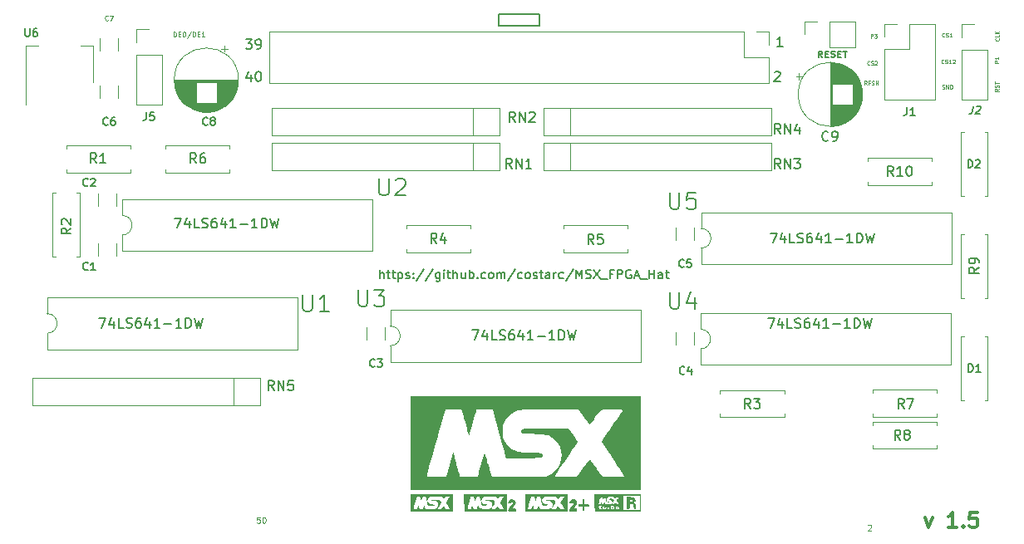
<source format=gbr>
%TF.GenerationSoftware,KiCad,Pcbnew,7.0.7*%
%TF.CreationDate,2023-11-09T10:03:36+00:00*%
%TF.ProjectId,MSX_FPGA_Hat,4d53585f-4650-4474-915f-4861742e6b69,1.5*%
%TF.SameCoordinates,Original*%
%TF.FileFunction,Legend,Top*%
%TF.FilePolarity,Positive*%
%FSLAX46Y46*%
G04 Gerber Fmt 4.6, Leading zero omitted, Abs format (unit mm)*
G04 Created by KiCad (PCBNEW 7.0.7) date 2023-11-09 10:03:36*
%MOMM*%
%LPD*%
G01*
G04 APERTURE LIST*
%ADD10C,0.150000*%
%ADD11C,0.125000*%
%ADD12C,0.100000*%
%ADD13C,0.200000*%
%ADD14C,0.110000*%
%ADD15C,0.300000*%
%ADD16C,0.120000*%
G04 APERTURE END LIST*
D10*
X101452000Y-22536000D02*
X105542000Y-22536000D01*
X105542000Y-23706000D01*
X101452000Y-23706000D01*
X101452000Y-22536000D01*
D11*
X68278571Y-24862809D02*
X68278571Y-24362809D01*
X68278571Y-24362809D02*
X68397619Y-24362809D01*
X68397619Y-24362809D02*
X68469047Y-24386619D01*
X68469047Y-24386619D02*
X68516666Y-24434238D01*
X68516666Y-24434238D02*
X68540476Y-24481857D01*
X68540476Y-24481857D02*
X68564285Y-24577095D01*
X68564285Y-24577095D02*
X68564285Y-24648523D01*
X68564285Y-24648523D02*
X68540476Y-24743761D01*
X68540476Y-24743761D02*
X68516666Y-24791380D01*
X68516666Y-24791380D02*
X68469047Y-24839000D01*
X68469047Y-24839000D02*
X68397619Y-24862809D01*
X68397619Y-24862809D02*
X68278571Y-24862809D01*
X68778571Y-24600904D02*
X68945238Y-24600904D01*
X69016666Y-24862809D02*
X68778571Y-24862809D01*
X68778571Y-24862809D02*
X68778571Y-24362809D01*
X68778571Y-24362809D02*
X69016666Y-24362809D01*
X69326190Y-24362809D02*
X69373809Y-24362809D01*
X69373809Y-24362809D02*
X69421428Y-24386619D01*
X69421428Y-24386619D02*
X69445238Y-24410428D01*
X69445238Y-24410428D02*
X69469047Y-24458047D01*
X69469047Y-24458047D02*
X69492857Y-24553285D01*
X69492857Y-24553285D02*
X69492857Y-24672333D01*
X69492857Y-24672333D02*
X69469047Y-24767571D01*
X69469047Y-24767571D02*
X69445238Y-24815190D01*
X69445238Y-24815190D02*
X69421428Y-24839000D01*
X69421428Y-24839000D02*
X69373809Y-24862809D01*
X69373809Y-24862809D02*
X69326190Y-24862809D01*
X69326190Y-24862809D02*
X69278571Y-24839000D01*
X69278571Y-24839000D02*
X69254762Y-24815190D01*
X69254762Y-24815190D02*
X69230952Y-24767571D01*
X69230952Y-24767571D02*
X69207143Y-24672333D01*
X69207143Y-24672333D02*
X69207143Y-24553285D01*
X69207143Y-24553285D02*
X69230952Y-24458047D01*
X69230952Y-24458047D02*
X69254762Y-24410428D01*
X69254762Y-24410428D02*
X69278571Y-24386619D01*
X69278571Y-24386619D02*
X69326190Y-24362809D01*
X70064285Y-24339000D02*
X69635714Y-24981857D01*
X70230952Y-24862809D02*
X70230952Y-24362809D01*
X70230952Y-24362809D02*
X70350000Y-24362809D01*
X70350000Y-24362809D02*
X70421428Y-24386619D01*
X70421428Y-24386619D02*
X70469047Y-24434238D01*
X70469047Y-24434238D02*
X70492857Y-24481857D01*
X70492857Y-24481857D02*
X70516666Y-24577095D01*
X70516666Y-24577095D02*
X70516666Y-24648523D01*
X70516666Y-24648523D02*
X70492857Y-24743761D01*
X70492857Y-24743761D02*
X70469047Y-24791380D01*
X70469047Y-24791380D02*
X70421428Y-24839000D01*
X70421428Y-24839000D02*
X70350000Y-24862809D01*
X70350000Y-24862809D02*
X70230952Y-24862809D01*
X70730952Y-24600904D02*
X70897619Y-24600904D01*
X70969047Y-24862809D02*
X70730952Y-24862809D01*
X70730952Y-24862809D02*
X70730952Y-24362809D01*
X70730952Y-24362809D02*
X70969047Y-24362809D01*
X71445238Y-24862809D02*
X71159524Y-24862809D01*
X71302381Y-24862809D02*
X71302381Y-24362809D01*
X71302381Y-24362809D02*
X71254762Y-24434238D01*
X71254762Y-24434238D02*
X71207143Y-24481857D01*
X71207143Y-24481857D02*
X71159524Y-24505666D01*
D12*
X152341613Y-30183701D02*
X152151137Y-30317034D01*
X152341613Y-30412272D02*
X151941613Y-30412272D01*
X151941613Y-30412272D02*
X151941613Y-30259891D01*
X151941613Y-30259891D02*
X151960661Y-30221796D01*
X151960661Y-30221796D02*
X151979708Y-30202749D01*
X151979708Y-30202749D02*
X152017804Y-30183701D01*
X152017804Y-30183701D02*
X152074946Y-30183701D01*
X152074946Y-30183701D02*
X152113042Y-30202749D01*
X152113042Y-30202749D02*
X152132089Y-30221796D01*
X152132089Y-30221796D02*
X152151137Y-30259891D01*
X152151137Y-30259891D02*
X152151137Y-30412272D01*
X152322566Y-30031320D02*
X152341613Y-29974177D01*
X152341613Y-29974177D02*
X152341613Y-29878939D01*
X152341613Y-29878939D02*
X152322566Y-29840844D01*
X152322566Y-29840844D02*
X152303518Y-29821796D01*
X152303518Y-29821796D02*
X152265423Y-29802749D01*
X152265423Y-29802749D02*
X152227327Y-29802749D01*
X152227327Y-29802749D02*
X152189232Y-29821796D01*
X152189232Y-29821796D02*
X152170185Y-29840844D01*
X152170185Y-29840844D02*
X152151137Y-29878939D01*
X152151137Y-29878939D02*
X152132089Y-29955130D01*
X152132089Y-29955130D02*
X152113042Y-29993225D01*
X152113042Y-29993225D02*
X152093994Y-30012272D01*
X152093994Y-30012272D02*
X152055899Y-30031320D01*
X152055899Y-30031320D02*
X152017804Y-30031320D01*
X152017804Y-30031320D02*
X151979708Y-30012272D01*
X151979708Y-30012272D02*
X151960661Y-29993225D01*
X151960661Y-29993225D02*
X151941613Y-29955130D01*
X151941613Y-29955130D02*
X151941613Y-29859891D01*
X151941613Y-29859891D02*
X151960661Y-29802749D01*
X151941613Y-29688463D02*
X151941613Y-29459892D01*
X152341613Y-29574178D02*
X151941613Y-29574178D01*
X152353818Y-25021842D02*
X152372866Y-25040890D01*
X152372866Y-25040890D02*
X152391913Y-25098032D01*
X152391913Y-25098032D02*
X152391913Y-25136128D01*
X152391913Y-25136128D02*
X152372866Y-25193271D01*
X152372866Y-25193271D02*
X152334770Y-25231366D01*
X152334770Y-25231366D02*
X152296675Y-25250413D01*
X152296675Y-25250413D02*
X152220485Y-25269461D01*
X152220485Y-25269461D02*
X152163342Y-25269461D01*
X152163342Y-25269461D02*
X152087151Y-25250413D01*
X152087151Y-25250413D02*
X152049056Y-25231366D01*
X152049056Y-25231366D02*
X152010961Y-25193271D01*
X152010961Y-25193271D02*
X151991913Y-25136128D01*
X151991913Y-25136128D02*
X151991913Y-25098032D01*
X151991913Y-25098032D02*
X152010961Y-25040890D01*
X152010961Y-25040890D02*
X152030008Y-25021842D01*
X152391913Y-24659937D02*
X152391913Y-24850413D01*
X152391913Y-24850413D02*
X151991913Y-24850413D01*
X152391913Y-24526603D02*
X151991913Y-24526603D01*
X152391913Y-24298032D02*
X152163342Y-24469461D01*
X151991913Y-24298032D02*
X152220485Y-24526603D01*
D13*
X89331379Y-49501340D02*
X89331379Y-48601340D01*
X89717094Y-49501340D02*
X89717094Y-49029911D01*
X89717094Y-49029911D02*
X89674236Y-48944197D01*
X89674236Y-48944197D02*
X89588522Y-48901340D01*
X89588522Y-48901340D02*
X89459951Y-48901340D01*
X89459951Y-48901340D02*
X89374236Y-48944197D01*
X89374236Y-48944197D02*
X89331379Y-48987054D01*
X90017094Y-48901340D02*
X90359951Y-48901340D01*
X90145665Y-48601340D02*
X90145665Y-49372768D01*
X90145665Y-49372768D02*
X90188522Y-49458483D01*
X90188522Y-49458483D02*
X90274237Y-49501340D01*
X90274237Y-49501340D02*
X90359951Y-49501340D01*
X90531380Y-48901340D02*
X90874237Y-48901340D01*
X90659951Y-48601340D02*
X90659951Y-49372768D01*
X90659951Y-49372768D02*
X90702808Y-49458483D01*
X90702808Y-49458483D02*
X90788523Y-49501340D01*
X90788523Y-49501340D02*
X90874237Y-49501340D01*
X91174237Y-48901340D02*
X91174237Y-49801340D01*
X91174237Y-48944197D02*
X91259952Y-48901340D01*
X91259952Y-48901340D02*
X91431380Y-48901340D01*
X91431380Y-48901340D02*
X91517094Y-48944197D01*
X91517094Y-48944197D02*
X91559952Y-48987054D01*
X91559952Y-48987054D02*
X91602809Y-49072768D01*
X91602809Y-49072768D02*
X91602809Y-49329911D01*
X91602809Y-49329911D02*
X91559952Y-49415625D01*
X91559952Y-49415625D02*
X91517094Y-49458483D01*
X91517094Y-49458483D02*
X91431380Y-49501340D01*
X91431380Y-49501340D02*
X91259952Y-49501340D01*
X91259952Y-49501340D02*
X91174237Y-49458483D01*
X91945666Y-49458483D02*
X92031380Y-49501340D01*
X92031380Y-49501340D02*
X92202809Y-49501340D01*
X92202809Y-49501340D02*
X92288523Y-49458483D01*
X92288523Y-49458483D02*
X92331380Y-49372768D01*
X92331380Y-49372768D02*
X92331380Y-49329911D01*
X92331380Y-49329911D02*
X92288523Y-49244197D01*
X92288523Y-49244197D02*
X92202809Y-49201340D01*
X92202809Y-49201340D02*
X92074238Y-49201340D01*
X92074238Y-49201340D02*
X91988523Y-49158483D01*
X91988523Y-49158483D02*
X91945666Y-49072768D01*
X91945666Y-49072768D02*
X91945666Y-49029911D01*
X91945666Y-49029911D02*
X91988523Y-48944197D01*
X91988523Y-48944197D02*
X92074238Y-48901340D01*
X92074238Y-48901340D02*
X92202809Y-48901340D01*
X92202809Y-48901340D02*
X92288523Y-48944197D01*
X92717094Y-49415625D02*
X92759951Y-49458483D01*
X92759951Y-49458483D02*
X92717094Y-49501340D01*
X92717094Y-49501340D02*
X92674237Y-49458483D01*
X92674237Y-49458483D02*
X92717094Y-49415625D01*
X92717094Y-49415625D02*
X92717094Y-49501340D01*
X92717094Y-48944197D02*
X92759951Y-48987054D01*
X92759951Y-48987054D02*
X92717094Y-49029911D01*
X92717094Y-49029911D02*
X92674237Y-48987054D01*
X92674237Y-48987054D02*
X92717094Y-48944197D01*
X92717094Y-48944197D02*
X92717094Y-49029911D01*
X93788522Y-48558483D02*
X93017094Y-49715625D01*
X94731379Y-48558483D02*
X93959951Y-49715625D01*
X95417094Y-48901340D02*
X95417094Y-49629911D01*
X95417094Y-49629911D02*
X95374236Y-49715625D01*
X95374236Y-49715625D02*
X95331379Y-49758483D01*
X95331379Y-49758483D02*
X95245665Y-49801340D01*
X95245665Y-49801340D02*
X95117094Y-49801340D01*
X95117094Y-49801340D02*
X95031379Y-49758483D01*
X95417094Y-49458483D02*
X95331379Y-49501340D01*
X95331379Y-49501340D02*
X95159951Y-49501340D01*
X95159951Y-49501340D02*
X95074236Y-49458483D01*
X95074236Y-49458483D02*
X95031379Y-49415625D01*
X95031379Y-49415625D02*
X94988522Y-49329911D01*
X94988522Y-49329911D02*
X94988522Y-49072768D01*
X94988522Y-49072768D02*
X95031379Y-48987054D01*
X95031379Y-48987054D02*
X95074236Y-48944197D01*
X95074236Y-48944197D02*
X95159951Y-48901340D01*
X95159951Y-48901340D02*
X95331379Y-48901340D01*
X95331379Y-48901340D02*
X95417094Y-48944197D01*
X95845665Y-49501340D02*
X95845665Y-48901340D01*
X95845665Y-48601340D02*
X95802808Y-48644197D01*
X95802808Y-48644197D02*
X95845665Y-48687054D01*
X95845665Y-48687054D02*
X95888522Y-48644197D01*
X95888522Y-48644197D02*
X95845665Y-48601340D01*
X95845665Y-48601340D02*
X95845665Y-48687054D01*
X96145665Y-48901340D02*
X96488522Y-48901340D01*
X96274236Y-48601340D02*
X96274236Y-49372768D01*
X96274236Y-49372768D02*
X96317093Y-49458483D01*
X96317093Y-49458483D02*
X96402808Y-49501340D01*
X96402808Y-49501340D02*
X96488522Y-49501340D01*
X96788522Y-49501340D02*
X96788522Y-48601340D01*
X97174237Y-49501340D02*
X97174237Y-49029911D01*
X97174237Y-49029911D02*
X97131379Y-48944197D01*
X97131379Y-48944197D02*
X97045665Y-48901340D01*
X97045665Y-48901340D02*
X96917094Y-48901340D01*
X96917094Y-48901340D02*
X96831379Y-48944197D01*
X96831379Y-48944197D02*
X96788522Y-48987054D01*
X97988523Y-48901340D02*
X97988523Y-49501340D01*
X97602808Y-48901340D02*
X97602808Y-49372768D01*
X97602808Y-49372768D02*
X97645665Y-49458483D01*
X97645665Y-49458483D02*
X97731380Y-49501340D01*
X97731380Y-49501340D02*
X97859951Y-49501340D01*
X97859951Y-49501340D02*
X97945665Y-49458483D01*
X97945665Y-49458483D02*
X97988523Y-49415625D01*
X98417094Y-49501340D02*
X98417094Y-48601340D01*
X98417094Y-48944197D02*
X98502809Y-48901340D01*
X98502809Y-48901340D02*
X98674237Y-48901340D01*
X98674237Y-48901340D02*
X98759951Y-48944197D01*
X98759951Y-48944197D02*
X98802809Y-48987054D01*
X98802809Y-48987054D02*
X98845666Y-49072768D01*
X98845666Y-49072768D02*
X98845666Y-49329911D01*
X98845666Y-49329911D02*
X98802809Y-49415625D01*
X98802809Y-49415625D02*
X98759951Y-49458483D01*
X98759951Y-49458483D02*
X98674237Y-49501340D01*
X98674237Y-49501340D02*
X98502809Y-49501340D01*
X98502809Y-49501340D02*
X98417094Y-49458483D01*
X99231380Y-49415625D02*
X99274237Y-49458483D01*
X99274237Y-49458483D02*
X99231380Y-49501340D01*
X99231380Y-49501340D02*
X99188523Y-49458483D01*
X99188523Y-49458483D02*
X99231380Y-49415625D01*
X99231380Y-49415625D02*
X99231380Y-49501340D01*
X100045666Y-49458483D02*
X99959951Y-49501340D01*
X99959951Y-49501340D02*
X99788523Y-49501340D01*
X99788523Y-49501340D02*
X99702808Y-49458483D01*
X99702808Y-49458483D02*
X99659951Y-49415625D01*
X99659951Y-49415625D02*
X99617094Y-49329911D01*
X99617094Y-49329911D02*
X99617094Y-49072768D01*
X99617094Y-49072768D02*
X99659951Y-48987054D01*
X99659951Y-48987054D02*
X99702808Y-48944197D01*
X99702808Y-48944197D02*
X99788523Y-48901340D01*
X99788523Y-48901340D02*
X99959951Y-48901340D01*
X99959951Y-48901340D02*
X100045666Y-48944197D01*
X100559952Y-49501340D02*
X100474237Y-49458483D01*
X100474237Y-49458483D02*
X100431380Y-49415625D01*
X100431380Y-49415625D02*
X100388523Y-49329911D01*
X100388523Y-49329911D02*
X100388523Y-49072768D01*
X100388523Y-49072768D02*
X100431380Y-48987054D01*
X100431380Y-48987054D02*
X100474237Y-48944197D01*
X100474237Y-48944197D02*
X100559952Y-48901340D01*
X100559952Y-48901340D02*
X100688523Y-48901340D01*
X100688523Y-48901340D02*
X100774237Y-48944197D01*
X100774237Y-48944197D02*
X100817095Y-48987054D01*
X100817095Y-48987054D02*
X100859952Y-49072768D01*
X100859952Y-49072768D02*
X100859952Y-49329911D01*
X100859952Y-49329911D02*
X100817095Y-49415625D01*
X100817095Y-49415625D02*
X100774237Y-49458483D01*
X100774237Y-49458483D02*
X100688523Y-49501340D01*
X100688523Y-49501340D02*
X100559952Y-49501340D01*
X101245666Y-49501340D02*
X101245666Y-48901340D01*
X101245666Y-48987054D02*
X101288523Y-48944197D01*
X101288523Y-48944197D02*
X101374238Y-48901340D01*
X101374238Y-48901340D02*
X101502809Y-48901340D01*
X101502809Y-48901340D02*
X101588523Y-48944197D01*
X101588523Y-48944197D02*
X101631381Y-49029911D01*
X101631381Y-49029911D02*
X101631381Y-49501340D01*
X101631381Y-49029911D02*
X101674238Y-48944197D01*
X101674238Y-48944197D02*
X101759952Y-48901340D01*
X101759952Y-48901340D02*
X101888523Y-48901340D01*
X101888523Y-48901340D02*
X101974238Y-48944197D01*
X101974238Y-48944197D02*
X102017095Y-49029911D01*
X102017095Y-49029911D02*
X102017095Y-49501340D01*
X103088523Y-48558483D02*
X102317095Y-49715625D01*
X103774238Y-49458483D02*
X103688523Y-49501340D01*
X103688523Y-49501340D02*
X103517095Y-49501340D01*
X103517095Y-49501340D02*
X103431380Y-49458483D01*
X103431380Y-49458483D02*
X103388523Y-49415625D01*
X103388523Y-49415625D02*
X103345666Y-49329911D01*
X103345666Y-49329911D02*
X103345666Y-49072768D01*
X103345666Y-49072768D02*
X103388523Y-48987054D01*
X103388523Y-48987054D02*
X103431380Y-48944197D01*
X103431380Y-48944197D02*
X103517095Y-48901340D01*
X103517095Y-48901340D02*
X103688523Y-48901340D01*
X103688523Y-48901340D02*
X103774238Y-48944197D01*
X104288524Y-49501340D02*
X104202809Y-49458483D01*
X104202809Y-49458483D02*
X104159952Y-49415625D01*
X104159952Y-49415625D02*
X104117095Y-49329911D01*
X104117095Y-49329911D02*
X104117095Y-49072768D01*
X104117095Y-49072768D02*
X104159952Y-48987054D01*
X104159952Y-48987054D02*
X104202809Y-48944197D01*
X104202809Y-48944197D02*
X104288524Y-48901340D01*
X104288524Y-48901340D02*
X104417095Y-48901340D01*
X104417095Y-48901340D02*
X104502809Y-48944197D01*
X104502809Y-48944197D02*
X104545667Y-48987054D01*
X104545667Y-48987054D02*
X104588524Y-49072768D01*
X104588524Y-49072768D02*
X104588524Y-49329911D01*
X104588524Y-49329911D02*
X104545667Y-49415625D01*
X104545667Y-49415625D02*
X104502809Y-49458483D01*
X104502809Y-49458483D02*
X104417095Y-49501340D01*
X104417095Y-49501340D02*
X104288524Y-49501340D01*
X104931381Y-49458483D02*
X105017095Y-49501340D01*
X105017095Y-49501340D02*
X105188524Y-49501340D01*
X105188524Y-49501340D02*
X105274238Y-49458483D01*
X105274238Y-49458483D02*
X105317095Y-49372768D01*
X105317095Y-49372768D02*
X105317095Y-49329911D01*
X105317095Y-49329911D02*
X105274238Y-49244197D01*
X105274238Y-49244197D02*
X105188524Y-49201340D01*
X105188524Y-49201340D02*
X105059953Y-49201340D01*
X105059953Y-49201340D02*
X104974238Y-49158483D01*
X104974238Y-49158483D02*
X104931381Y-49072768D01*
X104931381Y-49072768D02*
X104931381Y-49029911D01*
X104931381Y-49029911D02*
X104974238Y-48944197D01*
X104974238Y-48944197D02*
X105059953Y-48901340D01*
X105059953Y-48901340D02*
X105188524Y-48901340D01*
X105188524Y-48901340D02*
X105274238Y-48944197D01*
X105574238Y-48901340D02*
X105917095Y-48901340D01*
X105702809Y-48601340D02*
X105702809Y-49372768D01*
X105702809Y-49372768D02*
X105745666Y-49458483D01*
X105745666Y-49458483D02*
X105831381Y-49501340D01*
X105831381Y-49501340D02*
X105917095Y-49501340D01*
X106602810Y-49501340D02*
X106602810Y-49029911D01*
X106602810Y-49029911D02*
X106559952Y-48944197D01*
X106559952Y-48944197D02*
X106474238Y-48901340D01*
X106474238Y-48901340D02*
X106302810Y-48901340D01*
X106302810Y-48901340D02*
X106217095Y-48944197D01*
X106602810Y-49458483D02*
X106517095Y-49501340D01*
X106517095Y-49501340D02*
X106302810Y-49501340D01*
X106302810Y-49501340D02*
X106217095Y-49458483D01*
X106217095Y-49458483D02*
X106174238Y-49372768D01*
X106174238Y-49372768D02*
X106174238Y-49287054D01*
X106174238Y-49287054D02*
X106217095Y-49201340D01*
X106217095Y-49201340D02*
X106302810Y-49158483D01*
X106302810Y-49158483D02*
X106517095Y-49158483D01*
X106517095Y-49158483D02*
X106602810Y-49115625D01*
X107031381Y-49501340D02*
X107031381Y-48901340D01*
X107031381Y-49072768D02*
X107074238Y-48987054D01*
X107074238Y-48987054D02*
X107117096Y-48944197D01*
X107117096Y-48944197D02*
X107202810Y-48901340D01*
X107202810Y-48901340D02*
X107288524Y-48901340D01*
X107974239Y-49458483D02*
X107888524Y-49501340D01*
X107888524Y-49501340D02*
X107717096Y-49501340D01*
X107717096Y-49501340D02*
X107631381Y-49458483D01*
X107631381Y-49458483D02*
X107588524Y-49415625D01*
X107588524Y-49415625D02*
X107545667Y-49329911D01*
X107545667Y-49329911D02*
X107545667Y-49072768D01*
X107545667Y-49072768D02*
X107588524Y-48987054D01*
X107588524Y-48987054D02*
X107631381Y-48944197D01*
X107631381Y-48944197D02*
X107717096Y-48901340D01*
X107717096Y-48901340D02*
X107888524Y-48901340D01*
X107888524Y-48901340D02*
X107974239Y-48944197D01*
X109002810Y-48558483D02*
X108231382Y-49715625D01*
X109302810Y-49501340D02*
X109302810Y-48601340D01*
X109302810Y-48601340D02*
X109602810Y-49244197D01*
X109602810Y-49244197D02*
X109902810Y-48601340D01*
X109902810Y-48601340D02*
X109902810Y-49501340D01*
X110288524Y-49458483D02*
X110417096Y-49501340D01*
X110417096Y-49501340D02*
X110631381Y-49501340D01*
X110631381Y-49501340D02*
X110717096Y-49458483D01*
X110717096Y-49458483D02*
X110759953Y-49415625D01*
X110759953Y-49415625D02*
X110802810Y-49329911D01*
X110802810Y-49329911D02*
X110802810Y-49244197D01*
X110802810Y-49244197D02*
X110759953Y-49158483D01*
X110759953Y-49158483D02*
X110717096Y-49115625D01*
X110717096Y-49115625D02*
X110631381Y-49072768D01*
X110631381Y-49072768D02*
X110459953Y-49029911D01*
X110459953Y-49029911D02*
X110374238Y-48987054D01*
X110374238Y-48987054D02*
X110331381Y-48944197D01*
X110331381Y-48944197D02*
X110288524Y-48858483D01*
X110288524Y-48858483D02*
X110288524Y-48772768D01*
X110288524Y-48772768D02*
X110331381Y-48687054D01*
X110331381Y-48687054D02*
X110374238Y-48644197D01*
X110374238Y-48644197D02*
X110459953Y-48601340D01*
X110459953Y-48601340D02*
X110674238Y-48601340D01*
X110674238Y-48601340D02*
X110802810Y-48644197D01*
X111102810Y-48601340D02*
X111702810Y-49501340D01*
X111702810Y-48601340D02*
X111102810Y-49501340D01*
X111831382Y-49587054D02*
X112517096Y-49587054D01*
X113031381Y-49029911D02*
X112731381Y-49029911D01*
X112731381Y-49501340D02*
X112731381Y-48601340D01*
X112731381Y-48601340D02*
X113159953Y-48601340D01*
X113502810Y-49501340D02*
X113502810Y-48601340D01*
X113502810Y-48601340D02*
X113845667Y-48601340D01*
X113845667Y-48601340D02*
X113931382Y-48644197D01*
X113931382Y-48644197D02*
X113974239Y-48687054D01*
X113974239Y-48687054D02*
X114017096Y-48772768D01*
X114017096Y-48772768D02*
X114017096Y-48901340D01*
X114017096Y-48901340D02*
X113974239Y-48987054D01*
X113974239Y-48987054D02*
X113931382Y-49029911D01*
X113931382Y-49029911D02*
X113845667Y-49072768D01*
X113845667Y-49072768D02*
X113502810Y-49072768D01*
X114874239Y-48644197D02*
X114788525Y-48601340D01*
X114788525Y-48601340D02*
X114659953Y-48601340D01*
X114659953Y-48601340D02*
X114531382Y-48644197D01*
X114531382Y-48644197D02*
X114445667Y-48729911D01*
X114445667Y-48729911D02*
X114402810Y-48815625D01*
X114402810Y-48815625D02*
X114359953Y-48987054D01*
X114359953Y-48987054D02*
X114359953Y-49115625D01*
X114359953Y-49115625D02*
X114402810Y-49287054D01*
X114402810Y-49287054D02*
X114445667Y-49372768D01*
X114445667Y-49372768D02*
X114531382Y-49458483D01*
X114531382Y-49458483D02*
X114659953Y-49501340D01*
X114659953Y-49501340D02*
X114745667Y-49501340D01*
X114745667Y-49501340D02*
X114874239Y-49458483D01*
X114874239Y-49458483D02*
X114917096Y-49415625D01*
X114917096Y-49415625D02*
X114917096Y-49115625D01*
X114917096Y-49115625D02*
X114745667Y-49115625D01*
X115259953Y-49244197D02*
X115688525Y-49244197D01*
X115174239Y-49501340D02*
X115474239Y-48601340D01*
X115474239Y-48601340D02*
X115774239Y-49501340D01*
X115859954Y-49587054D02*
X116545668Y-49587054D01*
X116759953Y-49501340D02*
X116759953Y-48601340D01*
X116759953Y-49029911D02*
X117274239Y-49029911D01*
X117274239Y-49501340D02*
X117274239Y-48601340D01*
X118088525Y-49501340D02*
X118088525Y-49029911D01*
X118088525Y-49029911D02*
X118045667Y-48944197D01*
X118045667Y-48944197D02*
X117959953Y-48901340D01*
X117959953Y-48901340D02*
X117788525Y-48901340D01*
X117788525Y-48901340D02*
X117702810Y-48944197D01*
X118088525Y-49458483D02*
X118002810Y-49501340D01*
X118002810Y-49501340D02*
X117788525Y-49501340D01*
X117788525Y-49501340D02*
X117702810Y-49458483D01*
X117702810Y-49458483D02*
X117659953Y-49372768D01*
X117659953Y-49372768D02*
X117659953Y-49287054D01*
X117659953Y-49287054D02*
X117702810Y-49201340D01*
X117702810Y-49201340D02*
X117788525Y-49158483D01*
X117788525Y-49158483D02*
X118002810Y-49158483D01*
X118002810Y-49158483D02*
X118088525Y-49115625D01*
X118388525Y-48901340D02*
X118731382Y-48901340D01*
X118517096Y-48601340D02*
X118517096Y-49372768D01*
X118517096Y-49372768D02*
X118559953Y-49458483D01*
X118559953Y-49458483D02*
X118645668Y-49501340D01*
X118645668Y-49501340D02*
X118731382Y-49501340D01*
D12*
X138912778Y-29767251D02*
X138779445Y-29576775D01*
X138684207Y-29767251D02*
X138684207Y-29367251D01*
X138684207Y-29367251D02*
X138836588Y-29367251D01*
X138836588Y-29367251D02*
X138874683Y-29386299D01*
X138874683Y-29386299D02*
X138893730Y-29405346D01*
X138893730Y-29405346D02*
X138912778Y-29443442D01*
X138912778Y-29443442D02*
X138912778Y-29500584D01*
X138912778Y-29500584D02*
X138893730Y-29538680D01*
X138893730Y-29538680D02*
X138874683Y-29557727D01*
X138874683Y-29557727D02*
X138836588Y-29576775D01*
X138836588Y-29576775D02*
X138684207Y-29576775D01*
X139217540Y-29557727D02*
X139084207Y-29557727D01*
X139084207Y-29767251D02*
X139084207Y-29367251D01*
X139084207Y-29367251D02*
X139274683Y-29367251D01*
X139408016Y-29748204D02*
X139465159Y-29767251D01*
X139465159Y-29767251D02*
X139560397Y-29767251D01*
X139560397Y-29767251D02*
X139598492Y-29748204D01*
X139598492Y-29748204D02*
X139617540Y-29729156D01*
X139617540Y-29729156D02*
X139636587Y-29691061D01*
X139636587Y-29691061D02*
X139636587Y-29652965D01*
X139636587Y-29652965D02*
X139617540Y-29614870D01*
X139617540Y-29614870D02*
X139598492Y-29595823D01*
X139598492Y-29595823D02*
X139560397Y-29576775D01*
X139560397Y-29576775D02*
X139484206Y-29557727D01*
X139484206Y-29557727D02*
X139446111Y-29538680D01*
X139446111Y-29538680D02*
X139427064Y-29519632D01*
X139427064Y-29519632D02*
X139408016Y-29481537D01*
X139408016Y-29481537D02*
X139408016Y-29443442D01*
X139408016Y-29443442D02*
X139427064Y-29405346D01*
X139427064Y-29405346D02*
X139446111Y-29386299D01*
X139446111Y-29386299D02*
X139484206Y-29367251D01*
X139484206Y-29367251D02*
X139579445Y-29367251D01*
X139579445Y-29367251D02*
X139636587Y-29386299D01*
X139808016Y-29767251D02*
X139808016Y-29367251D01*
X139808016Y-29557727D02*
X140036587Y-29557727D01*
X140036587Y-29767251D02*
X140036587Y-29367251D01*
X146824316Y-24850049D02*
X146805268Y-24869097D01*
X146805268Y-24869097D02*
X146748126Y-24888144D01*
X146748126Y-24888144D02*
X146710030Y-24888144D01*
X146710030Y-24888144D02*
X146652887Y-24869097D01*
X146652887Y-24869097D02*
X146614792Y-24831001D01*
X146614792Y-24831001D02*
X146595745Y-24792906D01*
X146595745Y-24792906D02*
X146576697Y-24716716D01*
X146576697Y-24716716D02*
X146576697Y-24659573D01*
X146576697Y-24659573D02*
X146595745Y-24583382D01*
X146595745Y-24583382D02*
X146614792Y-24545287D01*
X146614792Y-24545287D02*
X146652887Y-24507192D01*
X146652887Y-24507192D02*
X146710030Y-24488144D01*
X146710030Y-24488144D02*
X146748126Y-24488144D01*
X146748126Y-24488144D02*
X146805268Y-24507192D01*
X146805268Y-24507192D02*
X146824316Y-24526239D01*
X146976697Y-24869097D02*
X147033840Y-24888144D01*
X147033840Y-24888144D02*
X147129078Y-24888144D01*
X147129078Y-24888144D02*
X147167173Y-24869097D01*
X147167173Y-24869097D02*
X147186221Y-24850049D01*
X147186221Y-24850049D02*
X147205268Y-24811954D01*
X147205268Y-24811954D02*
X147205268Y-24773858D01*
X147205268Y-24773858D02*
X147186221Y-24735763D01*
X147186221Y-24735763D02*
X147167173Y-24716716D01*
X147167173Y-24716716D02*
X147129078Y-24697668D01*
X147129078Y-24697668D02*
X147052887Y-24678620D01*
X147052887Y-24678620D02*
X147014792Y-24659573D01*
X147014792Y-24659573D02*
X146995745Y-24640525D01*
X146995745Y-24640525D02*
X146976697Y-24602430D01*
X146976697Y-24602430D02*
X146976697Y-24564335D01*
X146976697Y-24564335D02*
X146995745Y-24526239D01*
X146995745Y-24526239D02*
X147014792Y-24507192D01*
X147014792Y-24507192D02*
X147052887Y-24488144D01*
X147052887Y-24488144D02*
X147148126Y-24488144D01*
X147148126Y-24488144D02*
X147205268Y-24507192D01*
X147586220Y-24888144D02*
X147357649Y-24888144D01*
X147471935Y-24888144D02*
X147471935Y-24488144D01*
X147471935Y-24488144D02*
X147433839Y-24545287D01*
X147433839Y-24545287D02*
X147395744Y-24583382D01*
X147395744Y-24583382D02*
X147357649Y-24602430D01*
D10*
X130333714Y-25854819D02*
X129762286Y-25854819D01*
X130048000Y-25854819D02*
X130048000Y-24854819D01*
X130048000Y-24854819D02*
X129952762Y-24997676D01*
X129952762Y-24997676D02*
X129857524Y-25092914D01*
X129857524Y-25092914D02*
X129762286Y-25140533D01*
X134365333Y-26939771D02*
X134132000Y-26654057D01*
X133965333Y-26939771D02*
X133965333Y-26339771D01*
X133965333Y-26339771D02*
X134232000Y-26339771D01*
X134232000Y-26339771D02*
X134298667Y-26368342D01*
X134298667Y-26368342D02*
X134332000Y-26396914D01*
X134332000Y-26396914D02*
X134365333Y-26454057D01*
X134365333Y-26454057D02*
X134365333Y-26539771D01*
X134365333Y-26539771D02*
X134332000Y-26596914D01*
X134332000Y-26596914D02*
X134298667Y-26625485D01*
X134298667Y-26625485D02*
X134232000Y-26654057D01*
X134232000Y-26654057D02*
X133965333Y-26654057D01*
X134665333Y-26625485D02*
X134898667Y-26625485D01*
X134998667Y-26939771D02*
X134665333Y-26939771D01*
X134665333Y-26939771D02*
X134665333Y-26339771D01*
X134665333Y-26339771D02*
X134998667Y-26339771D01*
X135265333Y-26911200D02*
X135365333Y-26939771D01*
X135365333Y-26939771D02*
X135532000Y-26939771D01*
X135532000Y-26939771D02*
X135598666Y-26911200D01*
X135598666Y-26911200D02*
X135632000Y-26882628D01*
X135632000Y-26882628D02*
X135665333Y-26825485D01*
X135665333Y-26825485D02*
X135665333Y-26768342D01*
X135665333Y-26768342D02*
X135632000Y-26711200D01*
X135632000Y-26711200D02*
X135598666Y-26682628D01*
X135598666Y-26682628D02*
X135532000Y-26654057D01*
X135532000Y-26654057D02*
X135398666Y-26625485D01*
X135398666Y-26625485D02*
X135332000Y-26596914D01*
X135332000Y-26596914D02*
X135298666Y-26568342D01*
X135298666Y-26568342D02*
X135265333Y-26511200D01*
X135265333Y-26511200D02*
X135265333Y-26454057D01*
X135265333Y-26454057D02*
X135298666Y-26396914D01*
X135298666Y-26396914D02*
X135332000Y-26368342D01*
X135332000Y-26368342D02*
X135398666Y-26339771D01*
X135398666Y-26339771D02*
X135565333Y-26339771D01*
X135565333Y-26339771D02*
X135665333Y-26368342D01*
X135965333Y-26625485D02*
X136198667Y-26625485D01*
X136298667Y-26939771D02*
X135965333Y-26939771D01*
X135965333Y-26939771D02*
X135965333Y-26339771D01*
X135965333Y-26339771D02*
X136298667Y-26339771D01*
X136498666Y-26339771D02*
X136898666Y-26339771D01*
X136698666Y-26939771D02*
X136698666Y-26339771D01*
X75644476Y-25108819D02*
X76263523Y-25108819D01*
X76263523Y-25108819D02*
X75930190Y-25489771D01*
X75930190Y-25489771D02*
X76073047Y-25489771D01*
X76073047Y-25489771D02*
X76168285Y-25537390D01*
X76168285Y-25537390D02*
X76215904Y-25585009D01*
X76215904Y-25585009D02*
X76263523Y-25680247D01*
X76263523Y-25680247D02*
X76263523Y-25918342D01*
X76263523Y-25918342D02*
X76215904Y-26013580D01*
X76215904Y-26013580D02*
X76168285Y-26061200D01*
X76168285Y-26061200D02*
X76073047Y-26108819D01*
X76073047Y-26108819D02*
X75787333Y-26108819D01*
X75787333Y-26108819D02*
X75692095Y-26061200D01*
X75692095Y-26061200D02*
X75644476Y-26013580D01*
X76739714Y-26108819D02*
X76930190Y-26108819D01*
X76930190Y-26108819D02*
X77025428Y-26061200D01*
X77025428Y-26061200D02*
X77073047Y-26013580D01*
X77073047Y-26013580D02*
X77168285Y-25870723D01*
X77168285Y-25870723D02*
X77215904Y-25680247D01*
X77215904Y-25680247D02*
X77215904Y-25299295D01*
X77215904Y-25299295D02*
X77168285Y-25204057D01*
X77168285Y-25204057D02*
X77120666Y-25156438D01*
X77120666Y-25156438D02*
X77025428Y-25108819D01*
X77025428Y-25108819D02*
X76834952Y-25108819D01*
X76834952Y-25108819D02*
X76739714Y-25156438D01*
X76739714Y-25156438D02*
X76692095Y-25204057D01*
X76692095Y-25204057D02*
X76644476Y-25299295D01*
X76644476Y-25299295D02*
X76644476Y-25537390D01*
X76644476Y-25537390D02*
X76692095Y-25632628D01*
X76692095Y-25632628D02*
X76739714Y-25680247D01*
X76739714Y-25680247D02*
X76834952Y-25727866D01*
X76834952Y-25727866D02*
X77025428Y-25727866D01*
X77025428Y-25727866D02*
X77120666Y-25680247D01*
X77120666Y-25680247D02*
X77168285Y-25632628D01*
X77168285Y-25632628D02*
X77215904Y-25537390D01*
X129508286Y-28506057D02*
X129555905Y-28458438D01*
X129555905Y-28458438D02*
X129651143Y-28410819D01*
X129651143Y-28410819D02*
X129889238Y-28410819D01*
X129889238Y-28410819D02*
X129984476Y-28458438D01*
X129984476Y-28458438D02*
X130032095Y-28506057D01*
X130032095Y-28506057D02*
X130079714Y-28601295D01*
X130079714Y-28601295D02*
X130079714Y-28696533D01*
X130079714Y-28696533D02*
X130032095Y-28839390D01*
X130032095Y-28839390D02*
X129460667Y-29410819D01*
X129460667Y-29410819D02*
X130079714Y-29410819D01*
D12*
X146747015Y-27553678D02*
X146727967Y-27572726D01*
X146727967Y-27572726D02*
X146670825Y-27591773D01*
X146670825Y-27591773D02*
X146632729Y-27591773D01*
X146632729Y-27591773D02*
X146575586Y-27572726D01*
X146575586Y-27572726D02*
X146537491Y-27534630D01*
X146537491Y-27534630D02*
X146518444Y-27496535D01*
X146518444Y-27496535D02*
X146499396Y-27420345D01*
X146499396Y-27420345D02*
X146499396Y-27363202D01*
X146499396Y-27363202D02*
X146518444Y-27287011D01*
X146518444Y-27287011D02*
X146537491Y-27248916D01*
X146537491Y-27248916D02*
X146575586Y-27210821D01*
X146575586Y-27210821D02*
X146632729Y-27191773D01*
X146632729Y-27191773D02*
X146670825Y-27191773D01*
X146670825Y-27191773D02*
X146727967Y-27210821D01*
X146727967Y-27210821D02*
X146747015Y-27229868D01*
X146899396Y-27572726D02*
X146956539Y-27591773D01*
X146956539Y-27591773D02*
X147051777Y-27591773D01*
X147051777Y-27591773D02*
X147089872Y-27572726D01*
X147089872Y-27572726D02*
X147108920Y-27553678D01*
X147108920Y-27553678D02*
X147127967Y-27515583D01*
X147127967Y-27515583D02*
X147127967Y-27477487D01*
X147127967Y-27477487D02*
X147108920Y-27439392D01*
X147108920Y-27439392D02*
X147089872Y-27420345D01*
X147089872Y-27420345D02*
X147051777Y-27401297D01*
X147051777Y-27401297D02*
X146975586Y-27382249D01*
X146975586Y-27382249D02*
X146937491Y-27363202D01*
X146937491Y-27363202D02*
X146918444Y-27344154D01*
X146918444Y-27344154D02*
X146899396Y-27306059D01*
X146899396Y-27306059D02*
X146899396Y-27267964D01*
X146899396Y-27267964D02*
X146918444Y-27229868D01*
X146918444Y-27229868D02*
X146937491Y-27210821D01*
X146937491Y-27210821D02*
X146975586Y-27191773D01*
X146975586Y-27191773D02*
X147070825Y-27191773D01*
X147070825Y-27191773D02*
X147127967Y-27210821D01*
X147508919Y-27591773D02*
X147280348Y-27591773D01*
X147394634Y-27591773D02*
X147394634Y-27191773D01*
X147394634Y-27191773D02*
X147356538Y-27248916D01*
X147356538Y-27248916D02*
X147318443Y-27287011D01*
X147318443Y-27287011D02*
X147280348Y-27306059D01*
X147661300Y-27229868D02*
X147680348Y-27210821D01*
X147680348Y-27210821D02*
X147718443Y-27191773D01*
X147718443Y-27191773D02*
X147813681Y-27191773D01*
X147813681Y-27191773D02*
X147851776Y-27210821D01*
X147851776Y-27210821D02*
X147870824Y-27229868D01*
X147870824Y-27229868D02*
X147889871Y-27267964D01*
X147889871Y-27267964D02*
X147889871Y-27306059D01*
X147889871Y-27306059D02*
X147870824Y-27363202D01*
X147870824Y-27363202D02*
X147642252Y-27591773D01*
X147642252Y-27591773D02*
X147889871Y-27591773D01*
X146582799Y-30150605D02*
X146639942Y-30169652D01*
X146639942Y-30169652D02*
X146735180Y-30169652D01*
X146735180Y-30169652D02*
X146773275Y-30150605D01*
X146773275Y-30150605D02*
X146792323Y-30131557D01*
X146792323Y-30131557D02*
X146811370Y-30093462D01*
X146811370Y-30093462D02*
X146811370Y-30055366D01*
X146811370Y-30055366D02*
X146792323Y-30017271D01*
X146792323Y-30017271D02*
X146773275Y-29998224D01*
X146773275Y-29998224D02*
X146735180Y-29979176D01*
X146735180Y-29979176D02*
X146658989Y-29960128D01*
X146658989Y-29960128D02*
X146620894Y-29941081D01*
X146620894Y-29941081D02*
X146601847Y-29922033D01*
X146601847Y-29922033D02*
X146582799Y-29883938D01*
X146582799Y-29883938D02*
X146582799Y-29845843D01*
X146582799Y-29845843D02*
X146601847Y-29807747D01*
X146601847Y-29807747D02*
X146620894Y-29788700D01*
X146620894Y-29788700D02*
X146658989Y-29769652D01*
X146658989Y-29769652D02*
X146754228Y-29769652D01*
X146754228Y-29769652D02*
X146811370Y-29788700D01*
X146982799Y-30169652D02*
X146982799Y-29769652D01*
X146982799Y-29769652D02*
X147211370Y-30169652D01*
X147211370Y-30169652D02*
X147211370Y-29769652D01*
X147401847Y-30169652D02*
X147401847Y-29769652D01*
X147401847Y-29769652D02*
X147497085Y-29769652D01*
X147497085Y-29769652D02*
X147554228Y-29788700D01*
X147554228Y-29788700D02*
X147592323Y-29826795D01*
X147592323Y-29826795D02*
X147611370Y-29864890D01*
X147611370Y-29864890D02*
X147630418Y-29941081D01*
X147630418Y-29941081D02*
X147630418Y-29998224D01*
X147630418Y-29998224D02*
X147611370Y-30074414D01*
X147611370Y-30074414D02*
X147592323Y-30112509D01*
X147592323Y-30112509D02*
X147554228Y-30150605D01*
X147554228Y-30150605D02*
X147497085Y-30169652D01*
X147497085Y-30169652D02*
X147401847Y-30169652D01*
X139304084Y-24988744D02*
X139304084Y-24588744D01*
X139304084Y-24588744D02*
X139456465Y-24588744D01*
X139456465Y-24588744D02*
X139494560Y-24607792D01*
X139494560Y-24607792D02*
X139513607Y-24626839D01*
X139513607Y-24626839D02*
X139532655Y-24664935D01*
X139532655Y-24664935D02*
X139532655Y-24722077D01*
X139532655Y-24722077D02*
X139513607Y-24760173D01*
X139513607Y-24760173D02*
X139494560Y-24779220D01*
X139494560Y-24779220D02*
X139456465Y-24798268D01*
X139456465Y-24798268D02*
X139304084Y-24798268D01*
X139665988Y-24588744D02*
X139913607Y-24588744D01*
X139913607Y-24588744D02*
X139780274Y-24741125D01*
X139780274Y-24741125D02*
X139837417Y-24741125D01*
X139837417Y-24741125D02*
X139875512Y-24760173D01*
X139875512Y-24760173D02*
X139894560Y-24779220D01*
X139894560Y-24779220D02*
X139913607Y-24817316D01*
X139913607Y-24817316D02*
X139913607Y-24912554D01*
X139913607Y-24912554D02*
X139894560Y-24950649D01*
X139894560Y-24950649D02*
X139875512Y-24969697D01*
X139875512Y-24969697D02*
X139837417Y-24988744D01*
X139837417Y-24988744D02*
X139723131Y-24988744D01*
X139723131Y-24988744D02*
X139685036Y-24969697D01*
X139685036Y-24969697D02*
X139665988Y-24950649D01*
X152316463Y-27543687D02*
X151916463Y-27543687D01*
X151916463Y-27543687D02*
X151916463Y-27391306D01*
X151916463Y-27391306D02*
X151935511Y-27353211D01*
X151935511Y-27353211D02*
X151954558Y-27334164D01*
X151954558Y-27334164D02*
X151992654Y-27315116D01*
X151992654Y-27315116D02*
X152049796Y-27315116D01*
X152049796Y-27315116D02*
X152087892Y-27334164D01*
X152087892Y-27334164D02*
X152106939Y-27353211D01*
X152106939Y-27353211D02*
X152125987Y-27391306D01*
X152125987Y-27391306D02*
X152125987Y-27543687D01*
X152316463Y-26934164D02*
X152316463Y-27162735D01*
X152316463Y-27048449D02*
X151916463Y-27048449D01*
X151916463Y-27048449D02*
X151973606Y-27086545D01*
X151973606Y-27086545D02*
X152011701Y-27124640D01*
X152011701Y-27124640D02*
X152030749Y-27162735D01*
D14*
X77073142Y-73839851D02*
X76787428Y-73839851D01*
X76787428Y-73839851D02*
X76758856Y-74125565D01*
X76758856Y-74125565D02*
X76787428Y-74096994D01*
X76787428Y-74096994D02*
X76844571Y-74068422D01*
X76844571Y-74068422D02*
X76987428Y-74068422D01*
X76987428Y-74068422D02*
X77044571Y-74096994D01*
X77044571Y-74096994D02*
X77073142Y-74125565D01*
X77073142Y-74125565D02*
X77101713Y-74182708D01*
X77101713Y-74182708D02*
X77101713Y-74325565D01*
X77101713Y-74325565D02*
X77073142Y-74382708D01*
X77073142Y-74382708D02*
X77044571Y-74411280D01*
X77044571Y-74411280D02*
X76987428Y-74439851D01*
X76987428Y-74439851D02*
X76844571Y-74439851D01*
X76844571Y-74439851D02*
X76787428Y-74411280D01*
X76787428Y-74411280D02*
X76758856Y-74382708D01*
X77473142Y-73839851D02*
X77530285Y-73839851D01*
X77530285Y-73839851D02*
X77587428Y-73868422D01*
X77587428Y-73868422D02*
X77616000Y-73896994D01*
X77616000Y-73896994D02*
X77644571Y-73954137D01*
X77644571Y-73954137D02*
X77673142Y-74068422D01*
X77673142Y-74068422D02*
X77673142Y-74211280D01*
X77673142Y-74211280D02*
X77644571Y-74325565D01*
X77644571Y-74325565D02*
X77616000Y-74382708D01*
X77616000Y-74382708D02*
X77587428Y-74411280D01*
X77587428Y-74411280D02*
X77530285Y-74439851D01*
X77530285Y-74439851D02*
X77473142Y-74439851D01*
X77473142Y-74439851D02*
X77416000Y-74411280D01*
X77416000Y-74411280D02*
X77387428Y-74382708D01*
X77387428Y-74382708D02*
X77358857Y-74325565D01*
X77358857Y-74325565D02*
X77330285Y-74211280D01*
X77330285Y-74211280D02*
X77330285Y-74068422D01*
X77330285Y-74068422D02*
X77358857Y-73954137D01*
X77358857Y-73954137D02*
X77387428Y-73896994D01*
X77387428Y-73896994D02*
X77416000Y-73868422D01*
X77416000Y-73868422D02*
X77473142Y-73839851D01*
D15*
X144859714Y-73846328D02*
X145216857Y-74846328D01*
X145216857Y-74846328D02*
X145574000Y-73846328D01*
X148074000Y-74846328D02*
X147216857Y-74846328D01*
X147645428Y-74846328D02*
X147645428Y-73346328D01*
X147645428Y-73346328D02*
X147502571Y-73560614D01*
X147502571Y-73560614D02*
X147359714Y-73703471D01*
X147359714Y-73703471D02*
X147216857Y-73774900D01*
X148716856Y-74703471D02*
X148788285Y-74774900D01*
X148788285Y-74774900D02*
X148716856Y-74846328D01*
X148716856Y-74846328D02*
X148645428Y-74774900D01*
X148645428Y-74774900D02*
X148716856Y-74703471D01*
X148716856Y-74703471D02*
X148716856Y-74846328D01*
X150145428Y-73346328D02*
X149431142Y-73346328D01*
X149431142Y-73346328D02*
X149359714Y-74060614D01*
X149359714Y-74060614D02*
X149431142Y-73989185D01*
X149431142Y-73989185D02*
X149574000Y-73917757D01*
X149574000Y-73917757D02*
X149931142Y-73917757D01*
X149931142Y-73917757D02*
X150074000Y-73989185D01*
X150074000Y-73989185D02*
X150145428Y-74060614D01*
X150145428Y-74060614D02*
X150216857Y-74203471D01*
X150216857Y-74203471D02*
X150216857Y-74560614D01*
X150216857Y-74560614D02*
X150145428Y-74703471D01*
X150145428Y-74703471D02*
X150074000Y-74774900D01*
X150074000Y-74774900D02*
X149931142Y-74846328D01*
X149931142Y-74846328D02*
X149574000Y-74846328D01*
X149574000Y-74846328D02*
X149431142Y-74774900D01*
X149431142Y-74774900D02*
X149359714Y-74703471D01*
D14*
X139020571Y-74658994D02*
X139049143Y-74630422D01*
X139049143Y-74630422D02*
X139106286Y-74601851D01*
X139106286Y-74601851D02*
X139249143Y-74601851D01*
X139249143Y-74601851D02*
X139306286Y-74630422D01*
X139306286Y-74630422D02*
X139334857Y-74658994D01*
X139334857Y-74658994D02*
X139363428Y-74716137D01*
X139363428Y-74716137D02*
X139363428Y-74773280D01*
X139363428Y-74773280D02*
X139334857Y-74858994D01*
X139334857Y-74858994D02*
X138992000Y-75201851D01*
X138992000Y-75201851D02*
X139363428Y-75201851D01*
D12*
X139203854Y-27704578D02*
X139184806Y-27723626D01*
X139184806Y-27723626D02*
X139127664Y-27742673D01*
X139127664Y-27742673D02*
X139089568Y-27742673D01*
X139089568Y-27742673D02*
X139032425Y-27723626D01*
X139032425Y-27723626D02*
X138994330Y-27685530D01*
X138994330Y-27685530D02*
X138975283Y-27647435D01*
X138975283Y-27647435D02*
X138956235Y-27571245D01*
X138956235Y-27571245D02*
X138956235Y-27514102D01*
X138956235Y-27514102D02*
X138975283Y-27437911D01*
X138975283Y-27437911D02*
X138994330Y-27399816D01*
X138994330Y-27399816D02*
X139032425Y-27361721D01*
X139032425Y-27361721D02*
X139089568Y-27342673D01*
X139089568Y-27342673D02*
X139127664Y-27342673D01*
X139127664Y-27342673D02*
X139184806Y-27361721D01*
X139184806Y-27361721D02*
X139203854Y-27380768D01*
X139356235Y-27723626D02*
X139413378Y-27742673D01*
X139413378Y-27742673D02*
X139508616Y-27742673D01*
X139508616Y-27742673D02*
X139546711Y-27723626D01*
X139546711Y-27723626D02*
X139565759Y-27704578D01*
X139565759Y-27704578D02*
X139584806Y-27666483D01*
X139584806Y-27666483D02*
X139584806Y-27628387D01*
X139584806Y-27628387D02*
X139565759Y-27590292D01*
X139565759Y-27590292D02*
X139546711Y-27571245D01*
X139546711Y-27571245D02*
X139508616Y-27552197D01*
X139508616Y-27552197D02*
X139432425Y-27533149D01*
X139432425Y-27533149D02*
X139394330Y-27514102D01*
X139394330Y-27514102D02*
X139375283Y-27495054D01*
X139375283Y-27495054D02*
X139356235Y-27456959D01*
X139356235Y-27456959D02*
X139356235Y-27418864D01*
X139356235Y-27418864D02*
X139375283Y-27380768D01*
X139375283Y-27380768D02*
X139394330Y-27361721D01*
X139394330Y-27361721D02*
X139432425Y-27342673D01*
X139432425Y-27342673D02*
X139527664Y-27342673D01*
X139527664Y-27342673D02*
X139584806Y-27361721D01*
X139737187Y-27380768D02*
X139756235Y-27361721D01*
X139756235Y-27361721D02*
X139794330Y-27342673D01*
X139794330Y-27342673D02*
X139889568Y-27342673D01*
X139889568Y-27342673D02*
X139927663Y-27361721D01*
X139927663Y-27361721D02*
X139946711Y-27380768D01*
X139946711Y-27380768D02*
X139965758Y-27418864D01*
X139965758Y-27418864D02*
X139965758Y-27456959D01*
X139965758Y-27456959D02*
X139946711Y-27514102D01*
X139946711Y-27514102D02*
X139718139Y-27742673D01*
X139718139Y-27742673D02*
X139965758Y-27742673D01*
D10*
X76168285Y-28744152D02*
X76168285Y-29410819D01*
X75930190Y-28363200D02*
X75692095Y-29077485D01*
X75692095Y-29077485D02*
X76311142Y-29077485D01*
X76882571Y-28410819D02*
X76977809Y-28410819D01*
X76977809Y-28410819D02*
X77073047Y-28458438D01*
X77073047Y-28458438D02*
X77120666Y-28506057D01*
X77120666Y-28506057D02*
X77168285Y-28601295D01*
X77168285Y-28601295D02*
X77215904Y-28791771D01*
X77215904Y-28791771D02*
X77215904Y-29029866D01*
X77215904Y-29029866D02*
X77168285Y-29220342D01*
X77168285Y-29220342D02*
X77120666Y-29315580D01*
X77120666Y-29315580D02*
X77073047Y-29363200D01*
X77073047Y-29363200D02*
X76977809Y-29410819D01*
X76977809Y-29410819D02*
X76882571Y-29410819D01*
X76882571Y-29410819D02*
X76787333Y-29363200D01*
X76787333Y-29363200D02*
X76739714Y-29315580D01*
X76739714Y-29315580D02*
X76692095Y-29220342D01*
X76692095Y-29220342D02*
X76644476Y-29029866D01*
X76644476Y-29029866D02*
X76644476Y-28791771D01*
X76644476Y-28791771D02*
X76692095Y-28601295D01*
X76692095Y-28601295D02*
X76739714Y-28506057D01*
X76739714Y-28506057D02*
X76787333Y-28458438D01*
X76787333Y-28458438D02*
X76882571Y-28410819D01*
X59556590Y-48596327D02*
X59518494Y-48634423D01*
X59518494Y-48634423D02*
X59404209Y-48672518D01*
X59404209Y-48672518D02*
X59328018Y-48672518D01*
X59328018Y-48672518D02*
X59213732Y-48634423D01*
X59213732Y-48634423D02*
X59137542Y-48558232D01*
X59137542Y-48558232D02*
X59099447Y-48482042D01*
X59099447Y-48482042D02*
X59061351Y-48329661D01*
X59061351Y-48329661D02*
X59061351Y-48215375D01*
X59061351Y-48215375D02*
X59099447Y-48062994D01*
X59099447Y-48062994D02*
X59137542Y-47986803D01*
X59137542Y-47986803D02*
X59213732Y-47910613D01*
X59213732Y-47910613D02*
X59328018Y-47872518D01*
X59328018Y-47872518D02*
X59404209Y-47872518D01*
X59404209Y-47872518D02*
X59518494Y-47910613D01*
X59518494Y-47910613D02*
X59556590Y-47948708D01*
X60318494Y-48672518D02*
X59861351Y-48672518D01*
X60089923Y-48672518D02*
X60089923Y-47872518D01*
X60089923Y-47872518D02*
X60013732Y-47986803D01*
X60013732Y-47986803D02*
X59937542Y-48062994D01*
X59937542Y-48062994D02*
X59861351Y-48101089D01*
D11*
X61616327Y-23157156D02*
X61592518Y-23180966D01*
X61592518Y-23180966D02*
X61521089Y-23204775D01*
X61521089Y-23204775D02*
X61473470Y-23204775D01*
X61473470Y-23204775D02*
X61402042Y-23180966D01*
X61402042Y-23180966D02*
X61354423Y-23133346D01*
X61354423Y-23133346D02*
X61330613Y-23085727D01*
X61330613Y-23085727D02*
X61306804Y-22990489D01*
X61306804Y-22990489D02*
X61306804Y-22919061D01*
X61306804Y-22919061D02*
X61330613Y-22823823D01*
X61330613Y-22823823D02*
X61354423Y-22776204D01*
X61354423Y-22776204D02*
X61402042Y-22728585D01*
X61402042Y-22728585D02*
X61473470Y-22704775D01*
X61473470Y-22704775D02*
X61521089Y-22704775D01*
X61521089Y-22704775D02*
X61592518Y-22728585D01*
X61592518Y-22728585D02*
X61616327Y-22752394D01*
X61782994Y-22704775D02*
X62116327Y-22704775D01*
X62116327Y-22704775D02*
X61902042Y-23204775D01*
D10*
X87096761Y-50640653D02*
X87096761Y-52016843D01*
X87096761Y-52016843D02*
X87177714Y-52178748D01*
X87177714Y-52178748D02*
X87258666Y-52259701D01*
X87258666Y-52259701D02*
X87420571Y-52340653D01*
X87420571Y-52340653D02*
X87744380Y-52340653D01*
X87744380Y-52340653D02*
X87906285Y-52259701D01*
X87906285Y-52259701D02*
X87987238Y-52178748D01*
X87987238Y-52178748D02*
X88068190Y-52016843D01*
X88068190Y-52016843D02*
X88068190Y-50640653D01*
X88715809Y-50640653D02*
X89768190Y-50640653D01*
X89768190Y-50640653D02*
X89201523Y-51288272D01*
X89201523Y-51288272D02*
X89444380Y-51288272D01*
X89444380Y-51288272D02*
X89606285Y-51369224D01*
X89606285Y-51369224D02*
X89687237Y-51450177D01*
X89687237Y-51450177D02*
X89768190Y-51612081D01*
X89768190Y-51612081D02*
X89768190Y-52016843D01*
X89768190Y-52016843D02*
X89687237Y-52178748D01*
X89687237Y-52178748D02*
X89606285Y-52259701D01*
X89606285Y-52259701D02*
X89444380Y-52340653D01*
X89444380Y-52340653D02*
X88958666Y-52340653D01*
X88958666Y-52340653D02*
X88796761Y-52259701D01*
X88796761Y-52259701D02*
X88715809Y-52178748D01*
X98728286Y-54771819D02*
X99394952Y-54771819D01*
X99394952Y-54771819D02*
X98966381Y-55771819D01*
X100204476Y-55105152D02*
X100204476Y-55771819D01*
X99966381Y-54724200D02*
X99728286Y-55438485D01*
X99728286Y-55438485D02*
X100347333Y-55438485D01*
X101204476Y-55771819D02*
X100728286Y-55771819D01*
X100728286Y-55771819D02*
X100728286Y-54771819D01*
X101490191Y-55724200D02*
X101633048Y-55771819D01*
X101633048Y-55771819D02*
X101871143Y-55771819D01*
X101871143Y-55771819D02*
X101966381Y-55724200D01*
X101966381Y-55724200D02*
X102014000Y-55676580D01*
X102014000Y-55676580D02*
X102061619Y-55581342D01*
X102061619Y-55581342D02*
X102061619Y-55486104D01*
X102061619Y-55486104D02*
X102014000Y-55390866D01*
X102014000Y-55390866D02*
X101966381Y-55343247D01*
X101966381Y-55343247D02*
X101871143Y-55295628D01*
X101871143Y-55295628D02*
X101680667Y-55248009D01*
X101680667Y-55248009D02*
X101585429Y-55200390D01*
X101585429Y-55200390D02*
X101537810Y-55152771D01*
X101537810Y-55152771D02*
X101490191Y-55057533D01*
X101490191Y-55057533D02*
X101490191Y-54962295D01*
X101490191Y-54962295D02*
X101537810Y-54867057D01*
X101537810Y-54867057D02*
X101585429Y-54819438D01*
X101585429Y-54819438D02*
X101680667Y-54771819D01*
X101680667Y-54771819D02*
X101918762Y-54771819D01*
X101918762Y-54771819D02*
X102061619Y-54819438D01*
X102918762Y-54771819D02*
X102728286Y-54771819D01*
X102728286Y-54771819D02*
X102633048Y-54819438D01*
X102633048Y-54819438D02*
X102585429Y-54867057D01*
X102585429Y-54867057D02*
X102490191Y-55009914D01*
X102490191Y-55009914D02*
X102442572Y-55200390D01*
X102442572Y-55200390D02*
X102442572Y-55581342D01*
X102442572Y-55581342D02*
X102490191Y-55676580D01*
X102490191Y-55676580D02*
X102537810Y-55724200D01*
X102537810Y-55724200D02*
X102633048Y-55771819D01*
X102633048Y-55771819D02*
X102823524Y-55771819D01*
X102823524Y-55771819D02*
X102918762Y-55724200D01*
X102918762Y-55724200D02*
X102966381Y-55676580D01*
X102966381Y-55676580D02*
X103014000Y-55581342D01*
X103014000Y-55581342D02*
X103014000Y-55343247D01*
X103014000Y-55343247D02*
X102966381Y-55248009D01*
X102966381Y-55248009D02*
X102918762Y-55200390D01*
X102918762Y-55200390D02*
X102823524Y-55152771D01*
X102823524Y-55152771D02*
X102633048Y-55152771D01*
X102633048Y-55152771D02*
X102537810Y-55200390D01*
X102537810Y-55200390D02*
X102490191Y-55248009D01*
X102490191Y-55248009D02*
X102442572Y-55343247D01*
X103871143Y-55105152D02*
X103871143Y-55771819D01*
X103633048Y-54724200D02*
X103394953Y-55438485D01*
X103394953Y-55438485D02*
X104014000Y-55438485D01*
X104918762Y-55771819D02*
X104347334Y-55771819D01*
X104633048Y-55771819D02*
X104633048Y-54771819D01*
X104633048Y-54771819D02*
X104537810Y-54914676D01*
X104537810Y-54914676D02*
X104442572Y-55009914D01*
X104442572Y-55009914D02*
X104347334Y-55057533D01*
X105347334Y-55390866D02*
X106109239Y-55390866D01*
X107109238Y-55771819D02*
X106537810Y-55771819D01*
X106823524Y-55771819D02*
X106823524Y-54771819D01*
X106823524Y-54771819D02*
X106728286Y-54914676D01*
X106728286Y-54914676D02*
X106633048Y-55009914D01*
X106633048Y-55009914D02*
X106537810Y-55057533D01*
X107537810Y-55771819D02*
X107537810Y-54771819D01*
X107537810Y-54771819D02*
X107775905Y-54771819D01*
X107775905Y-54771819D02*
X107918762Y-54819438D01*
X107918762Y-54819438D02*
X108014000Y-54914676D01*
X108014000Y-54914676D02*
X108061619Y-55009914D01*
X108061619Y-55009914D02*
X108109238Y-55200390D01*
X108109238Y-55200390D02*
X108109238Y-55343247D01*
X108109238Y-55343247D02*
X108061619Y-55533723D01*
X108061619Y-55533723D02*
X108014000Y-55628961D01*
X108014000Y-55628961D02*
X107918762Y-55724200D01*
X107918762Y-55724200D02*
X107775905Y-55771819D01*
X107775905Y-55771819D02*
X107537810Y-55771819D01*
X108442572Y-54771819D02*
X108680667Y-55771819D01*
X108680667Y-55771819D02*
X108871143Y-55057533D01*
X108871143Y-55057533D02*
X109061619Y-55771819D01*
X109061619Y-55771819D02*
X109299715Y-54771819D01*
X65519333Y-32582295D02*
X65519333Y-33153723D01*
X65519333Y-33153723D02*
X65481238Y-33268009D01*
X65481238Y-33268009D02*
X65405047Y-33344200D01*
X65405047Y-33344200D02*
X65290762Y-33382295D01*
X65290762Y-33382295D02*
X65214571Y-33382295D01*
X66281238Y-32582295D02*
X65900286Y-32582295D01*
X65900286Y-32582295D02*
X65862190Y-32963247D01*
X65862190Y-32963247D02*
X65900286Y-32925152D01*
X65900286Y-32925152D02*
X65976476Y-32887057D01*
X65976476Y-32887057D02*
X66166952Y-32887057D01*
X66166952Y-32887057D02*
X66243143Y-32925152D01*
X66243143Y-32925152D02*
X66281238Y-32963247D01*
X66281238Y-32963247D02*
X66319333Y-33039438D01*
X66319333Y-33039438D02*
X66319333Y-33229914D01*
X66319333Y-33229914D02*
X66281238Y-33306104D01*
X66281238Y-33306104D02*
X66243143Y-33344200D01*
X66243143Y-33344200D02*
X66166952Y-33382295D01*
X66166952Y-33382295D02*
X65976476Y-33382295D01*
X65976476Y-33382295D02*
X65900286Y-33344200D01*
X65900286Y-33344200D02*
X65862190Y-33306104D01*
X142688747Y-62756448D02*
X142355414Y-62280257D01*
X142117319Y-62756448D02*
X142117319Y-61756448D01*
X142117319Y-61756448D02*
X142498271Y-61756448D01*
X142498271Y-61756448D02*
X142593509Y-61804067D01*
X142593509Y-61804067D02*
X142641128Y-61851686D01*
X142641128Y-61851686D02*
X142688747Y-61946924D01*
X142688747Y-61946924D02*
X142688747Y-62089781D01*
X142688747Y-62089781D02*
X142641128Y-62185019D01*
X142641128Y-62185019D02*
X142593509Y-62232638D01*
X142593509Y-62232638D02*
X142498271Y-62280257D01*
X142498271Y-62280257D02*
X142117319Y-62280257D01*
X143022081Y-61756448D02*
X143688747Y-61756448D01*
X143688747Y-61756448D02*
X143260176Y-62756448D01*
X59569242Y-40020702D02*
X59531146Y-40058798D01*
X59531146Y-40058798D02*
X59416861Y-40096893D01*
X59416861Y-40096893D02*
X59340670Y-40096893D01*
X59340670Y-40096893D02*
X59226384Y-40058798D01*
X59226384Y-40058798D02*
X59150194Y-39982607D01*
X59150194Y-39982607D02*
X59112099Y-39906417D01*
X59112099Y-39906417D02*
X59074003Y-39754036D01*
X59074003Y-39754036D02*
X59074003Y-39639750D01*
X59074003Y-39639750D02*
X59112099Y-39487369D01*
X59112099Y-39487369D02*
X59150194Y-39411178D01*
X59150194Y-39411178D02*
X59226384Y-39334988D01*
X59226384Y-39334988D02*
X59340670Y-39296893D01*
X59340670Y-39296893D02*
X59416861Y-39296893D01*
X59416861Y-39296893D02*
X59531146Y-39334988D01*
X59531146Y-39334988D02*
X59569242Y-39373083D01*
X59874003Y-39373083D02*
X59912099Y-39334988D01*
X59912099Y-39334988D02*
X59988289Y-39296893D01*
X59988289Y-39296893D02*
X60178765Y-39296893D01*
X60178765Y-39296893D02*
X60254956Y-39334988D01*
X60254956Y-39334988D02*
X60293051Y-39373083D01*
X60293051Y-39373083D02*
X60331146Y-39449274D01*
X60331146Y-39449274D02*
X60331146Y-39525464D01*
X60331146Y-39525464D02*
X60293051Y-39639750D01*
X60293051Y-39639750D02*
X59835908Y-40096893D01*
X59835908Y-40096893D02*
X60331146Y-40096893D01*
X134961333Y-35411580D02*
X134913714Y-35459200D01*
X134913714Y-35459200D02*
X134770857Y-35506819D01*
X134770857Y-35506819D02*
X134675619Y-35506819D01*
X134675619Y-35506819D02*
X134532762Y-35459200D01*
X134532762Y-35459200D02*
X134437524Y-35363961D01*
X134437524Y-35363961D02*
X134389905Y-35268723D01*
X134389905Y-35268723D02*
X134342286Y-35078247D01*
X134342286Y-35078247D02*
X134342286Y-34935390D01*
X134342286Y-34935390D02*
X134389905Y-34744914D01*
X134389905Y-34744914D02*
X134437524Y-34649676D01*
X134437524Y-34649676D02*
X134532762Y-34554438D01*
X134532762Y-34554438D02*
X134675619Y-34506819D01*
X134675619Y-34506819D02*
X134770857Y-34506819D01*
X134770857Y-34506819D02*
X134913714Y-34554438D01*
X134913714Y-34554438D02*
X134961333Y-34602057D01*
X135437524Y-35506819D02*
X135628000Y-35506819D01*
X135628000Y-35506819D02*
X135723238Y-35459200D01*
X135723238Y-35459200D02*
X135770857Y-35411580D01*
X135770857Y-35411580D02*
X135866095Y-35268723D01*
X135866095Y-35268723D02*
X135913714Y-35078247D01*
X135913714Y-35078247D02*
X135913714Y-34697295D01*
X135913714Y-34697295D02*
X135866095Y-34602057D01*
X135866095Y-34602057D02*
X135818476Y-34554438D01*
X135818476Y-34554438D02*
X135723238Y-34506819D01*
X135723238Y-34506819D02*
X135532762Y-34506819D01*
X135532762Y-34506819D02*
X135437524Y-34554438D01*
X135437524Y-34554438D02*
X135389905Y-34602057D01*
X135389905Y-34602057D02*
X135342286Y-34697295D01*
X135342286Y-34697295D02*
X135342286Y-34935390D01*
X135342286Y-34935390D02*
X135389905Y-35030628D01*
X135389905Y-35030628D02*
X135437524Y-35078247D01*
X135437524Y-35078247D02*
X135532762Y-35125866D01*
X135532762Y-35125866D02*
X135723238Y-35125866D01*
X135723238Y-35125866D02*
X135818476Y-35078247D01*
X135818476Y-35078247D02*
X135866095Y-35030628D01*
X135866095Y-35030628D02*
X135913714Y-34935390D01*
X120262667Y-48292104D02*
X120224571Y-48330200D01*
X120224571Y-48330200D02*
X120110286Y-48368295D01*
X120110286Y-48368295D02*
X120034095Y-48368295D01*
X120034095Y-48368295D02*
X119919809Y-48330200D01*
X119919809Y-48330200D02*
X119843619Y-48254009D01*
X119843619Y-48254009D02*
X119805524Y-48177819D01*
X119805524Y-48177819D02*
X119767428Y-48025438D01*
X119767428Y-48025438D02*
X119767428Y-47911152D01*
X119767428Y-47911152D02*
X119805524Y-47758771D01*
X119805524Y-47758771D02*
X119843619Y-47682580D01*
X119843619Y-47682580D02*
X119919809Y-47606390D01*
X119919809Y-47606390D02*
X120034095Y-47568295D01*
X120034095Y-47568295D02*
X120110286Y-47568295D01*
X120110286Y-47568295D02*
X120224571Y-47606390D01*
X120224571Y-47606390D02*
X120262667Y-47644485D01*
X120986476Y-47568295D02*
X120605524Y-47568295D01*
X120605524Y-47568295D02*
X120567428Y-47949247D01*
X120567428Y-47949247D02*
X120605524Y-47911152D01*
X120605524Y-47911152D02*
X120681714Y-47873057D01*
X120681714Y-47873057D02*
X120872190Y-47873057D01*
X120872190Y-47873057D02*
X120948381Y-47911152D01*
X120948381Y-47911152D02*
X120986476Y-47949247D01*
X120986476Y-47949247D02*
X121024571Y-48025438D01*
X121024571Y-48025438D02*
X121024571Y-48215914D01*
X121024571Y-48215914D02*
X120986476Y-48292104D01*
X120986476Y-48292104D02*
X120948381Y-48330200D01*
X120948381Y-48330200D02*
X120872190Y-48368295D01*
X120872190Y-48368295D02*
X120681714Y-48368295D01*
X120681714Y-48368295D02*
X120605524Y-48330200D01*
X120605524Y-48330200D02*
X120567428Y-48292104D01*
X95083333Y-45902216D02*
X94750000Y-45426025D01*
X94511905Y-45902216D02*
X94511905Y-44902216D01*
X94511905Y-44902216D02*
X94892857Y-44902216D01*
X94892857Y-44902216D02*
X94988095Y-44949835D01*
X94988095Y-44949835D02*
X95035714Y-44997454D01*
X95035714Y-44997454D02*
X95083333Y-45092692D01*
X95083333Y-45092692D02*
X95083333Y-45235549D01*
X95083333Y-45235549D02*
X95035714Y-45330787D01*
X95035714Y-45330787D02*
X94988095Y-45378406D01*
X94988095Y-45378406D02*
X94892857Y-45426025D01*
X94892857Y-45426025D02*
X94511905Y-45426025D01*
X95940476Y-45235549D02*
X95940476Y-45902216D01*
X95702381Y-44854597D02*
X95464286Y-45568882D01*
X95464286Y-45568882D02*
X96083333Y-45568882D01*
X149269524Y-59036295D02*
X149269524Y-58236295D01*
X149269524Y-58236295D02*
X149460000Y-58236295D01*
X149460000Y-58236295D02*
X149574286Y-58274390D01*
X149574286Y-58274390D02*
X149650476Y-58350580D01*
X149650476Y-58350580D02*
X149688571Y-58426771D01*
X149688571Y-58426771D02*
X149726667Y-58579152D01*
X149726667Y-58579152D02*
X149726667Y-58693438D01*
X149726667Y-58693438D02*
X149688571Y-58845819D01*
X149688571Y-58845819D02*
X149650476Y-58922009D01*
X149650476Y-58922009D02*
X149574286Y-58998200D01*
X149574286Y-58998200D02*
X149460000Y-59036295D01*
X149460000Y-59036295D02*
X149269524Y-59036295D01*
X150488571Y-59036295D02*
X150031428Y-59036295D01*
X150260000Y-59036295D02*
X150260000Y-58236295D01*
X150260000Y-58236295D02*
X150183809Y-58350580D01*
X150183809Y-58350580D02*
X150107619Y-58426771D01*
X150107619Y-58426771D02*
X150031428Y-58464866D01*
X127060333Y-62760449D02*
X126727000Y-62284258D01*
X126488905Y-62760449D02*
X126488905Y-61760449D01*
X126488905Y-61760449D02*
X126869857Y-61760449D01*
X126869857Y-61760449D02*
X126965095Y-61808068D01*
X126965095Y-61808068D02*
X127012714Y-61855687D01*
X127012714Y-61855687D02*
X127060333Y-61950925D01*
X127060333Y-61950925D02*
X127060333Y-62093782D01*
X127060333Y-62093782D02*
X127012714Y-62189020D01*
X127012714Y-62189020D02*
X126965095Y-62236639D01*
X126965095Y-62236639D02*
X126869857Y-62284258D01*
X126869857Y-62284258D02*
X126488905Y-62284258D01*
X127393667Y-61760449D02*
X128012714Y-61760449D01*
X128012714Y-61760449D02*
X127679381Y-62141401D01*
X127679381Y-62141401D02*
X127822238Y-62141401D01*
X127822238Y-62141401D02*
X127917476Y-62189020D01*
X127917476Y-62189020D02*
X127965095Y-62236639D01*
X127965095Y-62236639D02*
X128012714Y-62331877D01*
X128012714Y-62331877D02*
X128012714Y-62569972D01*
X128012714Y-62569972D02*
X127965095Y-62665210D01*
X127965095Y-62665210D02*
X127917476Y-62712830D01*
X127917476Y-62712830D02*
X127822238Y-62760449D01*
X127822238Y-62760449D02*
X127536524Y-62760449D01*
X127536524Y-62760449D02*
X127441286Y-62712830D01*
X127441286Y-62712830D02*
X127393667Y-62665210D01*
X78509357Y-60899089D02*
X78176024Y-60422898D01*
X77937929Y-60899089D02*
X77937929Y-59899089D01*
X77937929Y-59899089D02*
X78318881Y-59899089D01*
X78318881Y-59899089D02*
X78414119Y-59946708D01*
X78414119Y-59946708D02*
X78461738Y-59994327D01*
X78461738Y-59994327D02*
X78509357Y-60089565D01*
X78509357Y-60089565D02*
X78509357Y-60232422D01*
X78509357Y-60232422D02*
X78461738Y-60327660D01*
X78461738Y-60327660D02*
X78414119Y-60375279D01*
X78414119Y-60375279D02*
X78318881Y-60422898D01*
X78318881Y-60422898D02*
X77937929Y-60422898D01*
X78937929Y-60899089D02*
X78937929Y-59899089D01*
X78937929Y-59899089D02*
X79509357Y-60899089D01*
X79509357Y-60899089D02*
X79509357Y-59899089D01*
X80461738Y-59899089D02*
X79985548Y-59899089D01*
X79985548Y-59899089D02*
X79937929Y-60375279D01*
X79937929Y-60375279D02*
X79985548Y-60327660D01*
X79985548Y-60327660D02*
X80080786Y-60280041D01*
X80080786Y-60280041D02*
X80318881Y-60280041D01*
X80318881Y-60280041D02*
X80414119Y-60327660D01*
X80414119Y-60327660D02*
X80461738Y-60375279D01*
X80461738Y-60375279D02*
X80509357Y-60470517D01*
X80509357Y-60470517D02*
X80509357Y-60708612D01*
X80509357Y-60708612D02*
X80461738Y-60803850D01*
X80461738Y-60803850D02*
X80414119Y-60851470D01*
X80414119Y-60851470D02*
X80318881Y-60899089D01*
X80318881Y-60899089D02*
X80080786Y-60899089D01*
X80080786Y-60899089D02*
X79985548Y-60851470D01*
X79985548Y-60851470D02*
X79937929Y-60803850D01*
X130119523Y-34744819D02*
X129786190Y-34268628D01*
X129548095Y-34744819D02*
X129548095Y-33744819D01*
X129548095Y-33744819D02*
X129929047Y-33744819D01*
X129929047Y-33744819D02*
X130024285Y-33792438D01*
X130024285Y-33792438D02*
X130071904Y-33840057D01*
X130071904Y-33840057D02*
X130119523Y-33935295D01*
X130119523Y-33935295D02*
X130119523Y-34078152D01*
X130119523Y-34078152D02*
X130071904Y-34173390D01*
X130071904Y-34173390D02*
X130024285Y-34221009D01*
X130024285Y-34221009D02*
X129929047Y-34268628D01*
X129929047Y-34268628D02*
X129548095Y-34268628D01*
X130548095Y-34744819D02*
X130548095Y-33744819D01*
X130548095Y-33744819D02*
X131119523Y-34744819D01*
X131119523Y-34744819D02*
X131119523Y-33744819D01*
X132024285Y-34078152D02*
X132024285Y-34744819D01*
X131786190Y-33697200D02*
X131548095Y-34411485D01*
X131548095Y-34411485D02*
X132167142Y-34411485D01*
X118846761Y-40734653D02*
X118846761Y-42110843D01*
X118846761Y-42110843D02*
X118927714Y-42272748D01*
X118927714Y-42272748D02*
X119008666Y-42353701D01*
X119008666Y-42353701D02*
X119170571Y-42434653D01*
X119170571Y-42434653D02*
X119494380Y-42434653D01*
X119494380Y-42434653D02*
X119656285Y-42353701D01*
X119656285Y-42353701D02*
X119737238Y-42272748D01*
X119737238Y-42272748D02*
X119818190Y-42110843D01*
X119818190Y-42110843D02*
X119818190Y-40734653D01*
X121437237Y-40734653D02*
X120627713Y-40734653D01*
X120627713Y-40734653D02*
X120546761Y-41544177D01*
X120546761Y-41544177D02*
X120627713Y-41463224D01*
X120627713Y-41463224D02*
X120789618Y-41382272D01*
X120789618Y-41382272D02*
X121194380Y-41382272D01*
X121194380Y-41382272D02*
X121356285Y-41463224D01*
X121356285Y-41463224D02*
X121437237Y-41544177D01*
X121437237Y-41544177D02*
X121518190Y-41706081D01*
X121518190Y-41706081D02*
X121518190Y-42110843D01*
X121518190Y-42110843D02*
X121437237Y-42272748D01*
X121437237Y-42272748D02*
X121356285Y-42353701D01*
X121356285Y-42353701D02*
X121194380Y-42434653D01*
X121194380Y-42434653D02*
X120789618Y-42434653D01*
X120789618Y-42434653D02*
X120627713Y-42353701D01*
X120627713Y-42353701D02*
X120546761Y-42272748D01*
X129080286Y-44870819D02*
X129746952Y-44870819D01*
X129746952Y-44870819D02*
X129318381Y-45870819D01*
X130556476Y-45204152D02*
X130556476Y-45870819D01*
X130318381Y-44823200D02*
X130080286Y-45537485D01*
X130080286Y-45537485D02*
X130699333Y-45537485D01*
X131556476Y-45870819D02*
X131080286Y-45870819D01*
X131080286Y-45870819D02*
X131080286Y-44870819D01*
X131842191Y-45823200D02*
X131985048Y-45870819D01*
X131985048Y-45870819D02*
X132223143Y-45870819D01*
X132223143Y-45870819D02*
X132318381Y-45823200D01*
X132318381Y-45823200D02*
X132366000Y-45775580D01*
X132366000Y-45775580D02*
X132413619Y-45680342D01*
X132413619Y-45680342D02*
X132413619Y-45585104D01*
X132413619Y-45585104D02*
X132366000Y-45489866D01*
X132366000Y-45489866D02*
X132318381Y-45442247D01*
X132318381Y-45442247D02*
X132223143Y-45394628D01*
X132223143Y-45394628D02*
X132032667Y-45347009D01*
X132032667Y-45347009D02*
X131937429Y-45299390D01*
X131937429Y-45299390D02*
X131889810Y-45251771D01*
X131889810Y-45251771D02*
X131842191Y-45156533D01*
X131842191Y-45156533D02*
X131842191Y-45061295D01*
X131842191Y-45061295D02*
X131889810Y-44966057D01*
X131889810Y-44966057D02*
X131937429Y-44918438D01*
X131937429Y-44918438D02*
X132032667Y-44870819D01*
X132032667Y-44870819D02*
X132270762Y-44870819D01*
X132270762Y-44870819D02*
X132413619Y-44918438D01*
X133270762Y-44870819D02*
X133080286Y-44870819D01*
X133080286Y-44870819D02*
X132985048Y-44918438D01*
X132985048Y-44918438D02*
X132937429Y-44966057D01*
X132937429Y-44966057D02*
X132842191Y-45108914D01*
X132842191Y-45108914D02*
X132794572Y-45299390D01*
X132794572Y-45299390D02*
X132794572Y-45680342D01*
X132794572Y-45680342D02*
X132842191Y-45775580D01*
X132842191Y-45775580D02*
X132889810Y-45823200D01*
X132889810Y-45823200D02*
X132985048Y-45870819D01*
X132985048Y-45870819D02*
X133175524Y-45870819D01*
X133175524Y-45870819D02*
X133270762Y-45823200D01*
X133270762Y-45823200D02*
X133318381Y-45775580D01*
X133318381Y-45775580D02*
X133366000Y-45680342D01*
X133366000Y-45680342D02*
X133366000Y-45442247D01*
X133366000Y-45442247D02*
X133318381Y-45347009D01*
X133318381Y-45347009D02*
X133270762Y-45299390D01*
X133270762Y-45299390D02*
X133175524Y-45251771D01*
X133175524Y-45251771D02*
X132985048Y-45251771D01*
X132985048Y-45251771D02*
X132889810Y-45299390D01*
X132889810Y-45299390D02*
X132842191Y-45347009D01*
X132842191Y-45347009D02*
X132794572Y-45442247D01*
X134223143Y-45204152D02*
X134223143Y-45870819D01*
X133985048Y-44823200D02*
X133746953Y-45537485D01*
X133746953Y-45537485D02*
X134366000Y-45537485D01*
X135270762Y-45870819D02*
X134699334Y-45870819D01*
X134985048Y-45870819D02*
X134985048Y-44870819D01*
X134985048Y-44870819D02*
X134889810Y-45013676D01*
X134889810Y-45013676D02*
X134794572Y-45108914D01*
X134794572Y-45108914D02*
X134699334Y-45156533D01*
X135699334Y-45489866D02*
X136461239Y-45489866D01*
X137461238Y-45870819D02*
X136889810Y-45870819D01*
X137175524Y-45870819D02*
X137175524Y-44870819D01*
X137175524Y-44870819D02*
X137080286Y-45013676D01*
X137080286Y-45013676D02*
X136985048Y-45108914D01*
X136985048Y-45108914D02*
X136889810Y-45156533D01*
X137889810Y-45870819D02*
X137889810Y-44870819D01*
X137889810Y-44870819D02*
X138127905Y-44870819D01*
X138127905Y-44870819D02*
X138270762Y-44918438D01*
X138270762Y-44918438D02*
X138366000Y-45013676D01*
X138366000Y-45013676D02*
X138413619Y-45108914D01*
X138413619Y-45108914D02*
X138461238Y-45299390D01*
X138461238Y-45299390D02*
X138461238Y-45442247D01*
X138461238Y-45442247D02*
X138413619Y-45632723D01*
X138413619Y-45632723D02*
X138366000Y-45727961D01*
X138366000Y-45727961D02*
X138270762Y-45823200D01*
X138270762Y-45823200D02*
X138127905Y-45870819D01*
X138127905Y-45870819D02*
X137889810Y-45870819D01*
X138794572Y-44870819D02*
X139032667Y-45870819D01*
X139032667Y-45870819D02*
X139223143Y-45156533D01*
X139223143Y-45156533D02*
X139413619Y-45870819D01*
X139413619Y-45870819D02*
X139651715Y-44870819D01*
X102751609Y-38271881D02*
X102418276Y-37795690D01*
X102180181Y-38271881D02*
X102180181Y-37271881D01*
X102180181Y-37271881D02*
X102561133Y-37271881D01*
X102561133Y-37271881D02*
X102656371Y-37319500D01*
X102656371Y-37319500D02*
X102703990Y-37367119D01*
X102703990Y-37367119D02*
X102751609Y-37462357D01*
X102751609Y-37462357D02*
X102751609Y-37605214D01*
X102751609Y-37605214D02*
X102703990Y-37700452D01*
X102703990Y-37700452D02*
X102656371Y-37748071D01*
X102656371Y-37748071D02*
X102561133Y-37795690D01*
X102561133Y-37795690D02*
X102180181Y-37795690D01*
X103180181Y-38271881D02*
X103180181Y-37271881D01*
X103180181Y-37271881D02*
X103751609Y-38271881D01*
X103751609Y-38271881D02*
X103751609Y-37271881D01*
X104751609Y-38271881D02*
X104180181Y-38271881D01*
X104465895Y-38271881D02*
X104465895Y-37271881D01*
X104465895Y-37271881D02*
X104370657Y-37414738D01*
X104370657Y-37414738D02*
X104275419Y-37509976D01*
X104275419Y-37509976D02*
X104180181Y-37557595D01*
X142327333Y-65956631D02*
X141994000Y-65480440D01*
X141755905Y-65956631D02*
X141755905Y-64956631D01*
X141755905Y-64956631D02*
X142136857Y-64956631D01*
X142136857Y-64956631D02*
X142232095Y-65004250D01*
X142232095Y-65004250D02*
X142279714Y-65051869D01*
X142279714Y-65051869D02*
X142327333Y-65147107D01*
X142327333Y-65147107D02*
X142327333Y-65289964D01*
X142327333Y-65289964D02*
X142279714Y-65385202D01*
X142279714Y-65385202D02*
X142232095Y-65432821D01*
X142232095Y-65432821D02*
X142136857Y-65480440D01*
X142136857Y-65480440D02*
X141755905Y-65480440D01*
X142898762Y-65385202D02*
X142803524Y-65337583D01*
X142803524Y-65337583D02*
X142755905Y-65289964D01*
X142755905Y-65289964D02*
X142708286Y-65194726D01*
X142708286Y-65194726D02*
X142708286Y-65147107D01*
X142708286Y-65147107D02*
X142755905Y-65051869D01*
X142755905Y-65051869D02*
X142803524Y-65004250D01*
X142803524Y-65004250D02*
X142898762Y-64956631D01*
X142898762Y-64956631D02*
X143089238Y-64956631D01*
X143089238Y-64956631D02*
X143184476Y-65004250D01*
X143184476Y-65004250D02*
X143232095Y-65051869D01*
X143232095Y-65051869D02*
X143279714Y-65147107D01*
X143279714Y-65147107D02*
X143279714Y-65194726D01*
X143279714Y-65194726D02*
X143232095Y-65289964D01*
X143232095Y-65289964D02*
X143184476Y-65337583D01*
X143184476Y-65337583D02*
X143089238Y-65385202D01*
X143089238Y-65385202D02*
X142898762Y-65385202D01*
X142898762Y-65385202D02*
X142803524Y-65432821D01*
X142803524Y-65432821D02*
X142755905Y-65480440D01*
X142755905Y-65480440D02*
X142708286Y-65575678D01*
X142708286Y-65575678D02*
X142708286Y-65766154D01*
X142708286Y-65766154D02*
X142755905Y-65861392D01*
X142755905Y-65861392D02*
X142803524Y-65909012D01*
X142803524Y-65909012D02*
X142898762Y-65956631D01*
X142898762Y-65956631D02*
X143089238Y-65956631D01*
X143089238Y-65956631D02*
X143184476Y-65909012D01*
X143184476Y-65909012D02*
X143232095Y-65861392D01*
X143232095Y-65861392D02*
X143279714Y-65766154D01*
X143279714Y-65766154D02*
X143279714Y-65575678D01*
X143279714Y-65575678D02*
X143232095Y-65480440D01*
X143232095Y-65480440D02*
X143184476Y-65432821D01*
X143184476Y-65432821D02*
X143089238Y-65385202D01*
X111085333Y-45995024D02*
X110752000Y-45518833D01*
X110513905Y-45995024D02*
X110513905Y-44995024D01*
X110513905Y-44995024D02*
X110894857Y-44995024D01*
X110894857Y-44995024D02*
X110990095Y-45042643D01*
X110990095Y-45042643D02*
X111037714Y-45090262D01*
X111037714Y-45090262D02*
X111085333Y-45185500D01*
X111085333Y-45185500D02*
X111085333Y-45328357D01*
X111085333Y-45328357D02*
X111037714Y-45423595D01*
X111037714Y-45423595D02*
X110990095Y-45471214D01*
X110990095Y-45471214D02*
X110894857Y-45518833D01*
X110894857Y-45518833D02*
X110513905Y-45518833D01*
X111990095Y-44995024D02*
X111513905Y-44995024D01*
X111513905Y-44995024D02*
X111466286Y-45471214D01*
X111466286Y-45471214D02*
X111513905Y-45423595D01*
X111513905Y-45423595D02*
X111609143Y-45375976D01*
X111609143Y-45375976D02*
X111847238Y-45375976D01*
X111847238Y-45375976D02*
X111942476Y-45423595D01*
X111942476Y-45423595D02*
X111990095Y-45471214D01*
X111990095Y-45471214D02*
X112037714Y-45566452D01*
X112037714Y-45566452D02*
X112037714Y-45804547D01*
X112037714Y-45804547D02*
X111990095Y-45899785D01*
X111990095Y-45899785D02*
X111942476Y-45947405D01*
X111942476Y-45947405D02*
X111847238Y-45995024D01*
X111847238Y-45995024D02*
X111609143Y-45995024D01*
X111609143Y-45995024D02*
X111513905Y-45947405D01*
X111513905Y-45947405D02*
X111466286Y-45899785D01*
X88766667Y-58452104D02*
X88728571Y-58490200D01*
X88728571Y-58490200D02*
X88614286Y-58528295D01*
X88614286Y-58528295D02*
X88538095Y-58528295D01*
X88538095Y-58528295D02*
X88423809Y-58490200D01*
X88423809Y-58490200D02*
X88347619Y-58414009D01*
X88347619Y-58414009D02*
X88309524Y-58337819D01*
X88309524Y-58337819D02*
X88271428Y-58185438D01*
X88271428Y-58185438D02*
X88271428Y-58071152D01*
X88271428Y-58071152D02*
X88309524Y-57918771D01*
X88309524Y-57918771D02*
X88347619Y-57842580D01*
X88347619Y-57842580D02*
X88423809Y-57766390D01*
X88423809Y-57766390D02*
X88538095Y-57728295D01*
X88538095Y-57728295D02*
X88614286Y-57728295D01*
X88614286Y-57728295D02*
X88728571Y-57766390D01*
X88728571Y-57766390D02*
X88766667Y-57804485D01*
X89033333Y-57728295D02*
X89528571Y-57728295D01*
X89528571Y-57728295D02*
X89261905Y-58033057D01*
X89261905Y-58033057D02*
X89376190Y-58033057D01*
X89376190Y-58033057D02*
X89452381Y-58071152D01*
X89452381Y-58071152D02*
X89490476Y-58109247D01*
X89490476Y-58109247D02*
X89528571Y-58185438D01*
X89528571Y-58185438D02*
X89528571Y-58375914D01*
X89528571Y-58375914D02*
X89490476Y-58452104D01*
X89490476Y-58452104D02*
X89452381Y-58490200D01*
X89452381Y-58490200D02*
X89376190Y-58528295D01*
X89376190Y-58528295D02*
X89147619Y-58528295D01*
X89147619Y-58528295D02*
X89071428Y-58490200D01*
X89071428Y-58490200D02*
X89033333Y-58452104D01*
X149224107Y-38208295D02*
X149224107Y-37408295D01*
X149224107Y-37408295D02*
X149414583Y-37408295D01*
X149414583Y-37408295D02*
X149528869Y-37446390D01*
X149528869Y-37446390D02*
X149605059Y-37522580D01*
X149605059Y-37522580D02*
X149643154Y-37598771D01*
X149643154Y-37598771D02*
X149681250Y-37751152D01*
X149681250Y-37751152D02*
X149681250Y-37865438D01*
X149681250Y-37865438D02*
X149643154Y-38017819D01*
X149643154Y-38017819D02*
X149605059Y-38094009D01*
X149605059Y-38094009D02*
X149528869Y-38170200D01*
X149528869Y-38170200D02*
X149414583Y-38208295D01*
X149414583Y-38208295D02*
X149224107Y-38208295D01*
X149986011Y-37484485D02*
X150024107Y-37446390D01*
X150024107Y-37446390D02*
X150100297Y-37408295D01*
X150100297Y-37408295D02*
X150290773Y-37408295D01*
X150290773Y-37408295D02*
X150366964Y-37446390D01*
X150366964Y-37446390D02*
X150405059Y-37484485D01*
X150405059Y-37484485D02*
X150443154Y-37560676D01*
X150443154Y-37560676D02*
X150443154Y-37636866D01*
X150443154Y-37636866D02*
X150405059Y-37751152D01*
X150405059Y-37751152D02*
X149947916Y-38208295D01*
X149947916Y-38208295D02*
X150443154Y-38208295D01*
X103107469Y-33524965D02*
X102774136Y-33048774D01*
X102536041Y-33524965D02*
X102536041Y-32524965D01*
X102536041Y-32524965D02*
X102916993Y-32524965D01*
X102916993Y-32524965D02*
X103012231Y-32572584D01*
X103012231Y-32572584D02*
X103059850Y-32620203D01*
X103059850Y-32620203D02*
X103107469Y-32715441D01*
X103107469Y-32715441D02*
X103107469Y-32858298D01*
X103107469Y-32858298D02*
X103059850Y-32953536D01*
X103059850Y-32953536D02*
X103012231Y-33001155D01*
X103012231Y-33001155D02*
X102916993Y-33048774D01*
X102916993Y-33048774D02*
X102536041Y-33048774D01*
X103536041Y-33524965D02*
X103536041Y-32524965D01*
X103536041Y-32524965D02*
X104107469Y-33524965D01*
X104107469Y-33524965D02*
X104107469Y-32524965D01*
X104536041Y-32620203D02*
X104583660Y-32572584D01*
X104583660Y-32572584D02*
X104678898Y-32524965D01*
X104678898Y-32524965D02*
X104916993Y-32524965D01*
X104916993Y-32524965D02*
X105012231Y-32572584D01*
X105012231Y-32572584D02*
X105059850Y-32620203D01*
X105059850Y-32620203D02*
X105107469Y-32715441D01*
X105107469Y-32715441D02*
X105107469Y-32810679D01*
X105107469Y-32810679D02*
X105059850Y-32953536D01*
X105059850Y-32953536D02*
X104488422Y-33524965D01*
X104488422Y-33524965D02*
X105107469Y-33524965D01*
X57846682Y-44375961D02*
X57370491Y-44709294D01*
X57846682Y-44947389D02*
X56846682Y-44947389D01*
X56846682Y-44947389D02*
X56846682Y-44566437D01*
X56846682Y-44566437D02*
X56894301Y-44471199D01*
X56894301Y-44471199D02*
X56941920Y-44423580D01*
X56941920Y-44423580D02*
X57037158Y-44375961D01*
X57037158Y-44375961D02*
X57180015Y-44375961D01*
X57180015Y-44375961D02*
X57275253Y-44423580D01*
X57275253Y-44423580D02*
X57322872Y-44471199D01*
X57322872Y-44471199D02*
X57370491Y-44566437D01*
X57370491Y-44566437D02*
X57370491Y-44947389D01*
X56941920Y-43995008D02*
X56894301Y-43947389D01*
X56894301Y-43947389D02*
X56846682Y-43852151D01*
X56846682Y-43852151D02*
X56846682Y-43614056D01*
X56846682Y-43614056D02*
X56894301Y-43518818D01*
X56894301Y-43518818D02*
X56941920Y-43471199D01*
X56941920Y-43471199D02*
X57037158Y-43423580D01*
X57037158Y-43423580D02*
X57132396Y-43423580D01*
X57132396Y-43423580D02*
X57275253Y-43471199D01*
X57275253Y-43471199D02*
X57846682Y-44042627D01*
X57846682Y-44042627D02*
X57846682Y-43423580D01*
X53169526Y-24039708D02*
X53169526Y-24687327D01*
X53169526Y-24687327D02*
X53207621Y-24763517D01*
X53207621Y-24763517D02*
X53245716Y-24801613D01*
X53245716Y-24801613D02*
X53321907Y-24839708D01*
X53321907Y-24839708D02*
X53474288Y-24839708D01*
X53474288Y-24839708D02*
X53550478Y-24801613D01*
X53550478Y-24801613D02*
X53588573Y-24763517D01*
X53588573Y-24763517D02*
X53626669Y-24687327D01*
X53626669Y-24687327D02*
X53626669Y-24039708D01*
X54350478Y-24039708D02*
X54198097Y-24039708D01*
X54198097Y-24039708D02*
X54121906Y-24077803D01*
X54121906Y-24077803D02*
X54083811Y-24115898D01*
X54083811Y-24115898D02*
X54007621Y-24230184D01*
X54007621Y-24230184D02*
X53969525Y-24382565D01*
X53969525Y-24382565D02*
X53969525Y-24687327D01*
X53969525Y-24687327D02*
X54007621Y-24763517D01*
X54007621Y-24763517D02*
X54045716Y-24801613D01*
X54045716Y-24801613D02*
X54121906Y-24839708D01*
X54121906Y-24839708D02*
X54274287Y-24839708D01*
X54274287Y-24839708D02*
X54350478Y-24801613D01*
X54350478Y-24801613D02*
X54388573Y-24763517D01*
X54388573Y-24763517D02*
X54426668Y-24687327D01*
X54426668Y-24687327D02*
X54426668Y-24496851D01*
X54426668Y-24496851D02*
X54388573Y-24420660D01*
X54388573Y-24420660D02*
X54350478Y-24382565D01*
X54350478Y-24382565D02*
X54274287Y-24344470D01*
X54274287Y-24344470D02*
X54121906Y-24344470D01*
X54121906Y-24344470D02*
X54045716Y-24382565D01*
X54045716Y-24382565D02*
X54007621Y-24420660D01*
X54007621Y-24420660D02*
X53969525Y-24496851D01*
X81466845Y-51144482D02*
X81466845Y-52520672D01*
X81466845Y-52520672D02*
X81547798Y-52682577D01*
X81547798Y-52682577D02*
X81628750Y-52763530D01*
X81628750Y-52763530D02*
X81790655Y-52844482D01*
X81790655Y-52844482D02*
X82114464Y-52844482D01*
X82114464Y-52844482D02*
X82276369Y-52763530D01*
X82276369Y-52763530D02*
X82357322Y-52682577D01*
X82357322Y-52682577D02*
X82438274Y-52520672D01*
X82438274Y-52520672D02*
X82438274Y-51144482D01*
X84138274Y-52844482D02*
X83166845Y-52844482D01*
X83652559Y-52844482D02*
X83652559Y-51144482D01*
X83652559Y-51144482D02*
X83490655Y-51387339D01*
X83490655Y-51387339D02*
X83328750Y-51549244D01*
X83328750Y-51549244D02*
X83166845Y-51630196D01*
X60712370Y-53542648D02*
X61379036Y-53542648D01*
X61379036Y-53542648D02*
X60950465Y-54542648D01*
X62188560Y-53875981D02*
X62188560Y-54542648D01*
X61950465Y-53495029D02*
X61712370Y-54209314D01*
X61712370Y-54209314D02*
X62331417Y-54209314D01*
X63188560Y-54542648D02*
X62712370Y-54542648D01*
X62712370Y-54542648D02*
X62712370Y-53542648D01*
X63474275Y-54495029D02*
X63617132Y-54542648D01*
X63617132Y-54542648D02*
X63855227Y-54542648D01*
X63855227Y-54542648D02*
X63950465Y-54495029D01*
X63950465Y-54495029D02*
X63998084Y-54447409D01*
X63998084Y-54447409D02*
X64045703Y-54352171D01*
X64045703Y-54352171D02*
X64045703Y-54256933D01*
X64045703Y-54256933D02*
X63998084Y-54161695D01*
X63998084Y-54161695D02*
X63950465Y-54114076D01*
X63950465Y-54114076D02*
X63855227Y-54066457D01*
X63855227Y-54066457D02*
X63664751Y-54018838D01*
X63664751Y-54018838D02*
X63569513Y-53971219D01*
X63569513Y-53971219D02*
X63521894Y-53923600D01*
X63521894Y-53923600D02*
X63474275Y-53828362D01*
X63474275Y-53828362D02*
X63474275Y-53733124D01*
X63474275Y-53733124D02*
X63521894Y-53637886D01*
X63521894Y-53637886D02*
X63569513Y-53590267D01*
X63569513Y-53590267D02*
X63664751Y-53542648D01*
X63664751Y-53542648D02*
X63902846Y-53542648D01*
X63902846Y-53542648D02*
X64045703Y-53590267D01*
X64902846Y-53542648D02*
X64712370Y-53542648D01*
X64712370Y-53542648D02*
X64617132Y-53590267D01*
X64617132Y-53590267D02*
X64569513Y-53637886D01*
X64569513Y-53637886D02*
X64474275Y-53780743D01*
X64474275Y-53780743D02*
X64426656Y-53971219D01*
X64426656Y-53971219D02*
X64426656Y-54352171D01*
X64426656Y-54352171D02*
X64474275Y-54447409D01*
X64474275Y-54447409D02*
X64521894Y-54495029D01*
X64521894Y-54495029D02*
X64617132Y-54542648D01*
X64617132Y-54542648D02*
X64807608Y-54542648D01*
X64807608Y-54542648D02*
X64902846Y-54495029D01*
X64902846Y-54495029D02*
X64950465Y-54447409D01*
X64950465Y-54447409D02*
X64998084Y-54352171D01*
X64998084Y-54352171D02*
X64998084Y-54114076D01*
X64998084Y-54114076D02*
X64950465Y-54018838D01*
X64950465Y-54018838D02*
X64902846Y-53971219D01*
X64902846Y-53971219D02*
X64807608Y-53923600D01*
X64807608Y-53923600D02*
X64617132Y-53923600D01*
X64617132Y-53923600D02*
X64521894Y-53971219D01*
X64521894Y-53971219D02*
X64474275Y-54018838D01*
X64474275Y-54018838D02*
X64426656Y-54114076D01*
X65855227Y-53875981D02*
X65855227Y-54542648D01*
X65617132Y-53495029D02*
X65379037Y-54209314D01*
X65379037Y-54209314D02*
X65998084Y-54209314D01*
X66902846Y-54542648D02*
X66331418Y-54542648D01*
X66617132Y-54542648D02*
X66617132Y-53542648D01*
X66617132Y-53542648D02*
X66521894Y-53685505D01*
X66521894Y-53685505D02*
X66426656Y-53780743D01*
X66426656Y-53780743D02*
X66331418Y-53828362D01*
X67331418Y-54161695D02*
X68093323Y-54161695D01*
X69093322Y-54542648D02*
X68521894Y-54542648D01*
X68807608Y-54542648D02*
X68807608Y-53542648D01*
X68807608Y-53542648D02*
X68712370Y-53685505D01*
X68712370Y-53685505D02*
X68617132Y-53780743D01*
X68617132Y-53780743D02*
X68521894Y-53828362D01*
X69521894Y-54542648D02*
X69521894Y-53542648D01*
X69521894Y-53542648D02*
X69759989Y-53542648D01*
X69759989Y-53542648D02*
X69902846Y-53590267D01*
X69902846Y-53590267D02*
X69998084Y-53685505D01*
X69998084Y-53685505D02*
X70045703Y-53780743D01*
X70045703Y-53780743D02*
X70093322Y-53971219D01*
X70093322Y-53971219D02*
X70093322Y-54114076D01*
X70093322Y-54114076D02*
X70045703Y-54304552D01*
X70045703Y-54304552D02*
X69998084Y-54399790D01*
X69998084Y-54399790D02*
X69902846Y-54495029D01*
X69902846Y-54495029D02*
X69759989Y-54542648D01*
X69759989Y-54542648D02*
X69521894Y-54542648D01*
X70426656Y-53542648D02*
X70664751Y-54542648D01*
X70664751Y-54542648D02*
X70855227Y-53828362D01*
X70855227Y-53828362D02*
X71045703Y-54542648D01*
X71045703Y-54542648D02*
X71283799Y-53542648D01*
X71748667Y-33814104D02*
X71710571Y-33852200D01*
X71710571Y-33852200D02*
X71596286Y-33890295D01*
X71596286Y-33890295D02*
X71520095Y-33890295D01*
X71520095Y-33890295D02*
X71405809Y-33852200D01*
X71405809Y-33852200D02*
X71329619Y-33776009D01*
X71329619Y-33776009D02*
X71291524Y-33699819D01*
X71291524Y-33699819D02*
X71253428Y-33547438D01*
X71253428Y-33547438D02*
X71253428Y-33433152D01*
X71253428Y-33433152D02*
X71291524Y-33280771D01*
X71291524Y-33280771D02*
X71329619Y-33204580D01*
X71329619Y-33204580D02*
X71405809Y-33128390D01*
X71405809Y-33128390D02*
X71520095Y-33090295D01*
X71520095Y-33090295D02*
X71596286Y-33090295D01*
X71596286Y-33090295D02*
X71710571Y-33128390D01*
X71710571Y-33128390D02*
X71748667Y-33166485D01*
X72205809Y-33433152D02*
X72129619Y-33395057D01*
X72129619Y-33395057D02*
X72091524Y-33356961D01*
X72091524Y-33356961D02*
X72053428Y-33280771D01*
X72053428Y-33280771D02*
X72053428Y-33242676D01*
X72053428Y-33242676D02*
X72091524Y-33166485D01*
X72091524Y-33166485D02*
X72129619Y-33128390D01*
X72129619Y-33128390D02*
X72205809Y-33090295D01*
X72205809Y-33090295D02*
X72358190Y-33090295D01*
X72358190Y-33090295D02*
X72434381Y-33128390D01*
X72434381Y-33128390D02*
X72472476Y-33166485D01*
X72472476Y-33166485D02*
X72510571Y-33242676D01*
X72510571Y-33242676D02*
X72510571Y-33280771D01*
X72510571Y-33280771D02*
X72472476Y-33356961D01*
X72472476Y-33356961D02*
X72434381Y-33395057D01*
X72434381Y-33395057D02*
X72358190Y-33433152D01*
X72358190Y-33433152D02*
X72205809Y-33433152D01*
X72205809Y-33433152D02*
X72129619Y-33471247D01*
X72129619Y-33471247D02*
X72091524Y-33509342D01*
X72091524Y-33509342D02*
X72053428Y-33585533D01*
X72053428Y-33585533D02*
X72053428Y-33737914D01*
X72053428Y-33737914D02*
X72091524Y-33814104D01*
X72091524Y-33814104D02*
X72129619Y-33852200D01*
X72129619Y-33852200D02*
X72205809Y-33890295D01*
X72205809Y-33890295D02*
X72358190Y-33890295D01*
X72358190Y-33890295D02*
X72434381Y-33852200D01*
X72434381Y-33852200D02*
X72472476Y-33814104D01*
X72472476Y-33814104D02*
X72510571Y-33737914D01*
X72510571Y-33737914D02*
X72510571Y-33585533D01*
X72510571Y-33585533D02*
X72472476Y-33509342D01*
X72472476Y-33509342D02*
X72434381Y-33471247D01*
X72434381Y-33471247D02*
X72358190Y-33433152D01*
X70591774Y-37737896D02*
X70258441Y-37261705D01*
X70020346Y-37737896D02*
X70020346Y-36737896D01*
X70020346Y-36737896D02*
X70401298Y-36737896D01*
X70401298Y-36737896D02*
X70496536Y-36785515D01*
X70496536Y-36785515D02*
X70544155Y-36833134D01*
X70544155Y-36833134D02*
X70591774Y-36928372D01*
X70591774Y-36928372D02*
X70591774Y-37071229D01*
X70591774Y-37071229D02*
X70544155Y-37166467D01*
X70544155Y-37166467D02*
X70496536Y-37214086D01*
X70496536Y-37214086D02*
X70401298Y-37261705D01*
X70401298Y-37261705D02*
X70020346Y-37261705D01*
X71448917Y-36737896D02*
X71258441Y-36737896D01*
X71258441Y-36737896D02*
X71163203Y-36785515D01*
X71163203Y-36785515D02*
X71115584Y-36833134D01*
X71115584Y-36833134D02*
X71020346Y-36975991D01*
X71020346Y-36975991D02*
X70972727Y-37166467D01*
X70972727Y-37166467D02*
X70972727Y-37547419D01*
X70972727Y-37547419D02*
X71020346Y-37642657D01*
X71020346Y-37642657D02*
X71067965Y-37690277D01*
X71067965Y-37690277D02*
X71163203Y-37737896D01*
X71163203Y-37737896D02*
X71353679Y-37737896D01*
X71353679Y-37737896D02*
X71448917Y-37690277D01*
X71448917Y-37690277D02*
X71496536Y-37642657D01*
X71496536Y-37642657D02*
X71544155Y-37547419D01*
X71544155Y-37547419D02*
X71544155Y-37309324D01*
X71544155Y-37309324D02*
X71496536Y-37214086D01*
X71496536Y-37214086D02*
X71448917Y-37166467D01*
X71448917Y-37166467D02*
X71353679Y-37118848D01*
X71353679Y-37118848D02*
X71163203Y-37118848D01*
X71163203Y-37118848D02*
X71067965Y-37166467D01*
X71067965Y-37166467D02*
X71020346Y-37214086D01*
X71020346Y-37214086D02*
X70972727Y-37309324D01*
X61588667Y-33814104D02*
X61550571Y-33852200D01*
X61550571Y-33852200D02*
X61436286Y-33890295D01*
X61436286Y-33890295D02*
X61360095Y-33890295D01*
X61360095Y-33890295D02*
X61245809Y-33852200D01*
X61245809Y-33852200D02*
X61169619Y-33776009D01*
X61169619Y-33776009D02*
X61131524Y-33699819D01*
X61131524Y-33699819D02*
X61093428Y-33547438D01*
X61093428Y-33547438D02*
X61093428Y-33433152D01*
X61093428Y-33433152D02*
X61131524Y-33280771D01*
X61131524Y-33280771D02*
X61169619Y-33204580D01*
X61169619Y-33204580D02*
X61245809Y-33128390D01*
X61245809Y-33128390D02*
X61360095Y-33090295D01*
X61360095Y-33090295D02*
X61436286Y-33090295D01*
X61436286Y-33090295D02*
X61550571Y-33128390D01*
X61550571Y-33128390D02*
X61588667Y-33166485D01*
X62274381Y-33090295D02*
X62122000Y-33090295D01*
X62122000Y-33090295D02*
X62045809Y-33128390D01*
X62045809Y-33128390D02*
X62007714Y-33166485D01*
X62007714Y-33166485D02*
X61931524Y-33280771D01*
X61931524Y-33280771D02*
X61893428Y-33433152D01*
X61893428Y-33433152D02*
X61893428Y-33737914D01*
X61893428Y-33737914D02*
X61931524Y-33814104D01*
X61931524Y-33814104D02*
X61969619Y-33852200D01*
X61969619Y-33852200D02*
X62045809Y-33890295D01*
X62045809Y-33890295D02*
X62198190Y-33890295D01*
X62198190Y-33890295D02*
X62274381Y-33852200D01*
X62274381Y-33852200D02*
X62312476Y-33814104D01*
X62312476Y-33814104D02*
X62350571Y-33737914D01*
X62350571Y-33737914D02*
X62350571Y-33547438D01*
X62350571Y-33547438D02*
X62312476Y-33471247D01*
X62312476Y-33471247D02*
X62274381Y-33433152D01*
X62274381Y-33433152D02*
X62198190Y-33395057D01*
X62198190Y-33395057D02*
X62045809Y-33395057D01*
X62045809Y-33395057D02*
X61969619Y-33433152D01*
X61969619Y-33433152D02*
X61931524Y-33471247D01*
X61931524Y-33471247D02*
X61893428Y-33547438D01*
X89242089Y-39354053D02*
X89242089Y-40730243D01*
X89242089Y-40730243D02*
X89323042Y-40892148D01*
X89323042Y-40892148D02*
X89403994Y-40973101D01*
X89403994Y-40973101D02*
X89565899Y-41054053D01*
X89565899Y-41054053D02*
X89889708Y-41054053D01*
X89889708Y-41054053D02*
X90051613Y-40973101D01*
X90051613Y-40973101D02*
X90132566Y-40892148D01*
X90132566Y-40892148D02*
X90213518Y-40730243D01*
X90213518Y-40730243D02*
X90213518Y-39354053D01*
X90942089Y-39515958D02*
X91023041Y-39435005D01*
X91023041Y-39435005D02*
X91184946Y-39354053D01*
X91184946Y-39354053D02*
X91589708Y-39354053D01*
X91589708Y-39354053D02*
X91751613Y-39435005D01*
X91751613Y-39435005D02*
X91832565Y-39515958D01*
X91832565Y-39515958D02*
X91913518Y-39677862D01*
X91913518Y-39677862D02*
X91913518Y-39839767D01*
X91913518Y-39839767D02*
X91832565Y-40082624D01*
X91832565Y-40082624D02*
X90861137Y-41054053D01*
X90861137Y-41054053D02*
X91913518Y-41054053D01*
X68431345Y-43349469D02*
X69098011Y-43349469D01*
X69098011Y-43349469D02*
X68669440Y-44349469D01*
X69907535Y-43682802D02*
X69907535Y-44349469D01*
X69669440Y-43301850D02*
X69431345Y-44016135D01*
X69431345Y-44016135D02*
X70050392Y-44016135D01*
X70907535Y-44349469D02*
X70431345Y-44349469D01*
X70431345Y-44349469D02*
X70431345Y-43349469D01*
X71193250Y-44301850D02*
X71336107Y-44349469D01*
X71336107Y-44349469D02*
X71574202Y-44349469D01*
X71574202Y-44349469D02*
X71669440Y-44301850D01*
X71669440Y-44301850D02*
X71717059Y-44254230D01*
X71717059Y-44254230D02*
X71764678Y-44158992D01*
X71764678Y-44158992D02*
X71764678Y-44063754D01*
X71764678Y-44063754D02*
X71717059Y-43968516D01*
X71717059Y-43968516D02*
X71669440Y-43920897D01*
X71669440Y-43920897D02*
X71574202Y-43873278D01*
X71574202Y-43873278D02*
X71383726Y-43825659D01*
X71383726Y-43825659D02*
X71288488Y-43778040D01*
X71288488Y-43778040D02*
X71240869Y-43730421D01*
X71240869Y-43730421D02*
X71193250Y-43635183D01*
X71193250Y-43635183D02*
X71193250Y-43539945D01*
X71193250Y-43539945D02*
X71240869Y-43444707D01*
X71240869Y-43444707D02*
X71288488Y-43397088D01*
X71288488Y-43397088D02*
X71383726Y-43349469D01*
X71383726Y-43349469D02*
X71621821Y-43349469D01*
X71621821Y-43349469D02*
X71764678Y-43397088D01*
X72621821Y-43349469D02*
X72431345Y-43349469D01*
X72431345Y-43349469D02*
X72336107Y-43397088D01*
X72336107Y-43397088D02*
X72288488Y-43444707D01*
X72288488Y-43444707D02*
X72193250Y-43587564D01*
X72193250Y-43587564D02*
X72145631Y-43778040D01*
X72145631Y-43778040D02*
X72145631Y-44158992D01*
X72145631Y-44158992D02*
X72193250Y-44254230D01*
X72193250Y-44254230D02*
X72240869Y-44301850D01*
X72240869Y-44301850D02*
X72336107Y-44349469D01*
X72336107Y-44349469D02*
X72526583Y-44349469D01*
X72526583Y-44349469D02*
X72621821Y-44301850D01*
X72621821Y-44301850D02*
X72669440Y-44254230D01*
X72669440Y-44254230D02*
X72717059Y-44158992D01*
X72717059Y-44158992D02*
X72717059Y-43920897D01*
X72717059Y-43920897D02*
X72669440Y-43825659D01*
X72669440Y-43825659D02*
X72621821Y-43778040D01*
X72621821Y-43778040D02*
X72526583Y-43730421D01*
X72526583Y-43730421D02*
X72336107Y-43730421D01*
X72336107Y-43730421D02*
X72240869Y-43778040D01*
X72240869Y-43778040D02*
X72193250Y-43825659D01*
X72193250Y-43825659D02*
X72145631Y-43920897D01*
X73574202Y-43682802D02*
X73574202Y-44349469D01*
X73336107Y-43301850D02*
X73098012Y-44016135D01*
X73098012Y-44016135D02*
X73717059Y-44016135D01*
X74621821Y-44349469D02*
X74050393Y-44349469D01*
X74336107Y-44349469D02*
X74336107Y-43349469D01*
X74336107Y-43349469D02*
X74240869Y-43492326D01*
X74240869Y-43492326D02*
X74145631Y-43587564D01*
X74145631Y-43587564D02*
X74050393Y-43635183D01*
X75050393Y-43968516D02*
X75812298Y-43968516D01*
X76812297Y-44349469D02*
X76240869Y-44349469D01*
X76526583Y-44349469D02*
X76526583Y-43349469D01*
X76526583Y-43349469D02*
X76431345Y-43492326D01*
X76431345Y-43492326D02*
X76336107Y-43587564D01*
X76336107Y-43587564D02*
X76240869Y-43635183D01*
X77240869Y-44349469D02*
X77240869Y-43349469D01*
X77240869Y-43349469D02*
X77478964Y-43349469D01*
X77478964Y-43349469D02*
X77621821Y-43397088D01*
X77621821Y-43397088D02*
X77717059Y-43492326D01*
X77717059Y-43492326D02*
X77764678Y-43587564D01*
X77764678Y-43587564D02*
X77812297Y-43778040D01*
X77812297Y-43778040D02*
X77812297Y-43920897D01*
X77812297Y-43920897D02*
X77764678Y-44111373D01*
X77764678Y-44111373D02*
X77717059Y-44206611D01*
X77717059Y-44206611D02*
X77621821Y-44301850D01*
X77621821Y-44301850D02*
X77478964Y-44349469D01*
X77478964Y-44349469D02*
X77240869Y-44349469D01*
X78145631Y-43349469D02*
X78383726Y-44349469D01*
X78383726Y-44349469D02*
X78574202Y-43635183D01*
X78574202Y-43635183D02*
X78764678Y-44349469D01*
X78764678Y-44349469D02*
X79002774Y-43349469D01*
X60425082Y-37734933D02*
X60091749Y-37258742D01*
X59853654Y-37734933D02*
X59853654Y-36734933D01*
X59853654Y-36734933D02*
X60234606Y-36734933D01*
X60234606Y-36734933D02*
X60329844Y-36782552D01*
X60329844Y-36782552D02*
X60377463Y-36830171D01*
X60377463Y-36830171D02*
X60425082Y-36925409D01*
X60425082Y-36925409D02*
X60425082Y-37068266D01*
X60425082Y-37068266D02*
X60377463Y-37163504D01*
X60377463Y-37163504D02*
X60329844Y-37211123D01*
X60329844Y-37211123D02*
X60234606Y-37258742D01*
X60234606Y-37258742D02*
X59853654Y-37258742D01*
X61377463Y-37734933D02*
X60806035Y-37734933D01*
X61091749Y-37734933D02*
X61091749Y-36734933D01*
X61091749Y-36734933D02*
X60996511Y-36877790D01*
X60996511Y-36877790D02*
X60901273Y-36973028D01*
X60901273Y-36973028D02*
X60806035Y-37020647D01*
X120328041Y-59196529D02*
X120289945Y-59234625D01*
X120289945Y-59234625D02*
X120175660Y-59272720D01*
X120175660Y-59272720D02*
X120099469Y-59272720D01*
X120099469Y-59272720D02*
X119985183Y-59234625D01*
X119985183Y-59234625D02*
X119908993Y-59158434D01*
X119908993Y-59158434D02*
X119870898Y-59082244D01*
X119870898Y-59082244D02*
X119832802Y-58929863D01*
X119832802Y-58929863D02*
X119832802Y-58815577D01*
X119832802Y-58815577D02*
X119870898Y-58663196D01*
X119870898Y-58663196D02*
X119908993Y-58587005D01*
X119908993Y-58587005D02*
X119985183Y-58510815D01*
X119985183Y-58510815D02*
X120099469Y-58472720D01*
X120099469Y-58472720D02*
X120175660Y-58472720D01*
X120175660Y-58472720D02*
X120289945Y-58510815D01*
X120289945Y-58510815D02*
X120328041Y-58548910D01*
X121013755Y-58739386D02*
X121013755Y-59272720D01*
X120823279Y-58434625D02*
X120632802Y-59006053D01*
X120632802Y-59006053D02*
X121128041Y-59006053D01*
X149747562Y-31924125D02*
X149676134Y-32495553D01*
X149676134Y-32495553D02*
X149623753Y-32609839D01*
X149623753Y-32609839D02*
X149538038Y-32686030D01*
X149538038Y-32686030D02*
X149418991Y-32724125D01*
X149418991Y-32724125D02*
X149342800Y-32724125D01*
X150080896Y-32000315D02*
X150123753Y-31962220D01*
X150123753Y-31962220D02*
X150204705Y-31924125D01*
X150204705Y-31924125D02*
X150395181Y-31924125D01*
X150395181Y-31924125D02*
X150466610Y-31962220D01*
X150466610Y-31962220D02*
X150499943Y-32000315D01*
X150499943Y-32000315D02*
X150528515Y-32076506D01*
X150528515Y-32076506D02*
X150518991Y-32152696D01*
X150518991Y-32152696D02*
X150466610Y-32266982D01*
X150466610Y-32266982D02*
X149952324Y-32724125D01*
X149952324Y-32724125D02*
X150447562Y-32724125D01*
X142989333Y-32074295D02*
X142989333Y-32645723D01*
X142989333Y-32645723D02*
X142951238Y-32760009D01*
X142951238Y-32760009D02*
X142875047Y-32836200D01*
X142875047Y-32836200D02*
X142760762Y-32874295D01*
X142760762Y-32874295D02*
X142684571Y-32874295D01*
X143789333Y-32874295D02*
X143332190Y-32874295D01*
X143560762Y-32874295D02*
X143560762Y-32074295D01*
X143560762Y-32074295D02*
X143484571Y-32188580D01*
X143484571Y-32188580D02*
X143408381Y-32264771D01*
X143408381Y-32264771D02*
X143332190Y-32302866D01*
X150313127Y-48373775D02*
X149836936Y-48707108D01*
X150313127Y-48945203D02*
X149313127Y-48945203D01*
X149313127Y-48945203D02*
X149313127Y-48564251D01*
X149313127Y-48564251D02*
X149360746Y-48469013D01*
X149360746Y-48469013D02*
X149408365Y-48421394D01*
X149408365Y-48421394D02*
X149503603Y-48373775D01*
X149503603Y-48373775D02*
X149646460Y-48373775D01*
X149646460Y-48373775D02*
X149741698Y-48421394D01*
X149741698Y-48421394D02*
X149789317Y-48469013D01*
X149789317Y-48469013D02*
X149836936Y-48564251D01*
X149836936Y-48564251D02*
X149836936Y-48945203D01*
X150313127Y-47897584D02*
X150313127Y-47707108D01*
X150313127Y-47707108D02*
X150265508Y-47611870D01*
X150265508Y-47611870D02*
X150217888Y-47564251D01*
X150217888Y-47564251D02*
X150075031Y-47469013D01*
X150075031Y-47469013D02*
X149884555Y-47421394D01*
X149884555Y-47421394D02*
X149503603Y-47421394D01*
X149503603Y-47421394D02*
X149408365Y-47469013D01*
X149408365Y-47469013D02*
X149360746Y-47516632D01*
X149360746Y-47516632D02*
X149313127Y-47611870D01*
X149313127Y-47611870D02*
X149313127Y-47802346D01*
X149313127Y-47802346D02*
X149360746Y-47897584D01*
X149360746Y-47897584D02*
X149408365Y-47945203D01*
X149408365Y-47945203D02*
X149503603Y-47992822D01*
X149503603Y-47992822D02*
X149741698Y-47992822D01*
X149741698Y-47992822D02*
X149836936Y-47945203D01*
X149836936Y-47945203D02*
X149884555Y-47897584D01*
X149884555Y-47897584D02*
X149932174Y-47802346D01*
X149932174Y-47802346D02*
X149932174Y-47611870D01*
X149932174Y-47611870D02*
X149884555Y-47516632D01*
X149884555Y-47516632D02*
X149836936Y-47469013D01*
X149836936Y-47469013D02*
X149741698Y-47421394D01*
X130119523Y-38300819D02*
X129786190Y-37824628D01*
X129548095Y-38300819D02*
X129548095Y-37300819D01*
X129548095Y-37300819D02*
X129929047Y-37300819D01*
X129929047Y-37300819D02*
X130024285Y-37348438D01*
X130024285Y-37348438D02*
X130071904Y-37396057D01*
X130071904Y-37396057D02*
X130119523Y-37491295D01*
X130119523Y-37491295D02*
X130119523Y-37634152D01*
X130119523Y-37634152D02*
X130071904Y-37729390D01*
X130071904Y-37729390D02*
X130024285Y-37777009D01*
X130024285Y-37777009D02*
X129929047Y-37824628D01*
X129929047Y-37824628D02*
X129548095Y-37824628D01*
X130548095Y-38300819D02*
X130548095Y-37300819D01*
X130548095Y-37300819D02*
X131119523Y-38300819D01*
X131119523Y-38300819D02*
X131119523Y-37300819D01*
X131500476Y-37300819D02*
X132119523Y-37300819D01*
X132119523Y-37300819D02*
X131786190Y-37681771D01*
X131786190Y-37681771D02*
X131929047Y-37681771D01*
X131929047Y-37681771D02*
X132024285Y-37729390D01*
X132024285Y-37729390D02*
X132071904Y-37777009D01*
X132071904Y-37777009D02*
X132119523Y-37872247D01*
X132119523Y-37872247D02*
X132119523Y-38110342D01*
X132119523Y-38110342D02*
X132071904Y-38205580D01*
X132071904Y-38205580D02*
X132024285Y-38253200D01*
X132024285Y-38253200D02*
X131929047Y-38300819D01*
X131929047Y-38300819D02*
X131643333Y-38300819D01*
X131643333Y-38300819D02*
X131548095Y-38253200D01*
X131548095Y-38253200D02*
X131500476Y-38205580D01*
X141597142Y-39062819D02*
X141263809Y-38586628D01*
X141025714Y-39062819D02*
X141025714Y-38062819D01*
X141025714Y-38062819D02*
X141406666Y-38062819D01*
X141406666Y-38062819D02*
X141501904Y-38110438D01*
X141501904Y-38110438D02*
X141549523Y-38158057D01*
X141549523Y-38158057D02*
X141597142Y-38253295D01*
X141597142Y-38253295D02*
X141597142Y-38396152D01*
X141597142Y-38396152D02*
X141549523Y-38491390D01*
X141549523Y-38491390D02*
X141501904Y-38539009D01*
X141501904Y-38539009D02*
X141406666Y-38586628D01*
X141406666Y-38586628D02*
X141025714Y-38586628D01*
X142549523Y-39062819D02*
X141978095Y-39062819D01*
X142263809Y-39062819D02*
X142263809Y-38062819D01*
X142263809Y-38062819D02*
X142168571Y-38205676D01*
X142168571Y-38205676D02*
X142073333Y-38300914D01*
X142073333Y-38300914D02*
X141978095Y-38348533D01*
X143168571Y-38062819D02*
X143263809Y-38062819D01*
X143263809Y-38062819D02*
X143359047Y-38110438D01*
X143359047Y-38110438D02*
X143406666Y-38158057D01*
X143406666Y-38158057D02*
X143454285Y-38253295D01*
X143454285Y-38253295D02*
X143501904Y-38443771D01*
X143501904Y-38443771D02*
X143501904Y-38681866D01*
X143501904Y-38681866D02*
X143454285Y-38872342D01*
X143454285Y-38872342D02*
X143406666Y-38967580D01*
X143406666Y-38967580D02*
X143359047Y-39015200D01*
X143359047Y-39015200D02*
X143263809Y-39062819D01*
X143263809Y-39062819D02*
X143168571Y-39062819D01*
X143168571Y-39062819D02*
X143073333Y-39015200D01*
X143073333Y-39015200D02*
X143025714Y-38967580D01*
X143025714Y-38967580D02*
X142978095Y-38872342D01*
X142978095Y-38872342D02*
X142930476Y-38681866D01*
X142930476Y-38681866D02*
X142930476Y-38443771D01*
X142930476Y-38443771D02*
X142978095Y-38253295D01*
X142978095Y-38253295D02*
X143025714Y-38158057D01*
X143025714Y-38158057D02*
X143073333Y-38110438D01*
X143073333Y-38110438D02*
X143168571Y-38062819D01*
X118846761Y-50894653D02*
X118846761Y-52270843D01*
X118846761Y-52270843D02*
X118927714Y-52432748D01*
X118927714Y-52432748D02*
X119008666Y-52513701D01*
X119008666Y-52513701D02*
X119170571Y-52594653D01*
X119170571Y-52594653D02*
X119494380Y-52594653D01*
X119494380Y-52594653D02*
X119656285Y-52513701D01*
X119656285Y-52513701D02*
X119737238Y-52432748D01*
X119737238Y-52432748D02*
X119818190Y-52270843D01*
X119818190Y-52270843D02*
X119818190Y-50894653D01*
X121356285Y-51461320D02*
X121356285Y-52594653D01*
X120951523Y-50813701D02*
X120546761Y-52027986D01*
X120546761Y-52027986D02*
X121599142Y-52027986D01*
X128826286Y-53556819D02*
X129492952Y-53556819D01*
X129492952Y-53556819D02*
X129064381Y-54556819D01*
X130302476Y-53890152D02*
X130302476Y-54556819D01*
X130064381Y-53509200D02*
X129826286Y-54223485D01*
X129826286Y-54223485D02*
X130445333Y-54223485D01*
X131302476Y-54556819D02*
X130826286Y-54556819D01*
X130826286Y-54556819D02*
X130826286Y-53556819D01*
X131588191Y-54509200D02*
X131731048Y-54556819D01*
X131731048Y-54556819D02*
X131969143Y-54556819D01*
X131969143Y-54556819D02*
X132064381Y-54509200D01*
X132064381Y-54509200D02*
X132112000Y-54461580D01*
X132112000Y-54461580D02*
X132159619Y-54366342D01*
X132159619Y-54366342D02*
X132159619Y-54271104D01*
X132159619Y-54271104D02*
X132112000Y-54175866D01*
X132112000Y-54175866D02*
X132064381Y-54128247D01*
X132064381Y-54128247D02*
X131969143Y-54080628D01*
X131969143Y-54080628D02*
X131778667Y-54033009D01*
X131778667Y-54033009D02*
X131683429Y-53985390D01*
X131683429Y-53985390D02*
X131635810Y-53937771D01*
X131635810Y-53937771D02*
X131588191Y-53842533D01*
X131588191Y-53842533D02*
X131588191Y-53747295D01*
X131588191Y-53747295D02*
X131635810Y-53652057D01*
X131635810Y-53652057D02*
X131683429Y-53604438D01*
X131683429Y-53604438D02*
X131778667Y-53556819D01*
X131778667Y-53556819D02*
X132016762Y-53556819D01*
X132016762Y-53556819D02*
X132159619Y-53604438D01*
X133016762Y-53556819D02*
X132826286Y-53556819D01*
X132826286Y-53556819D02*
X132731048Y-53604438D01*
X132731048Y-53604438D02*
X132683429Y-53652057D01*
X132683429Y-53652057D02*
X132588191Y-53794914D01*
X132588191Y-53794914D02*
X132540572Y-53985390D01*
X132540572Y-53985390D02*
X132540572Y-54366342D01*
X132540572Y-54366342D02*
X132588191Y-54461580D01*
X132588191Y-54461580D02*
X132635810Y-54509200D01*
X132635810Y-54509200D02*
X132731048Y-54556819D01*
X132731048Y-54556819D02*
X132921524Y-54556819D01*
X132921524Y-54556819D02*
X133016762Y-54509200D01*
X133016762Y-54509200D02*
X133064381Y-54461580D01*
X133064381Y-54461580D02*
X133112000Y-54366342D01*
X133112000Y-54366342D02*
X133112000Y-54128247D01*
X133112000Y-54128247D02*
X133064381Y-54033009D01*
X133064381Y-54033009D02*
X133016762Y-53985390D01*
X133016762Y-53985390D02*
X132921524Y-53937771D01*
X132921524Y-53937771D02*
X132731048Y-53937771D01*
X132731048Y-53937771D02*
X132635810Y-53985390D01*
X132635810Y-53985390D02*
X132588191Y-54033009D01*
X132588191Y-54033009D02*
X132540572Y-54128247D01*
X133969143Y-53890152D02*
X133969143Y-54556819D01*
X133731048Y-53509200D02*
X133492953Y-54223485D01*
X133492953Y-54223485D02*
X134112000Y-54223485D01*
X135016762Y-54556819D02*
X134445334Y-54556819D01*
X134731048Y-54556819D02*
X134731048Y-53556819D01*
X134731048Y-53556819D02*
X134635810Y-53699676D01*
X134635810Y-53699676D02*
X134540572Y-53794914D01*
X134540572Y-53794914D02*
X134445334Y-53842533D01*
X135445334Y-54175866D02*
X136207239Y-54175866D01*
X137207238Y-54556819D02*
X136635810Y-54556819D01*
X136921524Y-54556819D02*
X136921524Y-53556819D01*
X136921524Y-53556819D02*
X136826286Y-53699676D01*
X136826286Y-53699676D02*
X136731048Y-53794914D01*
X136731048Y-53794914D02*
X136635810Y-53842533D01*
X137635810Y-54556819D02*
X137635810Y-53556819D01*
X137635810Y-53556819D02*
X137873905Y-53556819D01*
X137873905Y-53556819D02*
X138016762Y-53604438D01*
X138016762Y-53604438D02*
X138112000Y-53699676D01*
X138112000Y-53699676D02*
X138159619Y-53794914D01*
X138159619Y-53794914D02*
X138207238Y-53985390D01*
X138207238Y-53985390D02*
X138207238Y-54128247D01*
X138207238Y-54128247D02*
X138159619Y-54318723D01*
X138159619Y-54318723D02*
X138112000Y-54413961D01*
X138112000Y-54413961D02*
X138016762Y-54509200D01*
X138016762Y-54509200D02*
X137873905Y-54556819D01*
X137873905Y-54556819D02*
X137635810Y-54556819D01*
X138540572Y-53556819D02*
X138778667Y-54556819D01*
X138778667Y-54556819D02*
X138969143Y-53842533D01*
X138969143Y-53842533D02*
X139159619Y-54556819D01*
X139159619Y-54556819D02*
X139397715Y-53556819D01*
D16*
%TO.C,C1*%
X62425859Y-45949812D02*
X62425859Y-47207812D01*
X60585859Y-45949812D02*
X60585859Y-47207812D01*
%TO.C,C7*%
X60802000Y-26283000D02*
X60802000Y-25025000D01*
X62642000Y-26283000D02*
X62642000Y-25025000D01*
%TO.C,U3*%
X90369000Y-58012000D02*
X115889000Y-58012000D01*
X115889000Y-58012000D02*
X115889000Y-52712000D01*
X90369000Y-56362000D02*
X90369000Y-58012000D01*
X90369000Y-52712000D02*
X90369000Y-54362000D01*
X115889000Y-52712000D02*
X90369000Y-52712000D01*
X90369000Y-56362000D02*
G75*
G03*
X90369000Y-54362000I0J1000000D01*
G01*
%TO.C,J5*%
X64456000Y-24070000D02*
X65786000Y-24070000D01*
X64456000Y-25400000D02*
X64456000Y-24070000D01*
X64456000Y-26670000D02*
X64456000Y-31810000D01*
X64456000Y-26670000D02*
X67116000Y-26670000D01*
X64456000Y-31810000D02*
X67116000Y-31810000D01*
X67116000Y-26670000D02*
X67116000Y-31810000D01*
%TO.C,R7*%
X146018000Y-63600000D02*
X139478000Y-63600000D01*
X146018000Y-63270000D02*
X146018000Y-63600000D01*
X146018000Y-61190000D02*
X146018000Y-60860000D01*
X146018000Y-60860000D02*
X139478000Y-60860000D01*
X139478000Y-63600000D02*
X139478000Y-63270000D01*
X139478000Y-60860000D02*
X139478000Y-61190000D01*
%TO.C,C2*%
X60642447Y-42114930D02*
X60642447Y-40856930D01*
X62482447Y-42114930D02*
X62482447Y-40856930D01*
%TO.C,C9*%
X131695380Y-28895000D02*
X132325380Y-28895000D01*
X132010380Y-28580000D02*
X132010380Y-29210000D01*
X135195621Y-27504000D02*
X135195621Y-33964000D01*
X135235621Y-27504000D02*
X135235621Y-33964000D01*
X135275621Y-27504000D02*
X135275621Y-33964000D01*
X135315621Y-27506000D02*
X135315621Y-33962000D01*
X135355621Y-27507000D02*
X135355621Y-33961000D01*
X135395621Y-27510000D02*
X135395621Y-33958000D01*
X135435621Y-27512000D02*
X135435621Y-29694000D01*
X135435621Y-31774000D02*
X135435621Y-33956000D01*
X135475621Y-27516000D02*
X135475621Y-29694000D01*
X135475621Y-31774000D02*
X135475621Y-33952000D01*
X135515621Y-27519000D02*
X135515621Y-29694000D01*
X135515621Y-31774000D02*
X135515621Y-33949000D01*
X135555621Y-27523000D02*
X135555621Y-29694000D01*
X135555621Y-31774000D02*
X135555621Y-33945000D01*
X135595621Y-27528000D02*
X135595621Y-29694000D01*
X135595621Y-31774000D02*
X135595621Y-33940000D01*
X135635621Y-27533000D02*
X135635621Y-29694000D01*
X135635621Y-31774000D02*
X135635621Y-33935000D01*
X135675621Y-27539000D02*
X135675621Y-29694000D01*
X135675621Y-31774000D02*
X135675621Y-33929000D01*
X135715621Y-27545000D02*
X135715621Y-29694000D01*
X135715621Y-31774000D02*
X135715621Y-33923000D01*
X135755621Y-27552000D02*
X135755621Y-29694000D01*
X135755621Y-31774000D02*
X135755621Y-33916000D01*
X135795621Y-27559000D02*
X135795621Y-29694000D01*
X135795621Y-31774000D02*
X135795621Y-33909000D01*
X135835621Y-27567000D02*
X135835621Y-29694000D01*
X135835621Y-31774000D02*
X135835621Y-33901000D01*
X135875621Y-27575000D02*
X135875621Y-29694000D01*
X135875621Y-31774000D02*
X135875621Y-33893000D01*
X135916621Y-27584000D02*
X135916621Y-29694000D01*
X135916621Y-31774000D02*
X135916621Y-33884000D01*
X135956621Y-27593000D02*
X135956621Y-29694000D01*
X135956621Y-31774000D02*
X135956621Y-33875000D01*
X135996621Y-27603000D02*
X135996621Y-29694000D01*
X135996621Y-31774000D02*
X135996621Y-33865000D01*
X136036621Y-27613000D02*
X136036621Y-29694000D01*
X136036621Y-31774000D02*
X136036621Y-33855000D01*
X136076621Y-27624000D02*
X136076621Y-29694000D01*
X136076621Y-31774000D02*
X136076621Y-33844000D01*
X136116621Y-27636000D02*
X136116621Y-29694000D01*
X136116621Y-31774000D02*
X136116621Y-33832000D01*
X136156621Y-27648000D02*
X136156621Y-29694000D01*
X136156621Y-31774000D02*
X136156621Y-33820000D01*
X136196621Y-27660000D02*
X136196621Y-29694000D01*
X136196621Y-31774000D02*
X136196621Y-33808000D01*
X136236621Y-27673000D02*
X136236621Y-29694000D01*
X136236621Y-31774000D02*
X136236621Y-33795000D01*
X136276621Y-27687000D02*
X136276621Y-29694000D01*
X136276621Y-31774000D02*
X136276621Y-33781000D01*
X136316621Y-27701000D02*
X136316621Y-29694000D01*
X136316621Y-31774000D02*
X136316621Y-33767000D01*
X136356621Y-27716000D02*
X136356621Y-29694000D01*
X136356621Y-31774000D02*
X136356621Y-33752000D01*
X136396621Y-27732000D02*
X136396621Y-29694000D01*
X136396621Y-31774000D02*
X136396621Y-33736000D01*
X136436621Y-27748000D02*
X136436621Y-29694000D01*
X136436621Y-31774000D02*
X136436621Y-33720000D01*
X136476621Y-27764000D02*
X136476621Y-29694000D01*
X136476621Y-31774000D02*
X136476621Y-33704000D01*
X136516621Y-27782000D02*
X136516621Y-29694000D01*
X136516621Y-31774000D02*
X136516621Y-33686000D01*
X136556621Y-27800000D02*
X136556621Y-29694000D01*
X136556621Y-31774000D02*
X136556621Y-33668000D01*
X136596621Y-27818000D02*
X136596621Y-29694000D01*
X136596621Y-31774000D02*
X136596621Y-33650000D01*
X136636621Y-27838000D02*
X136636621Y-29694000D01*
X136636621Y-31774000D02*
X136636621Y-33630000D01*
X136676621Y-27858000D02*
X136676621Y-29694000D01*
X136676621Y-31774000D02*
X136676621Y-33610000D01*
X136716621Y-27878000D02*
X136716621Y-29694000D01*
X136716621Y-31774000D02*
X136716621Y-33590000D01*
X136756621Y-27900000D02*
X136756621Y-29694000D01*
X136756621Y-31774000D02*
X136756621Y-33568000D01*
X136796621Y-27922000D02*
X136796621Y-29694000D01*
X136796621Y-31774000D02*
X136796621Y-33546000D01*
X136836621Y-27944000D02*
X136836621Y-29694000D01*
X136836621Y-31774000D02*
X136836621Y-33524000D01*
X136876621Y-27968000D02*
X136876621Y-29694000D01*
X136876621Y-31774000D02*
X136876621Y-33500000D01*
X136916621Y-27992000D02*
X136916621Y-29694000D01*
X136916621Y-31774000D02*
X136916621Y-33476000D01*
X136956621Y-28018000D02*
X136956621Y-29694000D01*
X136956621Y-31774000D02*
X136956621Y-33450000D01*
X136996621Y-28044000D02*
X136996621Y-29694000D01*
X136996621Y-31774000D02*
X136996621Y-33424000D01*
X137036621Y-28070000D02*
X137036621Y-29694000D01*
X137036621Y-31774000D02*
X137036621Y-33398000D01*
X137076621Y-28098000D02*
X137076621Y-29694000D01*
X137076621Y-31774000D02*
X137076621Y-33370000D01*
X137116621Y-28127000D02*
X137116621Y-29694000D01*
X137116621Y-31774000D02*
X137116621Y-33341000D01*
X137156621Y-28156000D02*
X137156621Y-29694000D01*
X137156621Y-31774000D02*
X137156621Y-33312000D01*
X137196621Y-28186000D02*
X137196621Y-29694000D01*
X137196621Y-31774000D02*
X137196621Y-33282000D01*
X137236621Y-28218000D02*
X137236621Y-29694000D01*
X137236621Y-31774000D02*
X137236621Y-33250000D01*
X137276621Y-28250000D02*
X137276621Y-29694000D01*
X137276621Y-31774000D02*
X137276621Y-33218000D01*
X137316621Y-28284000D02*
X137316621Y-29694000D01*
X137316621Y-31774000D02*
X137316621Y-33184000D01*
X137356621Y-28318000D02*
X137356621Y-29694000D01*
X137356621Y-31774000D02*
X137356621Y-33150000D01*
X137396621Y-28354000D02*
X137396621Y-29694000D01*
X137396621Y-31774000D02*
X137396621Y-33114000D01*
X137436621Y-28391000D02*
X137436621Y-29694000D01*
X137436621Y-31774000D02*
X137436621Y-33077000D01*
X137476621Y-28429000D02*
X137476621Y-29694000D01*
X137476621Y-31774000D02*
X137476621Y-33039000D01*
X137516621Y-28469000D02*
X137516621Y-32999000D01*
X137556621Y-28510000D02*
X137556621Y-32958000D01*
X137596621Y-28552000D02*
X137596621Y-32916000D01*
X137636621Y-28597000D02*
X137636621Y-32871000D01*
X137676621Y-28642000D02*
X137676621Y-32826000D01*
X137716621Y-28690000D02*
X137716621Y-32778000D01*
X137756621Y-28739000D02*
X137756621Y-32729000D01*
X137796621Y-28790000D02*
X137796621Y-32678000D01*
X137836621Y-28844000D02*
X137836621Y-32624000D01*
X137876621Y-28900000D02*
X137876621Y-32568000D01*
X137916621Y-28958000D02*
X137916621Y-32510000D01*
X137956621Y-29020000D02*
X137956621Y-32448000D01*
X137996621Y-29084000D02*
X137996621Y-32384000D01*
X138036621Y-29153000D02*
X138036621Y-32315000D01*
X138076621Y-29225000D02*
X138076621Y-32243000D01*
X138116621Y-29302000D02*
X138116621Y-32166000D01*
X138156621Y-29384000D02*
X138156621Y-32084000D01*
X138196621Y-29472000D02*
X138196621Y-31996000D01*
X138236621Y-29569000D02*
X138236621Y-31899000D01*
X138276621Y-29675000D02*
X138276621Y-31793000D01*
X138316621Y-29794000D02*
X138316621Y-31674000D01*
X138356621Y-29932000D02*
X138356621Y-31536000D01*
X138396621Y-30101000D02*
X138396621Y-31367000D01*
X138436621Y-30332000D02*
X138436621Y-31136000D01*
X138465621Y-30734000D02*
G75*
G03*
X138465621Y-30734000I-3270000J0D01*
G01*
%TO.C,SW1*%
X135148000Y-25943000D02*
X137748000Y-25943000D01*
X135148000Y-25943000D02*
X135148000Y-23283000D01*
X137748000Y-25943000D02*
X137748000Y-23283000D01*
X132548000Y-24613000D02*
X132548000Y-23283000D01*
X132548000Y-23283000D02*
X133878000Y-23283000D01*
X135148000Y-23283000D02*
X137748000Y-23283000D01*
%TO.C,IDC1*%
X128962000Y-24376000D02*
X128962000Y-25706000D01*
X127632000Y-24376000D02*
X128962000Y-24376000D01*
X126362000Y-24376000D02*
X78042000Y-24376000D01*
X126362000Y-24376000D02*
X126362000Y-26976000D01*
X78042000Y-24376000D02*
X78042000Y-29576000D01*
X128962000Y-26976000D02*
X128962000Y-29576000D01*
X126362000Y-26976000D02*
X128962000Y-26976000D01*
X128962000Y-29576000D02*
X78042000Y-29576000D01*
%TO.C,C5*%
X119476000Y-45567000D02*
X119476000Y-44309000D01*
X121316000Y-45567000D02*
X121316000Y-44309000D01*
%TO.C,R4*%
X98520000Y-46836000D02*
X91980000Y-46836000D01*
X98520000Y-46506000D02*
X98520000Y-46836000D01*
X98520000Y-44426000D02*
X98520000Y-44096000D01*
X98520000Y-44096000D02*
X91980000Y-44096000D01*
X91980000Y-46836000D02*
X91980000Y-46506000D01*
X91980000Y-44096000D02*
X91980000Y-44426000D01*
%TO.C,D1*%
X148490000Y-61944000D02*
X148490000Y-55404000D01*
X148820000Y-61944000D02*
X148490000Y-61944000D01*
X150900000Y-61944000D02*
X151230000Y-61944000D01*
X151230000Y-61944000D02*
X151230000Y-55404000D01*
X148490000Y-55404000D02*
X148820000Y-55404000D01*
X151230000Y-55404000D02*
X150900000Y-55404000D01*
%TO.C,R3*%
X130512000Y-63650630D02*
X123972000Y-63650630D01*
X130512000Y-63320630D02*
X130512000Y-63650630D01*
X130512000Y-61240630D02*
X130512000Y-60910630D01*
X130512000Y-60910630D02*
X123972000Y-60910630D01*
X123972000Y-63650630D02*
X123972000Y-63320630D01*
X123972000Y-60910630D02*
X123972000Y-61240630D01*
%TO.C,RN5*%
X77101725Y-62417219D02*
X77101725Y-59617219D01*
X77101725Y-59617219D02*
X53901725Y-59617219D01*
X74391725Y-62417219D02*
X74391725Y-59617219D01*
X53901725Y-62417219D02*
X77101725Y-62417219D01*
X53901725Y-59617219D02*
X53901725Y-62417219D01*
%TO.C,RN4*%
X105987000Y-32128000D02*
X105987000Y-34928000D01*
X105987000Y-34928000D02*
X129187000Y-34928000D01*
X108697000Y-32128000D02*
X108697000Y-34928000D01*
X129187000Y-32128000D02*
X105987000Y-32128000D01*
X129187000Y-34928000D02*
X129187000Y-32128000D01*
%TO.C,U5*%
X122030000Y-48066000D02*
X147550000Y-48066000D01*
X147550000Y-48066000D02*
X147550000Y-42766000D01*
X122030000Y-46416000D02*
X122030000Y-48066000D01*
X122030000Y-42766000D02*
X122030000Y-44416000D01*
X147550000Y-42766000D02*
X122030000Y-42766000D01*
X122030000Y-46416000D02*
G75*
G03*
X122030000Y-44416000I0J1000000D01*
G01*
%TO.C,RN1*%
X101516000Y-38484000D02*
X101516000Y-35684000D01*
X101516000Y-35684000D02*
X78316000Y-35684000D01*
X98806000Y-38484000D02*
X98806000Y-35684000D01*
X78316000Y-38484000D02*
X101516000Y-38484000D01*
X78316000Y-35684000D02*
X78316000Y-38484000D01*
%TO.C,R8*%
X146018000Y-66871812D02*
X139478000Y-66871812D01*
X146018000Y-66541812D02*
X146018000Y-66871812D01*
X146018000Y-64461812D02*
X146018000Y-64131812D01*
X146018000Y-64131812D02*
X139478000Y-64131812D01*
X139478000Y-66871812D02*
X139478000Y-66541812D01*
X139478000Y-64131812D02*
X139478000Y-64461812D01*
%TO.C,R5*%
X107982000Y-44096000D02*
X114522000Y-44096000D01*
X107982000Y-44426000D02*
X107982000Y-44096000D01*
X107982000Y-46506000D02*
X107982000Y-46836000D01*
X107982000Y-46836000D02*
X114522000Y-46836000D01*
X114522000Y-44096000D02*
X114522000Y-44426000D01*
X114522000Y-46836000D02*
X114522000Y-46506000D01*
%TO.C,C3*%
X87980000Y-55747000D02*
X87980000Y-54489000D01*
X89820000Y-55747000D02*
X89820000Y-54489000D01*
%TO.C,D2*%
X148490000Y-41116000D02*
X148490000Y-34576000D01*
X148820000Y-41116000D02*
X148490000Y-41116000D01*
X150900000Y-41116000D02*
X151230000Y-41116000D01*
X151230000Y-41116000D02*
X151230000Y-34576000D01*
X148490000Y-34576000D02*
X148820000Y-34576000D01*
X151230000Y-34576000D02*
X150900000Y-34576000D01*
%TO.C,RN2*%
X101531000Y-34928000D02*
X101531000Y-32128000D01*
X101531000Y-32128000D02*
X78331000Y-32128000D01*
X98821000Y-34928000D02*
X98821000Y-32128000D01*
X78331000Y-34928000D02*
X101531000Y-34928000D01*
X78331000Y-32128000D02*
X78331000Y-34928000D01*
%TO.C,R2*%
X58705866Y-40764562D02*
X58705866Y-47304562D01*
X58375866Y-40764562D02*
X58705866Y-40764562D01*
X56295866Y-40764562D02*
X55965866Y-40764562D01*
X55965866Y-40764562D02*
X55965866Y-47304562D01*
X58705866Y-47304562D02*
X58375866Y-47304562D01*
X55965866Y-47304562D02*
X56295866Y-47304562D01*
%TO.C,U6*%
X53232000Y-31786000D02*
X53232000Y-25776000D01*
X60052000Y-29536000D02*
X60052000Y-25776000D01*
X53232000Y-25776000D02*
X54492000Y-25776000D01*
X60052000Y-25776000D02*
X58792000Y-25776000D01*
%TO.C,U1*%
X55418709Y-56737829D02*
X80938709Y-56737829D01*
X80938709Y-56737829D02*
X80938709Y-51437829D01*
X55418709Y-55087829D02*
X55418709Y-56737829D01*
X55418709Y-51437829D02*
X55418709Y-53087829D01*
X80938709Y-51437829D02*
X55418709Y-51437829D01*
X55418709Y-55087829D02*
G75*
G03*
X55418709Y-53087829I0J1000000D01*
G01*
%TO.C,G\u002A\u002A\u002A*%
G36*
X113055221Y-72841188D02*
G01*
X113060518Y-72873586D01*
X113035166Y-72936065D01*
X113013568Y-72944011D01*
X112971914Y-72905983D01*
X112966617Y-72873586D01*
X112991969Y-72811106D01*
X113013568Y-72803160D01*
X113055221Y-72841188D01*
G37*
G36*
X113524722Y-72841188D02*
G01*
X113530019Y-72873586D01*
X113504667Y-72936065D01*
X113483068Y-72944011D01*
X113441415Y-72905983D01*
X113436118Y-72873586D01*
X113461470Y-72811106D01*
X113483068Y-72803160D01*
X113524722Y-72841188D01*
G37*
G36*
X100680131Y-72100114D02*
G01*
X100818861Y-72106649D01*
X100903061Y-72122898D01*
X100952414Y-72153243D01*
X100986602Y-72202067D01*
X100994344Y-72216284D01*
X101027371Y-72311329D01*
X101013662Y-72409765D01*
X100946018Y-72534220D01*
X100852422Y-72662310D01*
X100761681Y-72779685D01*
X100760637Y-72601488D01*
X100722633Y-72408656D01*
X100612998Y-72275586D01*
X100434393Y-72204613D01*
X100294997Y-72192809D01*
X100154329Y-72184117D01*
X100056079Y-72161957D01*
X100031867Y-72145859D01*
X100061122Y-72122533D01*
X100178634Y-72106871D01*
X100379025Y-72099451D01*
X100467188Y-72098909D01*
X100680131Y-72100114D01*
G37*
G36*
X109109318Y-72031553D02*
G01*
X109243659Y-72096699D01*
X109344275Y-72178717D01*
X109369246Y-72218388D01*
X109398485Y-72375152D01*
X109355830Y-72529212D01*
X109235132Y-72699818D01*
X109204631Y-72733784D01*
X109010851Y-72944011D01*
X109207605Y-72944011D01*
X109331120Y-72948009D01*
X109385188Y-72973664D01*
X109394255Y-73041468D01*
X109389648Y-73096599D01*
X109374935Y-73249186D01*
X109015020Y-73262828D01*
X108840197Y-73263972D01*
X108704312Y-73254616D01*
X108632330Y-73236718D01*
X108627891Y-73232437D01*
X108612553Y-73125758D01*
X108657621Y-72976463D01*
X108754361Y-72805471D01*
X108864726Y-72665285D01*
X108995759Y-72502197D01*
X109060541Y-72380649D01*
X109056823Y-72306972D01*
X108999335Y-72286709D01*
X108937090Y-72324291D01*
X108928910Y-72357135D01*
X108893991Y-72408763D01*
X108781862Y-72427331D01*
X108761420Y-72427560D01*
X108651922Y-72421272D01*
X108613863Y-72390996D01*
X108624364Y-72321922D01*
X108691390Y-72198889D01*
X108802012Y-72087260D01*
X108923405Y-72016222D01*
X108980809Y-72005009D01*
X109109318Y-72031553D01*
G37*
G36*
X110109976Y-72016217D02*
G01*
X110138245Y-72064677D01*
X110148610Y-72172642D01*
X110149612Y-72263234D01*
X110149612Y-72521460D01*
X110384362Y-72521460D01*
X110523684Y-72525265D01*
X110593189Y-72544686D01*
X110616889Y-72591730D01*
X110619113Y-72638835D01*
X110611502Y-72708496D01*
X110572660Y-72743248D01*
X110478573Y-72755098D01*
X110384362Y-72756210D01*
X110149612Y-72756210D01*
X110149612Y-72990961D01*
X110144668Y-73131765D01*
X110123684Y-73201990D01*
X110077431Y-73224707D01*
X110055712Y-73225711D01*
X109999148Y-73213209D01*
X109971086Y-73160259D01*
X109962159Y-73043697D01*
X109961812Y-72993533D01*
X109961812Y-72761355D01*
X109738799Y-72747045D01*
X109600341Y-72731655D01*
X109530190Y-72700148D01*
X109502807Y-72639655D01*
X109500783Y-72627098D01*
X109500029Y-72564781D01*
X109535584Y-72533409D01*
X109629539Y-72522517D01*
X109723796Y-72521460D01*
X109961812Y-72521460D01*
X109961812Y-72263234D01*
X109965887Y-72114006D01*
X109983509Y-72036267D01*
X110022769Y-72007763D01*
X110055712Y-72005009D01*
X110109976Y-72016217D01*
G37*
G36*
X102953258Y-72053768D02*
G01*
X103072602Y-72144621D01*
X103143453Y-72287708D01*
X103154048Y-72382423D01*
X103140461Y-72502837D01*
X103087142Y-72603496D01*
X102975257Y-72718975D01*
X102966248Y-72727150D01*
X102861851Y-72825475D01*
X102793664Y-72897386D01*
X102778447Y-72920413D01*
X102820144Y-72935197D01*
X102924294Y-72943413D01*
X102966248Y-72944011D01*
X103086490Y-72948985D01*
X103139926Y-72979702D01*
X103153628Y-73059848D01*
X103154048Y-73108336D01*
X103154048Y-73272661D01*
X102781218Y-73272661D01*
X102603480Y-73268003D01*
X102464945Y-73255645D01*
X102389904Y-73238007D01*
X102383903Y-73233043D01*
X102373290Y-73136224D01*
X102417014Y-72996232D01*
X102503709Y-72836977D01*
X102622009Y-72682372D01*
X102668759Y-72633801D01*
X102776191Y-72517861D01*
X102845190Y-72420770D01*
X102860729Y-72369163D01*
X102810204Y-72310542D01*
X102739226Y-72295982D01*
X102689342Y-72329132D01*
X102684547Y-72353692D01*
X102653193Y-72407324D01*
X102549242Y-72427085D01*
X102520087Y-72427560D01*
X102355627Y-72427560D01*
X102417765Y-72274972D01*
X102517676Y-72125749D01*
X102654455Y-72041217D01*
X102806762Y-72018262D01*
X102953258Y-72053768D01*
G37*
G36*
X115017890Y-71795745D02*
G01*
X115208315Y-71869694D01*
X115324601Y-71988335D01*
X115360751Y-72134122D01*
X115349588Y-72241226D01*
X115303091Y-72283109D01*
X115255434Y-72288193D01*
X115190302Y-72292954D01*
X115187665Y-72316993D01*
X115251322Y-72378952D01*
X115278910Y-72403316D01*
X115359720Y-72490837D01*
X115397965Y-72591255D01*
X115408003Y-72743569D01*
X115408022Y-72753958D01*
X115404204Y-72894198D01*
X115385043Y-72964476D01*
X115338980Y-72988655D01*
X115293219Y-72990961D01*
X115222905Y-72981238D01*
X115186092Y-72935821D01*
X115168672Y-72830340D01*
X115164107Y-72767948D01*
X115149797Y-72544935D01*
X114950259Y-72530498D01*
X114750721Y-72516061D01*
X114750721Y-72753511D01*
X114747738Y-72893492D01*
X114729264Y-72963668D01*
X114681011Y-72988125D01*
X114609871Y-72990961D01*
X114469020Y-72990961D01*
X114469020Y-72380610D01*
X114469020Y-72169334D01*
X114750721Y-72169334D01*
X114762998Y-72248710D01*
X114818247Y-72281205D01*
X114915046Y-72286709D01*
X115026173Y-72277940D01*
X115071666Y-72238477D01*
X115079372Y-72169334D01*
X115067094Y-72089958D01*
X115011846Y-72057463D01*
X114915046Y-72051959D01*
X114803920Y-72060728D01*
X114758427Y-72100192D01*
X114750721Y-72169334D01*
X114469020Y-72169334D01*
X114469020Y-71770258D01*
X114759553Y-71770258D01*
X115017890Y-71795745D01*
G37*
G36*
X102261996Y-72380610D02*
G01*
X102261996Y-73272661D01*
X100110117Y-73272661D01*
X99669365Y-73271999D01*
X99257642Y-73270102D01*
X98884414Y-73267106D01*
X98559146Y-73263147D01*
X98291304Y-73258361D01*
X98090353Y-73252882D01*
X97965760Y-73246848D01*
X97926938Y-73241361D01*
X97916987Y-73186556D01*
X97908342Y-73053254D01*
X97903340Y-72908798D01*
X98236004Y-72908798D01*
X98236592Y-72961693D01*
X98291136Y-72985714D01*
X98404803Y-72990961D01*
X98528186Y-72984582D01*
X98592825Y-72948074D01*
X98632300Y-72855383D01*
X98646839Y-72803160D01*
X98682436Y-72686899D01*
X98710938Y-72620977D01*
X98717264Y-72615360D01*
X98740484Y-72655941D01*
X98774836Y-72757632D01*
X98787690Y-72803160D01*
X98826636Y-72922665D01*
X98878297Y-72976433D01*
X98975017Y-72990554D01*
X99020519Y-72990961D01*
X99141148Y-72983274D01*
X99200903Y-72944733D01*
X99232504Y-72852116D01*
X99235506Y-72838373D01*
X99273218Y-72693993D01*
X99307485Y-72641313D01*
X99342804Y-72678470D01*
X99377123Y-72779685D01*
X99429821Y-72967486D01*
X99963596Y-72980852D01*
X100199790Y-72985157D01*
X100363112Y-72982237D01*
X100474481Y-72969345D01*
X100554820Y-72943732D01*
X100625048Y-72902651D01*
X100640220Y-72891979D01*
X100715835Y-72842385D01*
X100734417Y-72840430D01*
X100724381Y-72852791D01*
X100672107Y-72928617D01*
X100695514Y-72971978D01*
X100801606Y-72989606D01*
X100868139Y-72990961D01*
X101010799Y-72979233D01*
X101104442Y-72930767D01*
X101174720Y-72850111D01*
X101251182Y-72758332D01*
X101307430Y-72711004D01*
X101314277Y-72709260D01*
X101359473Y-72745653D01*
X101423645Y-72834796D01*
X101432901Y-72850111D01*
X101499172Y-72940142D01*
X101580654Y-72980977D01*
X101715323Y-72990944D01*
X101724725Y-72990961D01*
X101849852Y-72986557D01*
X101924311Y-72975430D01*
X101933346Y-72969070D01*
X101909689Y-72921865D01*
X101847248Y-72817481D01*
X101758818Y-72677206D01*
X101745545Y-72656615D01*
X101654468Y-72512142D01*
X101587777Y-72399567D01*
X101558319Y-72340695D01*
X101557894Y-72338118D01*
X101582187Y-72288077D01*
X101646043Y-72182340D01*
X101736172Y-72042822D01*
X101745700Y-72028484D01*
X101933355Y-71746783D01*
X101735218Y-71731841D01*
X101598121Y-71731675D01*
X101506248Y-71770792D01*
X101413539Y-71868270D01*
X101289996Y-72019641D01*
X101202473Y-71871475D01*
X101114949Y-71723308D01*
X100536543Y-71723308D01*
X100246784Y-71727802D01*
X100035548Y-71744880D01*
X99887733Y-71779936D01*
X99788237Y-71838363D01*
X99721960Y-71925557D01*
X99679421Y-72029455D01*
X99651693Y-72167164D01*
X99681099Y-72288404D01*
X99700009Y-72327457D01*
X99749089Y-72409149D01*
X99809065Y-72463248D01*
X99902363Y-72499782D01*
X100051409Y-72528778D01*
X100196192Y-72549327D01*
X100334922Y-72570673D01*
X100389720Y-72588488D01*
X100370191Y-72607487D01*
X100337043Y-72618469D01*
X100220672Y-72639717D01*
X100058956Y-72654401D01*
X99976511Y-72657630D01*
X99733354Y-72662310D01*
X99662130Y-72415822D01*
X99606828Y-72220702D01*
X99550615Y-72016749D01*
X99531093Y-71944103D01*
X99491773Y-71810572D01*
X99451235Y-71746085D01*
X99385840Y-71728498D01*
X99305547Y-71732828D01*
X99199673Y-71749870D01*
X99142902Y-71795982D01*
X99108306Y-71898852D01*
X99097932Y-71946321D01*
X99066182Y-72067487D01*
X99035407Y-72138300D01*
X99025507Y-72145859D01*
X98996534Y-72104900D01*
X98957775Y-72000996D01*
X98938458Y-71934584D01*
X98898261Y-71805388D01*
X98852508Y-71743525D01*
X98776212Y-71724462D01*
X98723300Y-71723308D01*
X98564650Y-71723308D01*
X98411661Y-72274972D01*
X98350317Y-72496206D01*
X98296704Y-72689621D01*
X98256631Y-72834255D01*
X98236004Y-72908798D01*
X97903340Y-72908798D01*
X97901542Y-72856854D01*
X97897129Y-72612755D01*
X97895638Y-72349310D01*
X97895638Y-71488558D01*
X100078817Y-71488558D01*
X102261996Y-71488558D01*
X102261996Y-72380610D01*
G37*
G36*
X96768836Y-72380610D02*
G01*
X96768836Y-73272661D01*
X94609131Y-73272661D01*
X92449427Y-73272661D01*
X92449427Y-72921609D01*
X92747694Y-72921609D01*
X92750819Y-72966952D01*
X92817814Y-72987478D01*
X92912020Y-72990961D01*
X93035562Y-72984230D01*
X93101433Y-72946740D01*
X93144003Y-72852548D01*
X93158765Y-72804698D01*
X93206862Y-72679861D01*
X93249233Y-72648482D01*
X93287157Y-72710712D01*
X93314219Y-72822970D01*
X93362546Y-72950979D01*
X93455700Y-73006400D01*
X93606614Y-72999961D01*
X93683433Y-72956651D01*
X93742442Y-72846651D01*
X93767331Y-72767893D01*
X93827238Y-72553926D01*
X93890955Y-72772444D01*
X93954671Y-72990961D01*
X94495311Y-72990961D01*
X94729835Y-72989771D01*
X94890123Y-72983898D01*
X94995831Y-72969889D01*
X95066615Y-72944290D01*
X95122130Y-72903647D01*
X95151191Y-72875720D01*
X95247442Y-72723418D01*
X95266433Y-72591885D01*
X95229722Y-72404428D01*
X95119926Y-72275706D01*
X94937551Y-72206131D01*
X94775591Y-72192809D01*
X94633514Y-72185151D01*
X94538947Y-72165381D01*
X94515231Y-72145859D01*
X94559801Y-72123895D01*
X94684223Y-72108063D01*
X94874570Y-72099788D01*
X94973858Y-72098909D01*
X95185149Y-72100066D01*
X95322875Y-72106704D01*
X95407365Y-72123578D01*
X95458950Y-72155440D01*
X95497962Y-72207042D01*
X95508293Y-72223848D01*
X95543483Y-72289594D01*
X95551256Y-72348233D01*
X95524605Y-72422086D01*
X95456525Y-72533473D01*
X95371958Y-72658137D01*
X95159815Y-72967486D01*
X95362097Y-72982320D01*
X95499771Y-72983035D01*
X95589089Y-72947361D01*
X95673761Y-72857378D01*
X95677034Y-72853207D01*
X95756931Y-72761075D01*
X95814822Y-72711828D01*
X95823114Y-72709260D01*
X95866936Y-72745608D01*
X95930411Y-72834658D01*
X95939741Y-72850111D01*
X96006011Y-72940142D01*
X96087493Y-72980977D01*
X96222162Y-72990944D01*
X96231564Y-72990961D01*
X96356685Y-72985720D01*
X96431146Y-72972481D01*
X96440185Y-72964910D01*
X96415680Y-72915998D01*
X96351182Y-72811718D01*
X96260211Y-72673858D01*
X96252385Y-72662310D01*
X96159670Y-72520792D01*
X96092612Y-72408917D01*
X96064853Y-72349537D01*
X96064734Y-72347973D01*
X96089152Y-72292871D01*
X96153314Y-72183152D01*
X96243819Y-72041615D01*
X96252539Y-72028484D01*
X96440194Y-71746783D01*
X96242058Y-71731841D01*
X96104961Y-71731675D01*
X96013087Y-71770792D01*
X95920378Y-71868270D01*
X95796836Y-72019641D01*
X95709312Y-71871475D01*
X95621788Y-71723308D01*
X95071566Y-71723308D01*
X94780587Y-71727276D01*
X94568091Y-71742187D01*
X94418882Y-71772552D01*
X94317763Y-71822883D01*
X94249537Y-71897691D01*
X94207785Y-71979727D01*
X94156354Y-72115443D01*
X94148887Y-72205312D01*
X94190255Y-72288863D01*
X94255979Y-72370827D01*
X94342004Y-72454334D01*
X94445508Y-72504087D01*
X94600057Y-72534374D01*
X94656297Y-72541226D01*
X94823362Y-72568432D01*
X94900422Y-72598707D01*
X94891057Y-72627416D01*
X94798848Y-72649928D01*
X94627373Y-72661610D01*
X94562742Y-72662310D01*
X94240194Y-72662310D01*
X94169311Y-72415822D01*
X94115210Y-72221492D01*
X94061458Y-72018935D01*
X94043030Y-71946321D01*
X94004970Y-71812592D01*
X93962839Y-71746873D01*
X93893756Y-71725175D01*
X93830302Y-71723308D01*
X93733970Y-71730679D01*
X93676186Y-71768531D01*
X93633231Y-71860471D01*
X93606231Y-71946321D01*
X93565635Y-72074831D01*
X93539110Y-72123658D01*
X93515214Y-72103488D01*
X93493101Y-72051959D01*
X93450061Y-71924534D01*
X93428917Y-71840684D01*
X93386503Y-71770098D01*
X93279903Y-71736562D01*
X93243429Y-71732687D01*
X93075736Y-71718591D01*
X92925021Y-72285424D01*
X92865103Y-72508405D01*
X92811929Y-72701934D01*
X92771108Y-72845882D01*
X92748252Y-72920121D01*
X92747694Y-72921609D01*
X92449427Y-72921609D01*
X92449427Y-72380610D01*
X92449427Y-71488558D01*
X94609131Y-71488558D01*
X96768836Y-71488558D01*
X96768836Y-72380610D01*
G37*
G36*
X108412458Y-72380610D02*
G01*
X108412458Y-73272661D01*
X106252754Y-73272661D01*
X104093050Y-73272661D01*
X104093050Y-72979223D01*
X104376085Y-72979223D01*
X104416865Y-72986603D01*
X104520256Y-72990679D01*
X104560666Y-72990961D01*
X104681213Y-72983898D01*
X104745955Y-72945398D01*
X104788586Y-72849497D01*
X104802388Y-72804698D01*
X104850391Y-72679939D01*
X104892654Y-72648524D01*
X104930583Y-72710645D01*
X104958432Y-72826117D01*
X104986939Y-72934230D01*
X105038992Y-72980511D01*
X105147502Y-72990895D01*
X105167598Y-72990961D01*
X105280423Y-72984129D01*
X105343422Y-72946971D01*
X105386505Y-72854492D01*
X105406378Y-72791423D01*
X105436952Y-72689063D01*
X105459220Y-72639506D01*
X105483795Y-72650674D01*
X105521289Y-72730491D01*
X105582315Y-72886878D01*
X105601921Y-72937401D01*
X105656269Y-73017769D01*
X105743245Y-73021790D01*
X105749371Y-73020205D01*
X105842899Y-73007362D01*
X106001371Y-72997462D01*
X106195840Y-72992106D01*
X106266626Y-72991602D01*
X106469890Y-72988912D01*
X106603369Y-72978087D01*
X106691136Y-72953844D01*
X106757263Y-72910903D01*
X106794814Y-72875720D01*
X106891064Y-72723418D01*
X106910056Y-72591885D01*
X106871939Y-72404739D01*
X106760657Y-72274173D01*
X106580811Y-72204137D01*
X106445460Y-72192809D01*
X106304791Y-72184117D01*
X106206541Y-72161957D01*
X106182329Y-72145859D01*
X106211533Y-72122481D01*
X106328948Y-72106807D01*
X106529152Y-72099425D01*
X106614710Y-72098909D01*
X106826582Y-72099990D01*
X106964852Y-72106443D01*
X107049817Y-72123083D01*
X107101774Y-72154725D01*
X107141019Y-72206186D01*
X107153697Y-72226784D01*
X107190426Y-72294528D01*
X107199013Y-72353355D01*
X107172430Y-72426239D01*
X107103647Y-72536153D01*
X107023721Y-72651584D01*
X106925277Y-72794966D01*
X106852091Y-72906428D01*
X106817338Y-72965779D01*
X106816155Y-72969735D01*
X106858066Y-72982592D01*
X106963693Y-72990134D01*
X107019932Y-72990961D01*
X107159296Y-72980640D01*
X107250746Y-72934191D01*
X107339379Y-72828386D01*
X107341598Y-72825273D01*
X107459486Y-72659586D01*
X107572109Y-72824953D01*
X107658383Y-72932782D01*
X107748191Y-72980080D01*
X107884270Y-72990640D01*
X108006182Y-72985372D01*
X108076769Y-72971746D01*
X108083808Y-72964910D01*
X108059303Y-72915998D01*
X107994805Y-72811718D01*
X107903834Y-72673858D01*
X107896007Y-72662310D01*
X107803111Y-72519612D01*
X107735967Y-72405214D01*
X107708311Y-72342619D01*
X107708207Y-72340972D01*
X107732815Y-72282190D01*
X107797487Y-72170148D01*
X107888495Y-72028549D01*
X107893244Y-72021483D01*
X108078282Y-71746783D01*
X107882913Y-71731841D01*
X107746429Y-71732025D01*
X107654273Y-71772760D01*
X107564001Y-71868270D01*
X107440459Y-72019641D01*
X107352935Y-71871475D01*
X107265411Y-71723308D01*
X106672038Y-71723308D01*
X106424783Y-71724299D01*
X106252747Y-71729269D01*
X106137252Y-71741215D01*
X106059622Y-71763132D01*
X106001179Y-71798019D01*
X105954434Y-71838442D01*
X105860400Y-71961240D01*
X105830442Y-72115376D01*
X105830203Y-72135433D01*
X105859015Y-72305069D01*
X105951569Y-72425867D01*
X106117041Y-72505482D01*
X106323179Y-72546659D01*
X106470639Y-72568292D01*
X106533996Y-72586519D01*
X106522745Y-72605453D01*
X106487505Y-72617867D01*
X106371355Y-72639403D01*
X106209556Y-72654302D01*
X106125451Y-72657630D01*
X105880773Y-72662310D01*
X105827993Y-72462772D01*
X105755464Y-72188604D01*
X105701586Y-71992090D01*
X105660135Y-71860340D01*
X105624889Y-71780461D01*
X105589626Y-71739562D01*
X105548121Y-71724753D01*
X105494154Y-71723140D01*
X105471056Y-71723308D01*
X105373658Y-71730922D01*
X105318123Y-71770191D01*
X105280058Y-71865755D01*
X105261905Y-71934584D01*
X105223707Y-72059453D01*
X105187483Y-72135283D01*
X105173999Y-72145859D01*
X105144208Y-72104562D01*
X105109953Y-72000557D01*
X105097200Y-71946321D01*
X105065025Y-71821540D01*
X105021230Y-71763812D01*
X104939309Y-71747476D01*
X104891087Y-71746783D01*
X104727068Y-71746783D01*
X104552243Y-72357135D01*
X104488173Y-72581311D01*
X104434446Y-72770237D01*
X104395835Y-72907061D01*
X104377109Y-72974932D01*
X104376085Y-72979223D01*
X104093050Y-72979223D01*
X104093050Y-72380610D01*
X104093050Y-71488558D01*
X106252754Y-71488558D01*
X108412458Y-71488558D01*
X108412458Y-72380610D01*
G37*
G36*
X115924473Y-72380610D02*
G01*
X115924473Y-73272661D01*
X113584794Y-73272661D01*
X113124772Y-73272051D01*
X112693483Y-73270301D01*
X112299990Y-73267530D01*
X111953356Y-73263858D01*
X111662647Y-73259405D01*
X111436924Y-73254290D01*
X111285253Y-73248633D01*
X111216695Y-73242554D01*
X111213814Y-73241361D01*
X111203863Y-73186556D01*
X111195218Y-73053254D01*
X111188419Y-72856854D01*
X111186664Y-72759817D01*
X111566336Y-72759817D01*
X111593746Y-72791563D01*
X111643166Y-72848652D01*
X111652015Y-72897061D01*
X111679987Y-72981607D01*
X111710702Y-73006817D01*
X111819296Y-73032335D01*
X111905276Y-73023505D01*
X111933715Y-72990961D01*
X111895688Y-72949308D01*
X111863290Y-72944011D01*
X111801045Y-72906429D01*
X111792865Y-72873586D01*
X111815719Y-72835734D01*
X112003361Y-72835734D01*
X112027250Y-72919573D01*
X112076862Y-73006005D01*
X112157333Y-73032447D01*
X112227123Y-73029150D01*
X112332880Y-73007983D01*
X112373921Y-72953205D01*
X112378883Y-72885323D01*
X112505879Y-72885323D01*
X112507988Y-72995910D01*
X112548357Y-73036512D01*
X112564567Y-73037911D01*
X112624244Y-72997498D01*
X112637967Y-72920536D01*
X112662455Y-72826134D01*
X112708392Y-72803160D01*
X112726492Y-72795335D01*
X112825767Y-72795335D01*
X112835503Y-72941014D01*
X112876555Y-73013533D01*
X112966694Y-73032653D01*
X113035355Y-73028398D01*
X113136588Y-73005446D01*
X113173871Y-72943133D01*
X113175097Y-72921929D01*
X113318724Y-72921929D01*
X113385155Y-73004863D01*
X113492971Y-73035108D01*
X113616289Y-72996670D01*
X113659190Y-72923985D01*
X113663239Y-72844801D01*
X113613102Y-72756403D01*
X113517405Y-72712041D01*
X113412009Y-72716095D01*
X113332769Y-72772945D01*
X113318877Y-72802738D01*
X113318724Y-72921929D01*
X113175097Y-72921929D01*
X113177893Y-72873586D01*
X113161234Y-72767357D01*
X113098444Y-72722734D01*
X113072255Y-72717732D01*
X112989699Y-72689499D01*
X112966617Y-72659045D01*
X112928541Y-72620273D01*
X112896192Y-72615360D01*
X112846255Y-72647746D01*
X112826580Y-72753943D01*
X112825767Y-72795335D01*
X112726492Y-72795335D01*
X112770846Y-72776160D01*
X112778817Y-72753092D01*
X112738922Y-72721574D01*
X112649704Y-72717879D01*
X112556798Y-72745067D01*
X112515725Y-72817987D01*
X112505879Y-72885323D01*
X112378883Y-72885323D01*
X112379741Y-72873586D01*
X112355386Y-72764403D01*
X112299596Y-72732944D01*
X112238281Y-72782802D01*
X112210475Y-72850111D01*
X112177826Y-72967486D01*
X112173146Y-72838373D01*
X112147575Y-72737884D01*
X112100812Y-72709260D01*
X112017577Y-72741127D01*
X112003361Y-72835734D01*
X111815719Y-72835734D01*
X111830447Y-72811341D01*
X111863290Y-72803160D01*
X111925770Y-72777809D01*
X111933715Y-72756210D01*
X111895688Y-72714557D01*
X111863290Y-72709260D01*
X111800811Y-72683909D01*
X111792865Y-72662310D01*
X111763156Y-72618351D01*
X111690622Y-72635072D01*
X111613868Y-72693750D01*
X111566336Y-72759817D01*
X111186664Y-72759817D01*
X111184005Y-72612755D01*
X111183129Y-72457978D01*
X111610046Y-72457978D01*
X111628616Y-72511306D01*
X111670651Y-72521460D01*
X111742218Y-72482145D01*
X111800615Y-72392347D01*
X111852992Y-72263234D01*
X111883675Y-72380363D01*
X111941389Y-72486785D01*
X112021342Y-72510108D01*
X112099641Y-72448820D01*
X112126975Y-72395763D01*
X112179659Y-72263234D01*
X112224925Y-72392347D01*
X112255732Y-72462461D01*
X112302379Y-72501152D01*
X112389728Y-72517712D01*
X112542644Y-72521434D01*
X112570372Y-72521460D01*
X112738679Y-72517476D01*
X112840841Y-72499792D01*
X112904475Y-72459814D01*
X112947460Y-72404085D01*
X112997136Y-72312194D01*
X112989102Y-72239942D01*
X112947460Y-72169334D01*
X112839663Y-72072264D01*
X112730785Y-72051959D01*
X112632358Y-72038263D01*
X112591019Y-72005298D01*
X112591017Y-72005009D01*
X112631567Y-71970964D01*
X112732539Y-71956569D01*
X112862910Y-71960126D01*
X112991660Y-71979939D01*
X113087767Y-72014310D01*
X113111621Y-72033488D01*
X113144085Y-72094446D01*
X113131744Y-72169832D01*
X113070420Y-72289278D01*
X113007456Y-72404026D01*
X112970598Y-72481537D01*
X112966617Y-72495549D01*
X113000693Y-72524358D01*
X113081922Y-72510542D01*
X113178809Y-72462777D01*
X113229541Y-72423146D01*
X113334191Y-72324833D01*
X113386806Y-72423146D01*
X113479817Y-72505799D01*
X113560545Y-72521460D01*
X113643763Y-72514792D01*
X113649650Y-72477247D01*
X113613019Y-72415822D01*
X113514862Y-72263286D01*
X113461891Y-72166664D01*
X113449201Y-72102448D01*
X113471883Y-72047132D01*
X113522215Y-71980791D01*
X113590639Y-71883171D01*
X113623429Y-71815488D01*
X113623919Y-71810877D01*
X113589291Y-71773334D01*
X113507727Y-71779158D01*
X113412708Y-71823237D01*
X113381128Y-71847960D01*
X113309584Y-71899892D01*
X113251272Y-71883404D01*
X113209409Y-71847960D01*
X113095895Y-71793117D01*
X112907017Y-71770983D01*
X112854196Y-71770258D01*
X112634237Y-71782888D01*
X112493607Y-71824679D01*
X112420674Y-71901488D01*
X112403216Y-71997271D01*
X112433774Y-72141826D01*
X112529780Y-72221626D01*
X112659094Y-72243059D01*
X112746741Y-72249298D01*
X112748018Y-72265528D01*
X112711618Y-72281872D01*
X112565421Y-72311401D01*
X112455374Y-72264468D01*
X112371923Y-72134543D01*
X112333322Y-72023363D01*
X112268945Y-71854192D01*
X112201085Y-71778630D01*
X112129222Y-71796432D01*
X112059408Y-71894519D01*
X111994301Y-72018780D01*
X111962331Y-71891399D01*
X111916686Y-71789135D01*
X111857759Y-71770084D01*
X111792078Y-71825676D01*
X111726172Y-71947339D01*
X111666573Y-72126499D01*
X111622468Y-72337577D01*
X111610046Y-72457978D01*
X111183129Y-72457978D01*
X111182514Y-72349310D01*
X111182514Y-71629408D01*
X114093420Y-71629408D01*
X114093420Y-72380610D01*
X114093420Y-73131811D01*
X114938521Y-73131811D01*
X115783623Y-73131811D01*
X115783623Y-72380610D01*
X115783623Y-71629408D01*
X114938521Y-71629408D01*
X114093420Y-71629408D01*
X111182514Y-71629408D01*
X111182514Y-71488558D01*
X113553494Y-71488558D01*
X115924473Y-71488558D01*
X115924473Y-72380610D01*
G37*
G36*
X115924473Y-66300573D02*
G01*
X115924473Y-71066007D01*
X104186950Y-71066007D01*
X92449427Y-71066007D01*
X92449427Y-69690930D01*
X94092680Y-69690930D01*
X94112185Y-69711990D01*
X94177198Y-69727854D01*
X94297472Y-69739125D01*
X94482755Y-69746406D01*
X94742799Y-69750297D01*
X95071936Y-69751404D01*
X96051192Y-69751404D01*
X96393885Y-68542440D01*
X96486185Y-68219825D01*
X96571680Y-67926678D01*
X96646673Y-67675230D01*
X96707466Y-67477712D01*
X96750359Y-67346353D01*
X96771518Y-67293536D01*
X96783755Y-67279412D01*
X96794960Y-67275059D01*
X96808145Y-67290324D01*
X96826324Y-67335053D01*
X96852510Y-67419095D01*
X96889715Y-67552295D01*
X96940954Y-67744501D01*
X97009240Y-68005560D01*
X97097586Y-68345319D01*
X97121364Y-68436802D01*
X97200644Y-68740305D01*
X97274806Y-69021471D01*
X97339666Y-69264650D01*
X97391037Y-69454190D01*
X97424736Y-69574440D01*
X97432070Y-69598817D01*
X97480369Y-69751404D01*
X98383178Y-69751404D01*
X99285987Y-69751404D01*
X99365122Y-69434491D01*
X99419738Y-69221260D01*
X99486645Y-68968554D01*
X99561719Y-68691048D01*
X99640836Y-68403418D01*
X99719870Y-68120340D01*
X99794697Y-67856492D01*
X99861193Y-67626548D01*
X99915234Y-67445185D01*
X99952694Y-67327079D01*
X99968589Y-67287203D01*
X99991098Y-67317903D01*
X100030795Y-67422291D01*
X100081667Y-67583066D01*
X100126899Y-67742616D01*
X100187787Y-67963997D01*
X100266409Y-68244911D01*
X100354134Y-68554771D01*
X100442329Y-68862986D01*
X100475159Y-68976728D01*
X100692607Y-69727929D01*
X103413993Y-69726458D01*
X106135379Y-69724986D01*
X106404157Y-69617890D01*
X106783141Y-69423950D01*
X107120471Y-69166581D01*
X107400808Y-68860645D01*
X107608814Y-68521008D01*
X107660322Y-68400524D01*
X107788265Y-67947404D01*
X107827827Y-67500533D01*
X107780697Y-67068780D01*
X107648567Y-66661013D01*
X107433125Y-66286101D01*
X107206838Y-66020685D01*
X107028975Y-65851716D01*
X106859465Y-65715040D01*
X106685291Y-65606875D01*
X106493436Y-65523436D01*
X106270883Y-65460939D01*
X106004615Y-65415600D01*
X105681617Y-65383636D01*
X105288869Y-65361261D01*
X104889101Y-65346916D01*
X104528460Y-65335641D01*
X104250809Y-65324406D01*
X104045277Y-65310455D01*
X103900994Y-65291038D01*
X103807092Y-65263402D01*
X103752699Y-65224794D01*
X103726947Y-65172462D01*
X103718966Y-65103653D01*
X103718168Y-65050406D01*
X103718477Y-64995196D01*
X103725065Y-64948689D01*
X103745377Y-64910086D01*
X103786859Y-64878586D01*
X103856957Y-64853391D01*
X103963117Y-64833700D01*
X104112783Y-64818714D01*
X104313403Y-64807633D01*
X104572421Y-64799657D01*
X104897282Y-64793987D01*
X105295434Y-64789823D01*
X105774321Y-64786365D01*
X106201443Y-64783689D01*
X108530261Y-64769208D01*
X109009348Y-65456731D01*
X109488434Y-66144254D01*
X109365275Y-66339788D01*
X109305696Y-66430739D01*
X109201216Y-66586364D01*
X109060365Y-66794120D01*
X108891671Y-67041464D01*
X108703664Y-67315855D01*
X108519529Y-67583492D01*
X108169834Y-68093141D01*
X107869084Y-68536505D01*
X107618243Y-68912100D01*
X107418273Y-69218440D01*
X107270134Y-69454041D01*
X107174790Y-69617416D01*
X107133202Y-69707081D01*
X107133015Y-69723963D01*
X107185821Y-69731746D01*
X107319054Y-69738672D01*
X107519243Y-69744411D01*
X107772916Y-69748631D01*
X108066602Y-69751005D01*
X108252760Y-69751404D01*
X109345064Y-69751404D01*
X109639254Y-69340591D01*
X109788604Y-69133080D01*
X109969410Y-68883429D01*
X110157406Y-68625077D01*
X110307422Y-68419938D01*
X110681401Y-67910099D01*
X110767847Y-68020862D01*
X110820298Y-68091950D01*
X110916984Y-68226675D01*
X111048411Y-68411661D01*
X111205087Y-68633536D01*
X111377518Y-68878925D01*
X111421958Y-68942354D01*
X111989623Y-69753083D01*
X113096323Y-69740506D01*
X113502705Y-69733751D01*
X113819287Y-69723772D01*
X114045018Y-69710629D01*
X114178852Y-69694379D01*
X114219682Y-69677872D01*
X114197543Y-69629831D01*
X114127522Y-69512424D01*
X114014866Y-69333711D01*
X113864823Y-69101749D01*
X113682639Y-68824598D01*
X113473563Y-68510316D01*
X113242842Y-68166962D01*
X113061553Y-67899335D01*
X112818016Y-67540527D01*
X112591543Y-67205917D01*
X112387446Y-66903421D01*
X112211037Y-66640955D01*
X112067627Y-66426437D01*
X111962528Y-66267783D01*
X111901051Y-66172909D01*
X111886765Y-66148397D01*
X111912245Y-66105559D01*
X111984467Y-65994693D01*
X112097108Y-65825236D01*
X112243845Y-65606628D01*
X112418354Y-65348306D01*
X112614311Y-65059711D01*
X112724057Y-64898654D01*
X113025027Y-64457313D01*
X113277093Y-64087115D01*
X113484405Y-63781729D01*
X113651113Y-63534819D01*
X113781367Y-63340055D01*
X113879314Y-63191101D01*
X113949105Y-63081625D01*
X113994890Y-63005295D01*
X114020817Y-62955776D01*
X114031037Y-62926736D01*
X114029698Y-62911842D01*
X114027597Y-62909118D01*
X113968652Y-62894876D01*
X113833359Y-62882239D01*
X113639262Y-62871573D01*
X113403903Y-62863244D01*
X113144827Y-62857617D01*
X112879578Y-62855059D01*
X112625699Y-62855935D01*
X112400733Y-62860611D01*
X112222225Y-62869453D01*
X112201913Y-62871047D01*
X111798490Y-62904652D01*
X111272062Y-63640135D01*
X111107568Y-63869670D01*
X110961894Y-64072405D01*
X110843807Y-64236183D01*
X110762074Y-64348847D01*
X110725462Y-64398239D01*
X110724744Y-64399094D01*
X110689103Y-64388118D01*
X110615379Y-64313578D01*
X110500879Y-64172044D01*
X110342907Y-63960084D01*
X110138771Y-63674268D01*
X110001270Y-63477775D01*
X109564261Y-62849741D01*
X106981243Y-62852450D01*
X106477606Y-62853675D01*
X105986527Y-62856192D01*
X105518971Y-62859855D01*
X105085902Y-62864522D01*
X104698286Y-62870047D01*
X104367087Y-62876287D01*
X104103269Y-62883096D01*
X103917798Y-62890331D01*
X103866053Y-62893451D01*
X103622485Y-62913419D01*
X103443412Y-62937012D01*
X103299497Y-62971409D01*
X103161403Y-63023790D01*
X102999792Y-63101335D01*
X102984044Y-63109310D01*
X102623650Y-63341741D01*
X102305218Y-63644953D01*
X102048629Y-63998459D01*
X101961038Y-64163405D01*
X101900149Y-64297127D01*
X101859196Y-64409874D01*
X101834243Y-64525885D01*
X101821352Y-64669397D01*
X101816584Y-64864651D01*
X101815971Y-65056395D01*
X101818125Y-65315557D01*
X101826668Y-65504699D01*
X101844718Y-65647643D01*
X101875394Y-65768212D01*
X101921815Y-65890229D01*
X101926615Y-65901497D01*
X102145822Y-66297547D01*
X102435827Y-66634924D01*
X102788995Y-66906587D01*
X103197692Y-67105492D01*
X103253116Y-67125166D01*
X103364679Y-67159565D01*
X103483257Y-67186678D01*
X103623746Y-67207990D01*
X103801044Y-67224985D01*
X104030046Y-67239148D01*
X104325651Y-67251963D01*
X104632976Y-67262663D01*
X104946058Y-67274220D01*
X105230752Y-67287284D01*
X105472589Y-67300987D01*
X105657101Y-67314457D01*
X105769819Y-67326823D01*
X105795396Y-67332588D01*
X105877661Y-67412068D01*
X105911722Y-67536911D01*
X105887162Y-67666515D01*
X105883119Y-67674454D01*
X105854790Y-67711173D01*
X105807176Y-67741520D01*
X105731951Y-67766087D01*
X105620789Y-67785469D01*
X105465361Y-67800256D01*
X105257343Y-67811043D01*
X104988406Y-67818423D01*
X104650225Y-67822988D01*
X104234472Y-67825332D01*
X103754481Y-67826043D01*
X102171734Y-67826451D01*
X102105516Y-67603438D01*
X102080073Y-67514579D01*
X102032394Y-67344905D01*
X101965176Y-67104128D01*
X101881118Y-66801963D01*
X101782918Y-66448121D01*
X101673274Y-66052318D01*
X101554885Y-65624265D01*
X101430448Y-65173676D01*
X101412871Y-65109977D01*
X100786445Y-62839528D01*
X99977993Y-62857159D01*
X99712286Y-62864181D01*
X99480662Y-62872634D01*
X99298829Y-62881755D01*
X99182499Y-62890783D01*
X99147099Y-62897478D01*
X99129243Y-62947019D01*
X99090272Y-63075212D01*
X99033624Y-63270076D01*
X98962736Y-63519631D01*
X98881046Y-63811894D01*
X98791992Y-64134886D01*
X98790353Y-64140868D01*
X98683498Y-64531374D01*
X98598819Y-64840220D01*
X98533354Y-65076219D01*
X98484142Y-65248186D01*
X98448221Y-65364933D01*
X98422629Y-65435273D01*
X98404403Y-65468020D01*
X98390583Y-65471987D01*
X98378206Y-65455987D01*
X98364310Y-65428833D01*
X98360107Y-65421078D01*
X98335888Y-65355344D01*
X98291024Y-65211759D01*
X98229253Y-65003152D01*
X98154314Y-64742352D01*
X98069945Y-64442186D01*
X97983869Y-64130069D01*
X97895259Y-63808060D01*
X97813869Y-63516562D01*
X97743161Y-63267628D01*
X97686594Y-63073311D01*
X97647630Y-62945666D01*
X97629797Y-62896809D01*
X97577460Y-62889169D01*
X97446781Y-62882561D01*
X97253315Y-62877416D01*
X97012619Y-62874166D01*
X96779983Y-62873216D01*
X95953671Y-62873216D01*
X95327399Y-65126820D01*
X95104546Y-65929990D01*
X94902334Y-66661348D01*
X94721308Y-67318878D01*
X94562012Y-67900565D01*
X94424993Y-68404393D01*
X94310795Y-68828347D01*
X94219964Y-69170410D01*
X94153046Y-69428566D01*
X94110585Y-69600802D01*
X94093126Y-69685100D01*
X94092680Y-69690930D01*
X92449427Y-69690930D01*
X92449427Y-66300573D01*
X92449427Y-61535138D01*
X104186950Y-61535138D01*
X115924473Y-61535138D01*
X115924473Y-66300573D01*
G37*
%TO.C,C8*%
X73467000Y-25777380D02*
X73467000Y-26407380D01*
X73782000Y-26092380D02*
X73152000Y-26092380D01*
X74858000Y-29277621D02*
X68398000Y-29277621D01*
X74858000Y-29317621D02*
X68398000Y-29317621D01*
X74858000Y-29357621D02*
X68398000Y-29357621D01*
X74856000Y-29397621D02*
X68400000Y-29397621D01*
X74855000Y-29437621D02*
X68401000Y-29437621D01*
X74852000Y-29477621D02*
X68404000Y-29477621D01*
X74850000Y-29517621D02*
X72668000Y-29517621D01*
X70588000Y-29517621D02*
X68406000Y-29517621D01*
X74846000Y-29557621D02*
X72668000Y-29557621D01*
X70588000Y-29557621D02*
X68410000Y-29557621D01*
X74843000Y-29597621D02*
X72668000Y-29597621D01*
X70588000Y-29597621D02*
X68413000Y-29597621D01*
X74839000Y-29637621D02*
X72668000Y-29637621D01*
X70588000Y-29637621D02*
X68417000Y-29637621D01*
X74834000Y-29677621D02*
X72668000Y-29677621D01*
X70588000Y-29677621D02*
X68422000Y-29677621D01*
X74829000Y-29717621D02*
X72668000Y-29717621D01*
X70588000Y-29717621D02*
X68427000Y-29717621D01*
X74823000Y-29757621D02*
X72668000Y-29757621D01*
X70588000Y-29757621D02*
X68433000Y-29757621D01*
X74817000Y-29797621D02*
X72668000Y-29797621D01*
X70588000Y-29797621D02*
X68439000Y-29797621D01*
X74810000Y-29837621D02*
X72668000Y-29837621D01*
X70588000Y-29837621D02*
X68446000Y-29837621D01*
X74803000Y-29877621D02*
X72668000Y-29877621D01*
X70588000Y-29877621D02*
X68453000Y-29877621D01*
X74795000Y-29917621D02*
X72668000Y-29917621D01*
X70588000Y-29917621D02*
X68461000Y-29917621D01*
X74787000Y-29957621D02*
X72668000Y-29957621D01*
X70588000Y-29957621D02*
X68469000Y-29957621D01*
X74778000Y-29998621D02*
X72668000Y-29998621D01*
X70588000Y-29998621D02*
X68478000Y-29998621D01*
X74769000Y-30038621D02*
X72668000Y-30038621D01*
X70588000Y-30038621D02*
X68487000Y-30038621D01*
X74759000Y-30078621D02*
X72668000Y-30078621D01*
X70588000Y-30078621D02*
X68497000Y-30078621D01*
X74749000Y-30118621D02*
X72668000Y-30118621D01*
X70588000Y-30118621D02*
X68507000Y-30118621D01*
X74738000Y-30158621D02*
X72668000Y-30158621D01*
X70588000Y-30158621D02*
X68518000Y-30158621D01*
X74726000Y-30198621D02*
X72668000Y-30198621D01*
X70588000Y-30198621D02*
X68530000Y-30198621D01*
X74714000Y-30238621D02*
X72668000Y-30238621D01*
X70588000Y-30238621D02*
X68542000Y-30238621D01*
X74702000Y-30278621D02*
X72668000Y-30278621D01*
X70588000Y-30278621D02*
X68554000Y-30278621D01*
X74689000Y-30318621D02*
X72668000Y-30318621D01*
X70588000Y-30318621D02*
X68567000Y-30318621D01*
X74675000Y-30358621D02*
X72668000Y-30358621D01*
X70588000Y-30358621D02*
X68581000Y-30358621D01*
X74661000Y-30398621D02*
X72668000Y-30398621D01*
X70588000Y-30398621D02*
X68595000Y-30398621D01*
X74646000Y-30438621D02*
X72668000Y-30438621D01*
X70588000Y-30438621D02*
X68610000Y-30438621D01*
X74630000Y-30478621D02*
X72668000Y-30478621D01*
X70588000Y-30478621D02*
X68626000Y-30478621D01*
X74614000Y-30518621D02*
X72668000Y-30518621D01*
X70588000Y-30518621D02*
X68642000Y-30518621D01*
X74598000Y-30558621D02*
X72668000Y-30558621D01*
X70588000Y-30558621D02*
X68658000Y-30558621D01*
X74580000Y-30598621D02*
X72668000Y-30598621D01*
X70588000Y-30598621D02*
X68676000Y-30598621D01*
X74562000Y-30638621D02*
X72668000Y-30638621D01*
X70588000Y-30638621D02*
X68694000Y-30638621D01*
X74544000Y-30678621D02*
X72668000Y-30678621D01*
X70588000Y-30678621D02*
X68712000Y-30678621D01*
X74524000Y-30718621D02*
X72668000Y-30718621D01*
X70588000Y-30718621D02*
X68732000Y-30718621D01*
X74504000Y-30758621D02*
X72668000Y-30758621D01*
X70588000Y-30758621D02*
X68752000Y-30758621D01*
X74484000Y-30798621D02*
X72668000Y-30798621D01*
X70588000Y-30798621D02*
X68772000Y-30798621D01*
X74462000Y-30838621D02*
X72668000Y-30838621D01*
X70588000Y-30838621D02*
X68794000Y-30838621D01*
X74440000Y-30878621D02*
X72668000Y-30878621D01*
X70588000Y-30878621D02*
X68816000Y-30878621D01*
X74418000Y-30918621D02*
X72668000Y-30918621D01*
X70588000Y-30918621D02*
X68838000Y-30918621D01*
X74394000Y-30958621D02*
X72668000Y-30958621D01*
X70588000Y-30958621D02*
X68862000Y-30958621D01*
X74370000Y-30998621D02*
X72668000Y-30998621D01*
X70588000Y-30998621D02*
X68886000Y-30998621D01*
X74344000Y-31038621D02*
X72668000Y-31038621D01*
X70588000Y-31038621D02*
X68912000Y-31038621D01*
X74318000Y-31078621D02*
X72668000Y-31078621D01*
X70588000Y-31078621D02*
X68938000Y-31078621D01*
X74292000Y-31118621D02*
X72668000Y-31118621D01*
X70588000Y-31118621D02*
X68964000Y-31118621D01*
X74264000Y-31158621D02*
X72668000Y-31158621D01*
X70588000Y-31158621D02*
X68992000Y-31158621D01*
X74235000Y-31198621D02*
X72668000Y-31198621D01*
X70588000Y-31198621D02*
X69021000Y-31198621D01*
X74206000Y-31238621D02*
X72668000Y-31238621D01*
X70588000Y-31238621D02*
X69050000Y-31238621D01*
X74176000Y-31278621D02*
X72668000Y-31278621D01*
X70588000Y-31278621D02*
X69080000Y-31278621D01*
X74144000Y-31318621D02*
X72668000Y-31318621D01*
X70588000Y-31318621D02*
X69112000Y-31318621D01*
X74112000Y-31358621D02*
X72668000Y-31358621D01*
X70588000Y-31358621D02*
X69144000Y-31358621D01*
X74078000Y-31398621D02*
X72668000Y-31398621D01*
X70588000Y-31398621D02*
X69178000Y-31398621D01*
X74044000Y-31438621D02*
X72668000Y-31438621D01*
X70588000Y-31438621D02*
X69212000Y-31438621D01*
X74008000Y-31478621D02*
X72668000Y-31478621D01*
X70588000Y-31478621D02*
X69248000Y-31478621D01*
X73971000Y-31518621D02*
X72668000Y-31518621D01*
X70588000Y-31518621D02*
X69285000Y-31518621D01*
X73933000Y-31558621D02*
X72668000Y-31558621D01*
X70588000Y-31558621D02*
X69323000Y-31558621D01*
X73893000Y-31598621D02*
X69363000Y-31598621D01*
X73852000Y-31638621D02*
X69404000Y-31638621D01*
X73810000Y-31678621D02*
X69446000Y-31678621D01*
X73765000Y-31718621D02*
X69491000Y-31718621D01*
X73720000Y-31758621D02*
X69536000Y-31758621D01*
X73672000Y-31798621D02*
X69584000Y-31798621D01*
X73623000Y-31838621D02*
X69633000Y-31838621D01*
X73572000Y-31878621D02*
X69684000Y-31878621D01*
X73518000Y-31918621D02*
X69738000Y-31918621D01*
X73462000Y-31958621D02*
X69794000Y-31958621D01*
X73404000Y-31998621D02*
X69852000Y-31998621D01*
X73342000Y-32038621D02*
X69914000Y-32038621D01*
X73278000Y-32078621D02*
X69978000Y-32078621D01*
X73209000Y-32118621D02*
X70047000Y-32118621D01*
X73137000Y-32158621D02*
X70119000Y-32158621D01*
X73060000Y-32198621D02*
X70196000Y-32198621D01*
X72978000Y-32238621D02*
X70278000Y-32238621D01*
X72890000Y-32278621D02*
X70366000Y-32278621D01*
X72793000Y-32318621D02*
X70463000Y-32318621D01*
X72687000Y-32358621D02*
X70569000Y-32358621D01*
X72568000Y-32398621D02*
X70688000Y-32398621D01*
X72430000Y-32438621D02*
X70826000Y-32438621D01*
X72261000Y-32478621D02*
X70995000Y-32478621D01*
X72030000Y-32518621D02*
X71226000Y-32518621D01*
X74898000Y-29277621D02*
G75*
G03*
X74898000Y-29277621I-3270000J0D01*
G01*
%TO.C,R6*%
X67473441Y-35963077D02*
X74013441Y-35963077D01*
X67473441Y-36293077D02*
X67473441Y-35963077D01*
X67473441Y-38373077D02*
X67473441Y-38703077D01*
X67473441Y-38703077D02*
X74013441Y-38703077D01*
X74013441Y-35963077D02*
X74013441Y-36293077D01*
X74013441Y-38703077D02*
X74013441Y-38373077D01*
%TO.C,C6*%
X60802000Y-31129000D02*
X60802000Y-29871000D01*
X62642000Y-31129000D02*
X62642000Y-29871000D01*
%TO.C,U2*%
X63050328Y-46725400D02*
X88570328Y-46725400D01*
X88570328Y-46725400D02*
X88570328Y-41425400D01*
X63050328Y-45075400D02*
X63050328Y-46725400D01*
X63050328Y-41425400D02*
X63050328Y-43075400D01*
X88570328Y-41425400D02*
X63050328Y-41425400D01*
X63050328Y-45075400D02*
G75*
G03*
X63050328Y-43075400I0J1000000D01*
G01*
%TO.C,R1*%
X63940620Y-38703077D02*
X57400620Y-38703077D01*
X63940620Y-38373077D02*
X63940620Y-38703077D01*
X63940620Y-36293077D02*
X63940620Y-35963077D01*
X63940620Y-35963077D02*
X57400620Y-35963077D01*
X57400620Y-38703077D02*
X57400620Y-38373077D01*
X57400620Y-35963077D02*
X57400620Y-36293077D01*
%TO.C,C4*%
X119476000Y-56255000D02*
X119476000Y-54997000D01*
X121316000Y-56255000D02*
X121316000Y-54997000D01*
%TO.C,J2*%
X148530000Y-23577000D02*
X149860000Y-23577000D01*
X148530000Y-24907000D02*
X148530000Y-23577000D01*
X148530000Y-26177000D02*
X148530000Y-31317000D01*
X148530000Y-26177000D02*
X151190000Y-26177000D01*
X148530000Y-31317000D02*
X151190000Y-31317000D01*
X151190000Y-26177000D02*
X151190000Y-31317000D01*
%TO.C,J1*%
X140656000Y-23557000D02*
X141986000Y-23557000D01*
X140656000Y-24887000D02*
X140656000Y-23557000D01*
X140656000Y-26157000D02*
X140656000Y-31297000D01*
X140656000Y-26157000D02*
X143256000Y-26157000D01*
X140656000Y-31297000D02*
X145856000Y-31297000D01*
X143256000Y-23557000D02*
X145856000Y-23557000D01*
X143256000Y-26157000D02*
X143256000Y-23557000D01*
X145856000Y-23557000D02*
X145856000Y-31297000D01*
%TO.C,R9*%
X151230000Y-44990000D02*
X151230000Y-51530000D01*
X150900000Y-44990000D02*
X151230000Y-44990000D01*
X148820000Y-44990000D02*
X148490000Y-44990000D01*
X148490000Y-44990000D02*
X148490000Y-51530000D01*
X151230000Y-51530000D02*
X150900000Y-51530000D01*
X148490000Y-51530000D02*
X148820000Y-51530000D01*
%TO.C,RN3*%
X105987000Y-35684000D02*
X105987000Y-38484000D01*
X105987000Y-38484000D02*
X129187000Y-38484000D01*
X108697000Y-35684000D02*
X108697000Y-38484000D01*
X129187000Y-35684000D02*
X105987000Y-35684000D01*
X129187000Y-38484000D02*
X129187000Y-35684000D01*
%TO.C,R10*%
X138970000Y-37238000D02*
X145510000Y-37238000D01*
X138970000Y-37568000D02*
X138970000Y-37238000D01*
X138970000Y-39648000D02*
X138970000Y-39978000D01*
X138970000Y-39978000D02*
X145510000Y-39978000D01*
X145510000Y-37238000D02*
X145510000Y-37568000D01*
X145510000Y-39978000D02*
X145510000Y-39648000D01*
%TO.C,U4*%
X121978514Y-58328874D02*
X147498514Y-58328874D01*
X147498514Y-58328874D02*
X147498514Y-53028874D01*
X121978514Y-56678874D02*
X121978514Y-58328874D01*
X121978514Y-53028874D02*
X121978514Y-54678874D01*
X147498514Y-53028874D02*
X121978514Y-53028874D01*
X121978514Y-56678874D02*
G75*
G03*
X121978514Y-54678874I0J1000000D01*
G01*
%TD*%
M02*

</source>
